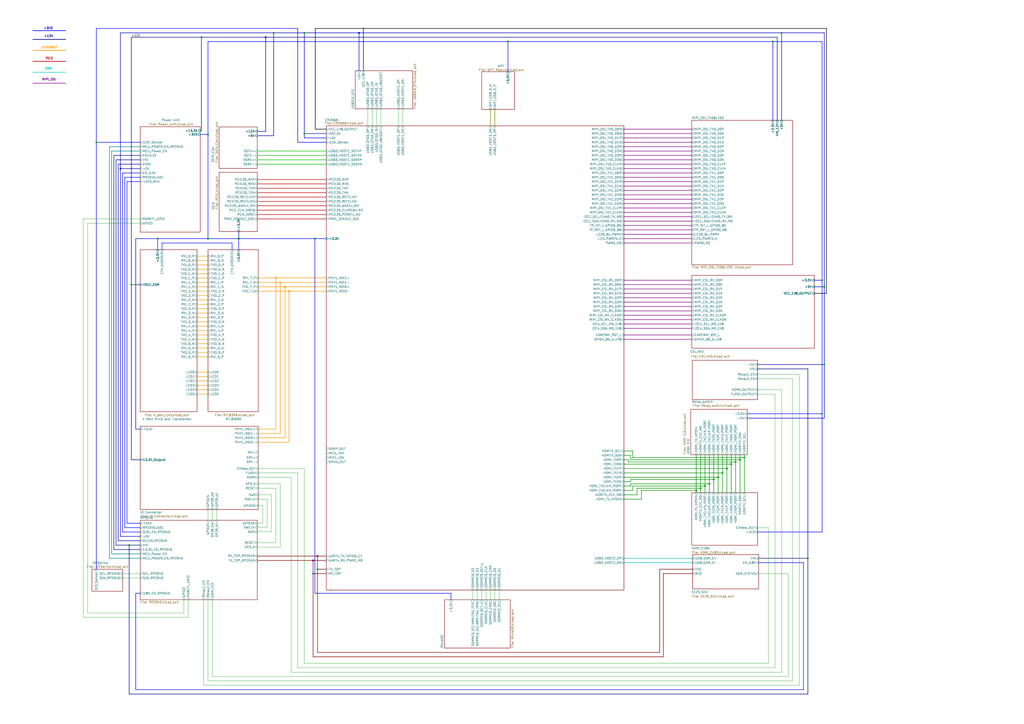
<source format=kicad_sch>
(kicad_sch
	(version 20231120)
	(generator "eeschema")
	(generator_version "8.0")
	(uuid "25e5aa8e-2696-44a3-8d3c-c2c53f2923cf")
	(paper "A2")
	(title_block
		(title "CamTracker")
		(date "2022-09-20")
		(rev "REV1")
		(company "SmartEQ Bilisim")
	)
	(lib_symbols)
	(junction
		(at 160.02 161.1804)
		(diameter 0)
		(color 255 153 0 1)
		(uuid "0043dc46-a547-4132-ac41-f9cc56c74b4e")
	)
	(junction
		(at 416.56 276.86)
		(diameter 0)
		(color 0 0 0 0)
		(uuid "026ab511-274a-4c2e-b2bf-61034781c819")
	)
	(junction
		(at 468.63 323.85)
		(diameter 0)
		(color 0 0 0 0)
		(uuid "03c0dcaa-9043-44a5-ba48-bf3f752d8fbc")
	)
	(junction
		(at 478.155 211.455)
		(diameter 0)
		(color 0 0 0 0)
		(uuid "23687fbe-4be0-451c-b54e-53a1897b520e")
	)
	(junction
		(at 55.88 82.55)
		(diameter 0)
		(color 0 0 0 0)
		(uuid "24f3b251-46ce-4332-ae1f-b0cdc488d1e0")
	)
	(junction
		(at 429.26 266.7)
		(diameter 0)
		(color 0 0 0 0)
		(uuid "297af092-64b1-4bfc-9605-d83ac8ed5b5f")
	)
	(junction
		(at 176.53 19.05)
		(diameter 0)
		(color 0 0 0 0)
		(uuid "2dd9c1a4-c1ec-4794-8f09-77ee93b21b44")
	)
	(junction
		(at 476.885 162.56)
		(diameter 0)
		(color 0 0 0 0)
		(uuid "35a1d3fb-47cf-460b-848a-b9e5c70fd518")
	)
	(junction
		(at 167.64 168.91)
		(diameter 0)
		(color 255 153 0 1)
		(uuid "35bd0a07-28e1-48ec-aece-0333fe042fc8")
	)
	(junction
		(at 184.1872 330.2)
		(diameter 0)
		(color 0 0 0 0)
		(uuid "366701a6-c3b3-4c65-8cd8-9b88e1b0ecb9")
	)
	(junction
		(at 421.64 271.78)
		(diameter 0)
		(color 0 0 0 0)
		(uuid "4123e341-bad4-41ce-a9ea-013df2506f28")
	)
	(junction
		(at 406.4 283.21)
		(diameter 0)
		(color 0 0 0 0)
		(uuid "4916d376-92e7-45a5-97c5-65256f6d10db")
	)
	(junction
		(at 476.885 240.03)
		(diameter 0)
		(color 0 0 0 0)
		(uuid "4bef4173-aa7a-4885-b7d5-3108a8816972")
	)
	(junction
		(at 154.1117 21.59)
		(diameter 0)
		(color 0 0 132 1)
		(uuid "4f58ee3e-d11e-4d3d-9e4a-18bb4f84dfcf")
	)
	(junction
		(at 453.39 19.05)
		(diameter 0)
		(color 0 0 0 0)
		(uuid "59c1fe8c-ba8c-481b-83bb-8d3e8dc6be72")
	)
	(junction
		(at 138.43 138.43)
		(diameter 0)
		(color 0 0 255 1)
		(uuid "5d207cdc-f4cc-41ce-b197-44c7bc7f3d05")
	)
	(junction
		(at 414.02 278.13)
		(diameter 0)
		(color 0 0 0 0)
		(uuid "7c79c341-2bfb-4984-aa84-f4baed2af9af")
	)
	(junction
		(at 120.65 77.9793)
		(diameter 0)
		(color 0 0 0 0)
		(uuid "7de044cb-6d65-4f23-95cd-1481fac3e916")
	)
	(junction
		(at 403.86 284.48)
		(diameter 0)
		(color 0 0 0 0)
		(uuid "7faa3e7f-4b52-41d2-9b76-0be59c09ea90")
	)
	(junction
		(at 138.5095 138.43)
		(diameter 0)
		(color 0 0 0 0)
		(uuid "82c38ca0-ece7-4c66-a902-fd5a7b2e5ee8")
	)
	(junction
		(at 408.94 281.94)
		(diameter 0)
		(color 0 0 0 0)
		(uuid "87bb45fc-08e5-44f4-acd2-c8c1c9d21686")
	)
	(junction
		(at 424.18 269.24)
		(diameter 0)
		(color 0 0 0 0)
		(uuid "882b6f0e-84ba-4b5e-b25a-5871a9c711a9")
	)
	(junction
		(at 158.75 19.05)
		(diameter 0)
		(color 0 0 0 0)
		(uuid "89f0e20d-7b3c-4271-a3cf-b1eee4134476")
	)
	(junction
		(at 162.56 163.83)
		(diameter 0)
		(color 255 153 0 1)
		(uuid "8c857f37-333b-450d-8a63-cf84111cac1b")
	)
	(junction
		(at 176.53 77.47)
		(diameter 0)
		(color 0 0 0 0)
		(uuid "93227ad1-b5f9-424e-be29-86a9db506232")
	)
	(junction
		(at 91.44 138.43)
		(diameter 0)
		(color 0 0 0 0)
		(uuid "984ae734-a3b3-4ac9-93ef-0f56c071a910")
	)
	(junction
		(at 181.61 325.12)
		(diameter 0)
		(color 132 0 0 1)
		(uuid "9da795e5-b32b-4757-84d3-b7e38b46c451")
	)
	(junction
		(at 182.654 138.43)
		(diameter 0)
		(color 0 0 0 0)
		(uuid "a7bcf305-8ffd-44ef-9e9e-ee7f55681a6b")
	)
	(junction
		(at 184.15 322.58)
		(diameter 0)
		(color 132 0 0 1)
		(uuid "ad9b150f-1792-4217-ba78-49d7cbb023db")
	)
	(junction
		(at 419.1 274.32)
		(diameter 0)
		(color 0 0 0 0)
		(uuid "aec055f5-c9a4-4f45-93f6-6566a5021643")
	)
	(junction
		(at 181.61 332.74)
		(diameter 0)
		(color 0 0 0 0)
		(uuid "b0267943-780e-4c21-a18c-d0b61b0b7aeb")
	)
	(junction
		(at 431.8 265.43)
		(diameter 0)
		(color 0 0 0 0)
		(uuid "b5d15181-42fe-4208-9edc-2b9488304604")
	)
	(junction
		(at 74.93 316.23)
		(diameter 0)
		(color 0 0 0 0)
		(uuid "b8a30507-afcc-43b4-8398-057b99e34831")
	)
	(junction
		(at 426.72 267.97)
		(diameter 0)
		(color 0 0 0 0)
		(uuid "bda6ec5a-a128-401f-889c-b9aebd51b9d5")
	)
	(junction
		(at 76.2 165.1)
		(diameter 0)
		(color 0 0 0 0)
		(uuid "c0362575-2230-46c3-8a8f-3f59615f2701")
	)
	(junction
		(at 120.65 138.43)
		(diameter 0)
		(color 0 0 0 0)
		(uuid "d7c78919-2f2f-496d-88cd-9ff87b0b1420")
	)
	(junction
		(at 165.3064 166.37)
		(diameter 0)
		(color 255 153 0 1)
		(uuid "e3935c5f-aa0a-4ff9-a203-cebce2f4f143")
	)
	(junction
		(at 69.85 97.79)
		(diameter 0)
		(color 0 0 194 1)
		(uuid "e7e2bc8e-47a2-479d-a389-818a5064f826")
	)
	(junction
		(at 411.48 280.67)
		(diameter 0)
		(color 0 0 0 0)
		(uuid "ed025da8-b79b-4f62-96e3-79fba03cee6f")
	)
	(junction
		(at 448.31 24.13)
		(diameter 0)
		(color 0 0 0 0)
		(uuid "ef0fbcd0-3e18-4f2f-8f09-73cd020fd84c")
	)
	(junction
		(at 208.28 19.05)
		(diameter 0)
		(color 0 0 194 1)
		(uuid "f1bf3946-5f18-4ed2-a490-1844e754d4f3")
	)
	(junction
		(at 294.64 24.13)
		(diameter 0)
		(color 0 0 0 0)
		(uuid "f43a730f-855f-493e-a9dd-74558f1f8f16")
	)
	(junction
		(at 210.82 16.51)
		(diameter 0)
		(color 0 0 0 0)
		(uuid "fa84e0f5-3f82-4c34-a84b-9f35bd57c0e6")
	)
	(junction
		(at 478.155 166.37)
		(diameter 0)
		(color 0 0 0 0)
		(uuid "fb87d608-fa9f-4065-942c-48457ddab91d")
	)
	(junction
		(at 116.84 21.59)
		(diameter 0)
		(color 0 0 0 0)
		(uuid "fd77bc87-858b-48bc-8f63-66951b9bf5fb")
	)
	(wire
		(pts
			(xy 19.05 41.91) (xy 38.1 41.91)
		)
		(stroke
			(width 0.3048)
			(type default)
			(color 0 194 194 1)
		)
		(uuid "0019f591-c5a0-43c0-b4d7-07f1f8ead615")
	)
	(wire
		(pts
			(xy 416.56 276.86) (xy 416.56 285.75)
		)
		(stroke
			(width 0.3048)
			(type default)
		)
		(uuid "002f8749-e52b-40c2-afd0-2767a8c610e2")
	)
	(wire
		(pts
			(xy 361.95 105.41) (xy 401.32 105.41)
		)
		(stroke
			(width 0.3048)
			(type default)
			(color 132 0 132 1)
		)
		(uuid "00423272-465a-49d7-81c6-a96be7214f55")
	)
	(wire
		(pts
			(xy 116.84 75.8629) (xy 116.1387 75.8629)
		)
		(stroke
			(width 0.3048)
			(type default)
			(color 0 0 132 1)
		)
		(uuid "00c80c0a-c7d4-459c-898f-8aa5692a3d6e")
	)
	(wire
		(pts
			(xy 78.74 248.92) (xy 81.28 248.92)
		)
		(stroke
			(width 0.3048)
			(type default)
			(color 0 0 255 1)
		)
		(uuid "0315ae45-d827-4f40-91e5-706badf402ab")
	)
	(wire
		(pts
			(xy 361.95 323.85) (xy 401.7137 323.85)
		)
		(stroke
			(width 0.3048)
			(type default)
			(color 0 194 194 1)
		)
		(uuid "037c25a5-f731-490b-8f59-f7c2edf55636")
	)
	(wire
		(pts
			(xy 149.2754 121.92) (xy 189.23 121.92)
		)
		(stroke
			(width 0.3048)
			(type default)
			(color 194 0 0 1)
		)
		(uuid "03cf9e75-309c-4299-8e4e-330a1a25e306")
	)
	(wire
		(pts
			(xy 426.72 267.97) (xy 364.49 267.97)
		)
		(stroke
			(width 0.3048)
			(type default)
		)
		(uuid "057f0a76-be40-4d05-90c1-108803ab6521")
	)
	(wire
		(pts
			(xy 463.55 217.17) (xy 439.42 217.17)
		)
		(stroke
			(width 0)
			(type default)
		)
		(uuid "065a8f67-035d-47ba-9237-fd5d21bbd036")
	)
	(wire
		(pts
			(xy 429.26 266.7) (xy 429.26 285.75)
		)
		(stroke
			(width 0.3048)
			(type default)
		)
		(uuid "0682efd7-05fb-4c9a-907b-a5a3d12ac842")
	)
	(wire
		(pts
			(xy 149.86 161.1804) (xy 160.02 161.1804)
		)
		(stroke
			(width 0.3048)
			(type default)
			(color 255 153 0 1)
		)
		(uuid "092bb440-763f-489c-a15e-ea0f5fc41679")
	)
	(wire
		(pts
			(xy 149.2754 111.76) (xy 189.23 111.76)
		)
		(stroke
			(width 0.3048)
			(type default)
			(color 194 0 0 1)
		)
		(uuid "0944cf57-b934-49e1-a5e6-00d7d11f541e")
	)
	(wire
		(pts
			(xy 369.57 287.02) (xy 361.95 287.02)
		)
		(stroke
			(width 0.3048)
			(type default)
		)
		(uuid "09521fd6-4ba3-4c35-9f08-7744ad2d54fe")
	)
	(wire
		(pts
			(xy 114.3 207.01) (xy 120.65 207.01)
		)
		(stroke
			(width 0.3048)
			(type default)
			(color 255 153 0 1)
		)
		(uuid "09aa5386-abc3-4697-9877-85c664826dff")
	)
	(wire
		(pts
			(xy 118.11 397.51) (xy 118.11 347.98)
		)
		(stroke
			(width 0)
			(type default)
		)
		(uuid "0a7f5565-9baf-49d4-8ca1-cfa7a7abecda")
	)
	(wire
		(pts
			(xy 445.77 384.81) (xy 445.77 306.07)
		)
		(stroke
			(width 0)
			(type default)
		)
		(uuid "0ac363b9-5c3c-466b-9869-01aa3596c8a7")
	)
	(wire
		(pts
			(xy 476.885 162.56) (xy 476.885 24.13)
		)
		(stroke
			(width 0.3048)
			(type default)
			(color 0 0 255 1)
		)
		(uuid "0ae1f167-6af1-4abd-944e-78636cea0ff2")
	)
	(wire
		(pts
			(xy 364.49 266.7) (xy 361.95 266.7)
		)
		(stroke
			(width 0.3048)
			(type default)
		)
		(uuid "0bcd6b0f-528d-45e8-adc2-c4434d0b75ef")
	)
	(wire
		(pts
			(xy 294.64 24.13) (xy 294.64 41.5542)
		)
		(stroke
			(width 0.3048)
			(type default)
			(color 0 0 255 1)
		)
		(uuid "0be90714-5f1e-4c96-a800-30a7a0750687")
	)
	(wire
		(pts
			(xy 429.26 266.7) (xy 365.76 266.7)
		)
		(stroke
			(width 0.3048)
			(type default)
		)
		(uuid "0bfcda1f-db71-4421-868b-c6b7cec42566")
	)
	(wire
		(pts
			(xy 149.225 95.25) (xy 189.23 95.25)
		)
		(stroke
			(width 0.3048)
			(type default)
			(color 0 194 0 1)
		)
		(uuid "0ccab8d8-1217-4a7f-a314-e25d98286e7a")
	)
	(wire
		(pts
			(xy 72.39 102.87) (xy 81.28 102.87)
		)
		(stroke
			(width 0.3048)
			(type default)
			(color 0 0 255 1)
		)
		(uuid "0ce83105-350b-458a-b4a3-3bd69087571c")
	)
	(wire
		(pts
			(xy 81.28 313.69) (xy 68.58 313.69)
		)
		(stroke
			(width 0.3048)
			(type default)
			(color 0 0 194 1)
		)
		(uuid "0d16a65f-8c1f-4a0e-8d0e-b1c68ad45d15")
	)
	(wire
		(pts
			(xy 160.02 161.1804) (xy 189.23 161.1804)
		)
		(stroke
			(width 0.3048)
			(type default)
			(color 255 153 0 1)
		)
		(uuid "0da21fd0-ec6b-411a-8daa-2e86b67c9c67")
	)
	(wire
		(pts
			(xy 160.02 161.1804) (xy 160.02 248.92)
		)
		(stroke
			(width 0.3048)
			(type default)
			(color 255 153 0 1)
		)
		(uuid "0db9079a-edf0-4e21-a1ce-d789d744451b")
	)
	(wire
		(pts
			(xy 361.95 196.85) (xy 401.32 196.85)
		)
		(stroke
			(width 0.3048)
			(type default)
			(color 132 0 132 1)
		)
		(uuid "0f9cd9b4-c7fd-4c28-99ae-3db9e33aa4b8")
	)
	(wire
		(pts
			(xy 361.95 85.09) (xy 401.32 85.09)
		)
		(stroke
			(width 0.3048)
			(type default)
			(color 132 0 132 1)
		)
		(uuid "10e1ea2c-7486-4813-a2d6-8c2553c30454")
	)
	(wire
		(pts
			(xy 453.39 226.06) (xy 453.39 389.89)
		)
		(stroke
			(width 0)
			(type default)
		)
		(uuid "10f97069-60a1-409a-a808-038ae98d7823")
	)
	(wire
		(pts
			(xy 189.23 161.1804) (xy 189.23 161.29)
		)
		(stroke
			(width 0)
			(type default)
		)
		(uuid "111a29ef-b4e0-452b-b8e6-41cba8696a7d")
	)
	(wire
		(pts
			(xy 414.02 278.13) (xy 365.76 278.13)
		)
		(stroke
			(width 0.3048)
			(type default)
		)
		(uuid "12e8cb56-884f-4c6d-b5a6-8d2680a6a423")
	)
	(wire
		(pts
			(xy 364.49 267.97) (xy 364.49 266.7)
		)
		(stroke
			(width 0.3048)
			(type default)
		)
		(uuid "13b8061b-469b-4741-b35a-edc177f81c78")
	)
	(wire
		(pts
			(xy 114.3 151.13) (xy 120.65 151.13)
		)
		(stroke
			(width 0.3048)
			(type default)
			(color 255 153 0 1)
		)
		(uuid "143d9e22-422d-440e-aad1-e9e77c69136d")
	)
	(wire
		(pts
			(xy 281.94 342.265) (xy 281.94 347.98)
		)
		(stroke
			(width 0)
			(type default)
		)
		(uuid "15fe3b87-bc90-496d-a990-601d33fea0cc")
	)
	(wire
		(pts
			(xy 365.76 281.94) (xy 361.95 281.94)
		)
		(stroke
			(width 0.3048)
			(type default)
		)
		(uuid "165c9c06-132a-428f-b737-e0260d2bde2f")
	)
	(wire
		(pts
			(xy 414.02 263.779) (xy 414.02 278.13)
		)
		(stroke
			(width 0.3048)
			(type default)
		)
		(uuid "16ed3966-2df9-43df-9aa0-efaa5be48af2")
	)
	(wire
		(pts
			(xy 472.44 166.37) (xy 478.155 166.37)
		)
		(stroke
			(width 0.3048)
			(type default)
			(color 0 0 194 1)
		)
		(uuid "17316bec-8544-4f26-a688-9228197022f4")
	)
	(wire
		(pts
			(xy 76.2 266.7) (xy 81.28 266.7)
		)
		(stroke
			(width 0.3048)
			(type default)
			(color 0 0 132 1)
		)
		(uuid "183bb170-b16b-4e6d-9025-bd3383ca2f2f")
	)
	(wire
		(pts
			(xy 68.58 95.25) (xy 81.28 95.25)
		)
		(stroke
			(width 0.3048)
			(type default)
			(color 0 0 194 1)
		)
		(uuid "18cd4866-fbf2-43ea-bef0-18b35028d3b3")
	)
	(wire
		(pts
			(xy 66.04 318.77) (xy 66.04 90.17)
		)
		(stroke
			(width 0.3048)
			(type default)
			(color 0 0 132 1)
		)
		(uuid "1982a252-dfcb-44e1-b0af-a27e49ccddfd")
	)
	(wire
		(pts
			(xy 478.155 166.37) (xy 478.155 19.05)
		)
		(stroke
			(width 0.3048)
			(type default)
			(color 0 0 194 1)
		)
		(uuid "1a566bfa-6eff-455a-a333-e8ca22b40e90")
	)
	(wire
		(pts
			(xy 138.5095 134.291) (xy 138.5095 138.43)
		)
		(stroke
			(width 0.3048)
			(type default)
			(color 0 0 255 1)
		)
		(uuid "1a58b5bd-6f55-485f-94a9-e26672af1bf6")
	)
	(wire
		(pts
			(xy 367.03 265.43) (xy 367.03 261.62)
		)
		(stroke
			(width 0.3048)
			(type default)
		)
		(uuid "1abd4c7e-b66d-48c2-adb3-ccac33ea76ff")
	)
	(wire
		(pts
			(xy 149.225 87.63) (xy 189.23 87.63)
		)
		(stroke
			(width 0.3048)
			(type default)
			(color 0 194 0 1)
		)
		(uuid "1abddcd3-7a69-457b-aadd-9550c5a8a0e7")
	)
	(wire
		(pts
			(xy 73.66 105.3558) (xy 73.66 303.53)
		)
		(stroke
			(width 0.3048)
			(type default)
			(color 0 0 255 1)
		)
		(uuid "1b0533ec-c59f-41d3-a372-002f0dbaa974")
	)
	(wire
		(pts
			(xy 149.225 325.12) (xy 181.61 325.12)
		)
		(stroke
			(width 0.3048)
			(type default)
			(color 132 0 0 1)
		)
		(uuid "1b962ecd-e7b9-49aa-894c-19342cd7c05f")
	)
	(wire
		(pts
			(xy 55.88 82.55) (xy 81.28 82.55)
		)
		(stroke
			(width 0.3048)
			(type default)
			(color 0 0 255 1)
		)
		(uuid "1bdf9411-5334-4d27-936d-7a0403c9ca0c")
	)
	(wire
		(pts
			(xy 19.05 48.26) (xy 38.1 48.26)
		)
		(stroke
			(width 0.3048)
			(type default)
			(color 132 0 132 1)
		)
		(uuid "1bed5693-1fc5-4078-abb2-93c056916fa0")
	)
	(wire
		(pts
			(xy 408.94 263.779) (xy 408.94 281.94)
		)
		(stroke
			(width 0.3048)
			(type default)
		)
		(uuid "1c67c275-8b2f-4f6a-9bd1-7757823885ff")
	)
	(wire
		(pts
			(xy 408.94 281.94) (xy 367.03 281.94)
		)
		(stroke
			(width 0.3048)
			(type default)
		)
		(uuid "1f0f5147-ed06-4c2c-bde8-4aa4ab1facd1")
	)
	(wire
		(pts
			(xy 81.28 303.53) (xy 73.66 303.53)
		)
		(stroke
			(width 0.3048)
			(type default)
			(color 0 0 255 1)
		)
		(uuid "1f40ebd5-73fc-46ca-ba68-f154d3b2b9ae")
	)
	(wire
		(pts
			(xy 361.95 175.26) (xy 401.32 175.26)
		)
		(stroke
			(width 0.3048)
			(type default)
			(color 132 0 132 1)
		)
		(uuid "201c7a0a-8f9b-4fd3-bfaa-9d7d6f9c531a")
	)
	(wire
		(pts
			(xy 114.3 189.23) (xy 120.65 189.23)
		)
		(stroke
			(width 0.3048)
			(type default)
			(color 255 153 0 1)
		)
		(uuid "20e2921e-3381-4857-a918-ce88680847df")
	)
	(wire
		(pts
			(xy 48.26 358.14) (xy 109.22 358.14)
		)
		(stroke
			(width 0)
			(type default)
		)
		(uuid "21de6090-16d7-4f21-bf3e-d11833fd115f")
	)
	(wire
		(pts
			(xy 411.48 280.67) (xy 365.76 280.67)
		)
		(stroke
			(width 0.3048)
			(type default)
		)
		(uuid "23998741-a11f-4e60-be65-08b8005e6df4")
	)
	(wire
		(pts
			(xy 120.65 24.13) (xy 294.64 24.13)
		)
		(stroke
			(width 0.3048)
			(type default)
			(color 0 0 255 1)
		)
		(uuid "245ce1db-7bd3-4c3c-90dc-cc59e034f16f")
	)
	(wire
		(pts
			(xy 50.8 355.6) (xy 50.8 129.54)
		)
		(stroke
			(width 0)
			(type default)
		)
		(uuid "24dd236b-87d1-4d44-b314-46d823b21387")
	)
	(wire
		(pts
			(xy 55.88 16.51) (xy 172.72 16.51)
		)
		(stroke
			(width 0.3048)
			(type default)
			(color 0 0 255 1)
		)
		(uuid "25297b47-d3c7-46c0-87ff-cab57df70daa")
	)
	(wire
		(pts
			(xy 55.88 330.2) (xy 55.88 82.55)
		)
		(stroke
			(width 0.3048)
			(type default)
			(color 0 0 255 1)
		)
		(uuid "25776150-dde4-48b9-a420-cf60b2dc5170")
	)
	(wire
		(pts
			(xy 361.95 170.18) (xy 401.32 170.18)
		)
		(stroke
			(width 0.3048)
			(type default)
			(color 132 0 132 1)
		)
		(uuid "270b7cd6-0a99-47de-8c36-5e66e7938f27")
	)
	(wire
		(pts
			(xy 476.885 308.61) (xy 439.42 308.61)
		)
		(stroke
			(width 0.3048)
			(type default)
			(color 0 0 255 1)
		)
		(uuid "2722adf2-10a3-4231-a999-8e648c2ffeb3")
	)
	(wire
		(pts
			(xy 120.65 295.5543) (xy 120.65 301.7806)
		)
		(stroke
			(width 0)
			(type default)
		)
		(uuid "27efba12-81b2-4754-a289-2a333f8d5796")
	)
	(wire
		(pts
			(xy 453.39 19.05) (xy 478.155 19.05)
		)
		(stroke
			(width 0.3048)
			(type default)
			(color 0 0 194 1)
		)
		(uuid "2866cd38-f21c-4ec9-9721-12fbdb8fdb11")
	)
	(wire
		(pts
			(xy 78.74 344.17) (xy 78.74 400.05)
		)
		(stroke
			(width 0.3048)
			(type default)
			(color 0 0 255 1)
		)
		(uuid "29964570-ce09-49ea-a08c-ede316899b1b")
	)
	(wire
		(pts
			(xy 64.77 321.31) (xy 64.77 87.63)
		)
		(stroke
			(width 0.3048)
			(type default)
			(color 0 132 132 1)
		)
		(uuid "2b34ea7a-faa2-419d-941b-8249abe40e02")
	)
	(wire
		(pts
			(xy 116.84 21.59) (xy 154.1117 21.59)
		)
		(stroke
			(width 0.3048)
			(type default)
			(color 0 0 132 1)
		)
		(uuid "2bfdb044-d998-4442-a68e-650c76f36c22")
	)
	(wire
		(pts
			(xy 72.39 306.07) (xy 72.39 102.87)
		)
		(stroke
			(width 0.3048)
			(type default)
			(color 0 0 255 1)
		)
		(uuid "2c38d549-3716-43bd-8067-2ae51f02cfbf")
	)
	(wire
		(pts
			(xy 478.155 211.455) (xy 439.42 211.455)
		)
		(stroke
			(width 0.3048)
			(type default)
			(color 0 0 194 1)
		)
		(uuid "2c3f3036-f869-4354-822b-30a79922fc5a")
	)
	(wire
		(pts
			(xy 476.885 240.03) (xy 433.451 240.03)
		)
		(stroke
			(width 0.3048)
			(type default)
			(color 0 0 255 1)
		)
		(uuid "2caa3f7e-5247-4ccc-a435-0c5efcc812d7")
	)
	(wire
		(pts
			(xy 74.93 316.23) (xy 74.93 402.59)
		)
		(stroke
			(width 0.3048)
			(type default)
			(color 0 0 132 1)
		)
		(uuid "2d4cb426-3518-467b-90e6-6baeb8737618")
	)
	(wire
		(pts
			(xy 361.95 271.78) (xy 421.64 271.78)
		)
		(stroke
			(width 0.3048)
			(type default)
		)
		(uuid "2e52c41c-80e3-4f6a-bf4e-40160f6c9d42")
	)
	(wire
		(pts
			(xy 440.055 332.74) (xy 457.2 332.74)
		)
		(stroke
			(width 0)
			(type default)
		)
		(uuid "2f41aed0-a159-477a-b8d4-bedec4724392")
	)
	(wire
		(pts
			(xy 138.43 138.43) (xy 138.43 144.78)
		)
		(stroke
			(width 0.3048)
			(type default)
			(color 0 0 255 1)
		)
		(uuid "2f91ea5c-8a09-4587-b839-bd5ea6f0368e")
	)
	(wire
		(pts
			(xy 172.72 16.51) (xy 172.72 82.55)
		)
		(stroke
			(width 0.3048)
			(type default)
			(color 0 0 255 1)
		)
		(uuid "304047c4-f7f7-4f4c-a305-e2a83e46ff21")
	)
	(wire
		(pts
			(xy 431.8 265.43) (xy 431.8 285.75)
		)
		(stroke
			(width 0.3048)
			(type default)
		)
		(uuid "306d4e4c-21ee-4c1e-a77b-aa09238fb62e")
	)
	(wire
		(pts
			(xy 463.55 397.51) (xy 118.11 397.51)
		)
		(stroke
			(width 0)
			(type default)
		)
		(uuid "310c14c1-0043-4bf5-8a4f-780187a9aea0")
	)
	(wire
		(pts
			(xy 158.75 19.05) (xy 158.75 78.74)
		)
		(stroke
			(width 0.3048)
			(type default)
			(color 0 0 194 1)
		)
		(uuid "3178b2c0-2229-488a-9c4b-7bdb410a043a")
	)
	(wire
		(pts
			(xy 361.95 100.33) (xy 401.32 100.33)
		)
		(stroke
			(width 0.3048)
			(type default)
			(color 132 0 132 1)
		)
		(uuid "3193bd9e-a9b4-4395-80cd-c52c6e577daf")
	)
	(wire
		(pts
			(xy 284.48 63.5) (xy 284.48 73.025)
		)
		(stroke
			(width 0.3048)
			(type default)
			(color 132 132 0 1)
		)
		(uuid "326302f3-2cc4-4068-8995-7bc41f0c6433")
	)
	(wire
		(pts
			(xy 181.61 332.74) (xy 181.61 381)
		)
		(stroke
			(width 0.3048)
			(type default)
			(color 132 0 0 1)
		)
		(uuid "32baacbc-eb8a-45dc-a987-18f5f657953c")
	)
	(wire
		(pts
			(xy 176.53 77.47) (xy 189.23 77.47)
		)
		(stroke
			(width 0.3048)
			(type default)
			(color 0 0 194 1)
		)
		(uuid "32e84e2a-7201-477e-8648-ed0d20470775")
	)
	(wire
		(pts
			(xy 439.42 226.06) (xy 453.39 226.06)
		)
		(stroke
			(width 0)
			(type default)
		)
		(uuid "3381e89c-4b5d-40f0-9b09-3818f3d63534")
	)
	(wire
		(pts
			(xy 369.57 283.21) (xy 369.57 287.02)
		)
		(stroke
			(width 0.3048)
			(type default)
		)
		(uuid "36865a17-1b46-4527-ba06-f55c2546c15c")
	)
	(wire
		(pts
			(xy 182.654 344.17) (xy 261.62 344.17)
		)
		(stroke
			(width 0.3048)
			(type default)
			(color 0 0 255 1)
		)
		(uuid "369ad202-9e33-46c4-bab8-9c029521f705")
	)
	(wire
		(pts
			(xy 81.28 318.77) (xy 66.04 318.77)
		)
		(stroke
			(width 0.3048)
			(type default)
			(color 0 0 132 1)
		)
		(uuid "37239a7b-cc3c-4c1d-a5ea-efe2dfe1cea4")
	)
	(wire
		(pts
			(xy 162.56 317.3452) (xy 149.225 317.3452)
		)
		(stroke
			(width 0)
			(type default)
		)
		(uuid "3736c670-cacd-4f01-b75c-c3f591d3fb5c")
	)
	(wire
		(pts
			(xy 449.58 387.35) (xy 449.58 228.6)
		)
		(stroke
			(width 0)
			(type default)
		)
		(uuid "37725191-dd78-40a1-b495-49cb6f555b81")
	)
	(wire
		(pts
			(xy 63.5 323.85) (xy 63.5 85.09)
		)
		(stroke
			(width 0.3048)
			(type default)
			(color 0 132 132 1)
		)
		(uuid "37fcc5f6-80d2-444e-997c-96d15d5d1d9f")
	)
	(wire
		(pts
			(xy 361.95 177.8) (xy 401.32 177.8)
		)
		(stroke
			(width 0.3048)
			(type default)
			(color 132 0 132 1)
		)
		(uuid "38b3db0d-637b-4039-a03d-581fe07a705a")
	)
	(wire
		(pts
			(xy 76.2 21.59) (xy 76.2 165.1)
		)
		(stroke
			(width 0.3048)
			(type default)
			(color 0 0 132 1)
		)
		(uuid "3910af0d-e245-4a6d-8799-003f15c92de9")
	)
	(wire
		(pts
			(xy 459.74 394.97) (xy 120.65 394.97)
		)
		(stroke
			(width 0)
			(type default)
		)
		(uuid "3933ebdd-2b0a-436a-bb94-6406e4925a54")
	)
	(wire
		(pts
			(xy 76.2 21.59) (xy 116.84 21.59)
		)
		(stroke
			(width 0.3048)
			(type default)
			(color 0 0 132 1)
		)
		(uuid "395e0087-cf97-4e0a-a8cf-7e00be5e8f42")
	)
	(wire
		(pts
			(xy 114.3 228.6) (xy 120.65 228.6)
		)
		(stroke
			(width 0.3048)
			(type default)
			(color 255 153 0 1)
		)
		(uuid "396c5b5b-b293-4835-b6ec-08ca5fd38848")
	)
	(wire
		(pts
			(xy 361.95 82.55) (xy 401.32 82.55)
		)
		(stroke
			(width 0.3048)
			(type default)
			(color 132 0 132 1)
		)
		(uuid "3aed99ec-4fb9-491a-940f-362130eb84bb")
	)
	(wire
		(pts
			(xy 114.3 218.44) (xy 120.65 218.44)
		)
		(stroke
			(width 0.3048)
			(type default)
			(color 255 153 0 1)
		)
		(uuid "3d069700-b651-47f8-bc84-3d82bee26341")
	)
	(wire
		(pts
			(xy 215.9 63.1638) (xy 215.9 73.025)
		)
		(stroke
			(width 0)
			(type default)
		)
		(uuid "3df09c75-43b0-446e-9b55-e003d8b30816")
	)
	(wire
		(pts
			(xy 361.95 276.86) (xy 416.56 276.86)
		)
		(stroke
			(width 0.3048)
			(type default)
		)
		(uuid "3e1fbeba-92ed-4504-8f6f-964aab8dd2dc")
	)
	(wire
		(pts
			(xy 176.53 19.05) (xy 208.28 19.05)
		)
		(stroke
			(width 0.3048)
			(type default)
			(color 0 0 194 1)
		)
		(uuid "3fb019f2-bffd-4870-b047-6c54c3f9d691")
	)
	(wire
		(pts
			(xy 138.43 138.43) (xy 138.5095 138.43)
		)
		(stroke
			(width 0.3048)
			(type default)
			(color 0 0 255 1)
		)
		(uuid "3ff00b11-384e-4bb8-8efe-f8f03151dac2")
	)
	(wire
		(pts
			(xy 149.2754 104.14) (xy 189.23 104.14)
		)
		(stroke
			(width 0.3048)
			(type default)
			(color 194 0 0 1)
		)
		(uuid "41cf3077-ecff-4391-b30d-678600362bdf")
	)
	(wire
		(pts
			(xy 149.86 163.83) (xy 162.56 163.83)
		)
		(stroke
			(width 0.3048)
			(type default)
			(color 255 153 0 1)
		)
		(uuid "422dcd8e-952d-485f-bbc7-bc56aedb9c7c")
	)
	(wire
		(pts
			(xy 71.12 100.33) (xy 81.28 100.33)
		)
		(stroke
			(width 0.3048)
			(type default)
			(color 0 0 255 1)
		)
		(uuid "43200927-77bd-4015-afa4-45e859c6cafc")
	)
	(wire
		(pts
			(xy 172.72 387.35) (xy 449.58 387.35)
		)
		(stroke
			(width 0)
			(type default)
		)
		(uuid "432287bf-21f7-4cc1-ac67-cb62b3af48df")
	)
	(wire
		(pts
			(xy 149.2754 124.46) (xy 189.23 124.46)
		)
		(stroke
			(width 0.3048)
			(type default)
			(color 194 0 0 1)
		)
		(uuid "444ee63f-19b9-4bc4-bd7a-62eadeebc263")
	)
	(wire
		(pts
			(xy 181.61 381) (xy 384.81 381)
		)
		(stroke
			(width 0.3048)
			(type default)
			(color 132 0 0 1)
		)
		(uuid "451418a7-622f-4ef9-b994-969df314f2f8")
	)
	(wire
		(pts
			(xy 361.95 77.47) (xy 401.32 77.47)
		)
		(stroke
			(width 0.3048)
			(type default)
			(color 132 0 132 1)
		)
		(uuid "4530a8b1-d4f5-4aa6-a124-f05ae327b40f")
	)
	(wire
		(pts
			(xy 176.53 19.05) (xy 176.53 77.47)
		)
		(stroke
			(width 0.3048)
			(type default)
			(color 0 0 194 1)
		)
		(uuid "4560c1e6-e38d-4d1f-805c-5e89111095af")
	)
	(wire
		(pts
			(xy 361.95 167.64) (xy 401.32 167.64)
		)
		(stroke
			(width 0.3048)
			(type default)
			(color 132 0 132 1)
		)
		(uuid "46b34040-cdf6-4c2d-ad03-16ac55d23450")
	)
	(wire
		(pts
			(xy 439.42 219.71) (xy 459.74 219.71)
		)
		(stroke
			(width 0)
			(type default)
		)
		(uuid "46df17fb-f664-4b5f-a29d-0845108244af")
	)
	(wire
		(pts
			(xy 114.3 191.77) (xy 120.65 191.77)
		)
		(stroke
			(width 0.3048)
			(type default)
			(color 255 153 0 1)
		)
		(uuid "46e5529d-2499-4650-a5cc-2533bc08370d")
	)
	(wire
		(pts
			(xy 289.56 342.265) (xy 289.56 347.98)
		)
		(stroke
			(width 0)
			(type default)
		)
		(uuid "471966c4-0c32-4458-b009-58118fb83a99")
	)
	(wire
		(pts
			(xy 68.58 313.69) (xy 68.58 95.25)
		)
		(stroke
			(width 0.3048)
			(type default)
			(color 0 0 194 1)
		)
		(uuid "480198a8-0949-4a5f-ab24-5c7a2e26819b")
	)
	(wire
		(pts
			(xy 154.1117 21.59) (xy 154.1117 76.2)
		)
		(stroke
			(width 0.3048)
			(type default)
			(color 0 0 132 1)
		)
		(uuid "4834dc3e-8bbd-4981-85e9-ef99d9976041")
	)
	(wire
		(pts
			(xy 361.95 162.56) (xy 401.32 162.56)
		)
		(stroke
			(width 0.3048)
			(type default)
			(color 132 0 132 1)
		)
		(uuid "48372933-4913-4b58-a623-8aec2309f6bc")
	)
	(wire
		(pts
			(xy 424.18 269.24) (xy 424.18 285.75)
		)
		(stroke
			(width 0.3048)
			(type default)
		)
		(uuid "490c2485-0ca8-4154-b65a-8d43a70dae70")
	)
	(wire
		(pts
			(xy 176.53 77.47) (xy 176.53 80.01)
		)
		(stroke
			(width 0.3048)
			(type default)
			(color 0 0 194 1)
		)
		(uuid "499ebf6e-d463-4824-bf53-d2c79e0d1cd9")
	)
	(wire
		(pts
			(xy 361.95 182.88) (xy 401.32 182.88)
		)
		(stroke
			(width 0.3048)
			(type default)
			(color 132 0 132 1)
		)
		(uuid "49ec8226-a320-4f3f-b66c-576761ff5569")
	)
	(wire
		(pts
			(xy 361.95 87.63) (xy 401.32 87.63)
		)
		(stroke
			(width 0.3048)
			(type default)
			(color 132 0 132 1)
		)
		(uuid "4a08b2dd-c1c2-4286-9781-b1c7978c7f26")
	)
	(wire
		(pts
			(xy 149.2754 116.84) (xy 189.23 116.84)
		)
		(stroke
			(width 0.3048)
			(type default)
			(color 194 0 0 1)
		)
		(uuid "4a4912db-8c82-4cff-b7f9-6f3e2ef82cce")
	)
	(wire
		(pts
			(xy 165.3064 166.37) (xy 165.3064 254)
		)
		(stroke
			(width 0.3048)
			(type default)
			(color 255 153 0 1)
		)
		(uuid "4a75ee6a-c411-492d-968a-e880412ff915")
	)
	(wire
		(pts
			(xy 448.31 24.13) (xy 448.31 69.85)
		)
		(stroke
			(width 0.3048)
			(type default)
			(color 0 0 255 1)
		)
		(uuid "4a79aa04-eb2e-4bbb-90bd-82481dc88987")
	)
	(wire
		(pts
			(xy 67.31 92.71) (xy 81.28 92.71)
		)
		(stroke
			(width 0.3048)
			(type default)
			(color 0 0 132 1)
		)
		(uuid "4b8490f9-d449-4ecd-a870-259a1aa53256")
	)
	(wire
		(pts
			(xy 406.4 283.21) (xy 369.57 283.21)
		)
		(stroke
			(width 0.3048)
			(type default)
		)
		(uuid "4c062211-bf2d-4c8f-996c-2a2f90633e6b")
	)
	(wire
		(pts
			(xy 149.225 322.58) (xy 149.225 322.4252)
		)
		(stroke
			(width 0)
			(type default)
		)
		(uuid "4c638e9a-245d-4640-9d08-fcc8cd62c0b6")
	)
	(wire
		(pts
			(xy 365.76 279.4) (xy 361.95 279.4)
		)
		(stroke
			(width 0.3048)
			(type default)
		)
		(uuid "4d1d5f1c-90b0-4fa1-b7dc-21e2a293ceb9")
	)
	(wire
		(pts
			(xy 406.4 263.779) (xy 406.4 283.21)
		)
		(stroke
			(width 0.3048)
			(type default)
		)
		(uuid "4decb5bf-de6d-4c8f-bdd0-dad4396861cb")
	)
	(wire
		(pts
			(xy 81.28 127) (xy 48.26 127)
		)
		(stroke
			(width 0)
			(type default)
		)
		(uuid "4e80fb99-01f2-4a36-834a-48cdf78c1d78")
	)
	(wire
		(pts
			(xy 450.85 21.59) (xy 450.85 69.85)
		)
		(stroke
			(width 0.3048)
			(type default)
			(color 0 0 132 1)
		)
		(uuid "4e82d462-3f2b-4c5b-ab3e-856cf4ef235a")
	)
	(wire
		(pts
			(xy 138.5095 138.43) (xy 182.654 138.43)
		)
		(stroke
			(width 0.3048)
			(type default)
			(color 0 0 255 1)
		)
		(uuid "4e88e3e3-f76b-4bbc-ba02-4fe2c1f15a7a")
	)
	(wire
		(pts
			(xy 184.15 322.58) (xy 189.23 322.58)
		)
		(stroke
			(width 0.3048)
			(type default)
			(color 132 0 0 1)
		)
		(uuid "4e9bdb4c-13c0-4562-a777-c6704fc45c0b")
	)
	(wire
		(pts
			(xy 114.3 186.69) (xy 120.65 186.69)
		)
		(stroke
			(width 0.3048)
			(type default)
			(color 255 153 0 1)
		)
		(uuid "4ec72820-c250-483a-818e-b8e0d8c80a84")
	)
	(wire
		(pts
			(xy 149.2754 106.68) (xy 189.23 106.68)
		)
		(stroke
			(width 0.3048)
			(type default)
			(color 194 0 0 1)
		)
		(uuid "4f11d024-9308-4311-bc43-b0ed0600114d")
	)
	(wire
		(pts
			(xy 361.95 95.25) (xy 401.32 95.25)
		)
		(stroke
			(width 0.3048)
			(type default)
			(color 132 0 132 1)
		)
		(uuid "50c933d6-3f44-43f1-bc94-9ad7c7c4581f")
	)
	(wire
		(pts
			(xy 93.98 144.78) (xy 93.98 140.97)
		)
		(stroke
			(width 0.3048)
			(type default)
			(color 0 0 255 1)
		)
		(uuid "515d0ae8-ca74-4842-9527-8dacced0fef3")
	)
	(wire
		(pts
			(xy 120.65 347.98) (xy 120.65 394.97)
		)
		(stroke
			(width 0)
			(type default)
		)
		(uuid "51f24a8f-5eb3-4aa2-ab5f-c21132772021")
	)
	(wire
		(pts
			(xy 114.3 201.93) (xy 120.65 201.93)
		)
		(stroke
			(width 0.3048)
			(type default)
			(color 255 153 0 1)
		)
		(uuid "521bfa9d-99b6-4903-94c3-b3a13df7c52e")
	)
	(wire
		(pts
			(xy 457.2 332.74) (xy 457.2 392.43)
		)
		(stroke
			(width 0)
			(type default)
		)
		(uuid "5485bdee-279e-4212-acf7-af7876cd43d8")
	)
	(wire
		(pts
			(xy 361.95 92.71) (xy 401.32 92.71)
		)
		(stroke
			(width 0.3048)
			(type default)
			(color 132 0 132 1)
		)
		(uuid "549018bf-117b-49d4-afec-e730d1785652")
	)
	(wire
		(pts
			(xy 160.02 248.92) (xy 149.86 248.92)
		)
		(stroke
			(width 0.3048)
			(type default)
			(color 255 153 0 1)
		)
		(uuid "54fb9d24-4c3b-4463-a9d2-3a6640b65636")
	)
	(wire
		(pts
			(xy 384.81 332.74) (xy 401.7137 332.74)
		)
		(stroke
			(width 0.3048)
			(type default)
			(color 132 0 0 1)
		)
		(uuid "5559f4b1-b871-4682-b937-0000265e7639")
	)
	(wire
		(pts
			(xy 81.28 323.85) (xy 63.5 323.85)
		)
		(stroke
			(width 0.3048)
			(type default)
			(color 0 132 132 1)
		)
		(uuid "55a79d67-5518-4acd-85c7-afb79de739f4")
	)
	(wire
		(pts
			(xy 162.56 280.67) (xy 162.56 317.3452)
		)
		(stroke
			(width 0)
			(type default)
		)
		(uuid "56175ec8-8880-4af1-a1ef-cf2a9918f070")
	)
	(wire
		(pts
			(xy 55.88 82.55) (xy 55.88 16.51)
		)
		(stroke
			(width 0.3048)
			(type default)
			(color 0 0 255 1)
		)
		(uuid "58f97153-524c-47f2-b646-b58585ebc015")
	)
	(wire
		(pts
			(xy 403.86 284.48) (xy 403.86 285.75)
		)
		(stroke
			(width 0.3048)
			(type default)
		)
		(uuid "595538ee-caff-49f7-a3cd-c5813145a2d4")
	)
	(wire
		(pts
			(xy 149.225 303.53) (xy 152.4 303.53)
		)
		(stroke
			(width 0)
			(type default)
		)
		(uuid "598d2e9d-e177-4979-b0ef-2d3b9bce85a6")
	)
	(wire
		(pts
			(xy 114.3 171.45) (xy 120.65 171.45)
		)
		(stroke
			(width 0.3048)
			(type default)
			(color 255 153 0 1)
		)
		(uuid "59bae338-7369-41f9-8215-f37aa0bbc2b3")
	)
	(wire
		(pts
			(xy 429.26 263.779) (xy 429.26 266.7)
		)
		(stroke
			(width 0.3048)
			(type default)
		)
		(uuid "59f436e5-d482-45c2-b599-87e9eab553bb")
	)
	(wire
		(pts
			(xy 106.68 347.98) (xy 106.68 355.6)
		)
		(stroke
			(width 0)
			(type default)
		)
		(uuid "5a2b9518-689d-4881-a991-48613fd70524")
	)
	(wire
		(pts
			(xy 167.64 256.54) (xy 149.86 256.54)
		)
		(stroke
			(width 0.3048)
			(type default)
			(color 255 153 0 1)
		)
		(uuid "5a35d1b7-b74d-43a5-89db-c20d82366577")
	)
	(wire
		(pts
			(xy 149.225 308.4552) (xy 157.48 308.4552)
		)
		(stroke
			(width 0)
			(type default)
		)
		(uuid "5aeeb9b1-22e8-4ec1-a9e5-bcccfa079ce4")
	)
	(wire
		(pts
			(xy 361.95 74.93) (xy 401.32 74.93)
		)
		(stroke
			(width 0.3048)
			(type default)
			(color 132 0 132 1)
		)
		(uuid "5b13c83d-6478-44cf-b67d-c5896a1dc091")
	)
	(wire
		(pts
			(xy 19.05 17.78) (xy 38.1 17.78)
		)
		(stroke
			(width 0.381)
			(type default)
			(color 0 0 255 1)
		)
		(uuid "5b1f3dae-daef-4b1c-9a33-b2a93992e560")
	)
	(wire
		(pts
			(xy 149.2754 109.22) (xy 189.23 109.22)
		)
		(stroke
			(width 0.3048)
			(type default)
			(color 194 0 0 1)
		)
		(uuid "5c27bebf-9762-4aba-abd1-16c7927939c0")
	)
	(wire
		(pts
			(xy 208.28 19.05) (xy 453.39 19.05)
		)
		(stroke
			(width 0.3048)
			(type default)
			(color 0 0 194 1)
		)
		(uuid "5e1f4a59-1a0d-4cb4-9758-c270291dcb9f")
	)
	(wire
		(pts
			(xy 276.86 342.265) (xy 276.86 347.98)
		)
		(stroke
			(width 0)
			(type default)
		)
		(uuid "5e2e5038-a601-43c8-813e-8975509405c0")
	)
	(wire
		(pts
			(xy 114.3 181.61) (xy 120.65 181.61)
		)
		(stroke
			(width 0.3048)
			(type default)
			(color 255 153 0 1)
		)
		(uuid "5e32532e-42b3-4652-8727-d30a8374f200")
	)
	(wire
		(pts
			(xy 361.95 118.11) (xy 401.32 118.11)
		)
		(stroke
			(width 0.3048)
			(type default)
			(color 132 0 132 1)
		)
		(uuid "5e42668e-7f87-4fa7-a7b7-f8b6e944165b")
	)
	(wire
		(pts
			(xy 403.86 263.779) (xy 403.86 284.48)
		)
		(stroke
			(width 0.3048)
			(type default)
		)
		(uuid "60c74d80-d173-41d5-8101-d0f67650f8e6")
	)
	(wire
		(pts
			(xy 478.155 166.37) (xy 478.155 211.455)
		)
		(stroke
			(width 0.3048)
			(type default)
			(color 0 0 194 1)
		)
		(uuid "61406bcf-b088-4be2-a6bf-eb6596cb8ac3")
	)
	(wire
		(pts
			(xy 74.93 316.23) (xy 67.31 316.23)
		)
		(stroke
			(width 0.3048)
			(type default)
			(color 0 0 132 1)
		)
		(uuid "61637abd-1c4b-46d4-bf77-833539699ee1")
	)
	(wire
		(pts
			(xy 416.56 263.779) (xy 416.56 276.86)
		)
		(stroke
			(width 0.3048)
			(type default)
		)
		(uuid "61752f8d-f2da-453d-b124-b1dceebac0c1")
	)
	(wire
		(pts
			(xy 114.3 223.52) (xy 120.65 223.52)
		)
		(stroke
			(width 0.3048)
			(type default)
			(color 255 153 0 1)
		)
		(uuid "618947e7-c4d2-48cf-a3d1-7d699f3cd388")
	)
	(wire
		(pts
			(xy 78.74 400.05) (xy 466.09 400.05)
		)
		(stroke
			(width 0.3048)
			(type default)
			(color 0 0 255 1)
		)
		(uuid "61e15258-cdae-4700-9a9f-7a8da54a2905")
	)
	(wire
		(pts
			(xy 287.02 342.265) (xy 287.02 347.98)
		)
		(stroke
			(width 0)
			(type default)
		)
		(uuid "62bbb041-1b97-4af2-acce-80c4d66b73f2")
	)
	(wire
		(pts
			(xy 476.885 162.56) (xy 476.885 240.03)
		)
		(stroke
			(width 0.3048)
			(type default)
			(color 0 0 255 1)
		)
		(uuid "62ffb04c-05a1-4bb4-813f-af13db0cfca6")
	)
	(wire
		(pts
			(xy 120.65 138.43) (xy 91.44 138.43)
		)
		(stroke
			(width 0.3048)
			(type default)
			(color 0 0 255 1)
		)
		(uuid "63362319-e5f9-4927-814f-c9496504e554")
	)
	(wire
		(pts
			(xy 233.68 63.1638) (xy 233.68 73.025)
		)
		(stroke
			(width 0)
			(type default)
		)
		(uuid "642be3d8-695b-4db5-8ff0-749989a9d9e5")
	)
	(wire
		(pts
			(xy 411.48 280.67) (xy 411.48 285.75)
		)
		(stroke
			(width 0.3048)
			(type default)
		)
		(uuid "64798d43-02ba-438c-b2f7-bc1bd2b357cb")
	)
	(wire
		(pts
			(xy 149.2754 119.38) (xy 189.23 119.38)
		)
		(stroke
			(width 0.3048)
			(type default)
			(color 194 0 0 1)
		)
		(uuid "64d35dda-4259-475f-a71b-d0a4b1b2f7b6")
	)
	(wire
		(pts
			(xy 424.18 263.779) (xy 424.18 269.24)
		)
		(stroke
			(width 0.3048)
			(type default)
		)
		(uuid "653794df-c446-4c7c-8772-04b3390fbe07")
	)
	(wire
		(pts
			(xy 367.03 284.48) (xy 361.95 284.48)
		)
		(stroke
			(width 0.3048)
			(type default)
		)
		(uuid "66210c38-cb85-41de-ab8b-fe8e8b182d82")
	)
	(wire
		(pts
			(xy 431.8 265.43) (xy 367.03 265.43)
		)
		(stroke
			(width 0.3048)
			(type default)
		)
		(uuid "68c80652-187c-406a-aa56-b6375264443e")
	)
	(wire
		(pts
			(xy 182.88 16.51) (xy 182.88 74.93)
		)
		(stroke
			(width 0.3048)
			(type default)
			(color 0 0 0 1)
		)
		(uuid "690dd6aa-0165-4eaa-89d9-b944399f6437")
	)
	(wire
		(pts
			(xy 134.62 140.97) (xy 134.62 144.78)
		)
		(stroke
			(width 0.3048)
			(type default)
			(color 0 0 255 1)
		)
		(uuid "69394446-c757-4d11-8a7d-602e6edaf038")
	)
	(wire
		(pts
			(xy 361.95 172.72) (xy 401.32 172.72)
		)
		(stroke
			(width 0.3048)
			(type default)
			(color 132 0 132 1)
		)
		(uuid "6b9bab25-139c-4f86-a01a-4be3ce6e340b")
	)
	(wire
		(pts
			(xy 149.225 322.58) (xy 184.15 322.58)
		)
		(stroke
			(width 0.3048)
			(type default)
			(color 132 0 0 1)
		)
		(uuid "6d7c479c-d9c7-4474-ac9e-2ac59d82cb1b")
	)
	(wire
		(pts
			(xy 74.93 402.59) (xy 468.63 402.59)
		)
		(stroke
			(width 0.3048)
			(type default)
			(color 0 0 132 1)
		)
		(uuid "6dec793a-fad5-401f-b39c-8622b0a0006c")
	)
	(wire
		(pts
			(xy 365.76 280.67) (xy 365.76 281.94)
		)
		(stroke
			(width 0.3048)
			(type default)
		)
		(uuid "6e8ba6ef-b22a-4850-a20e-e841b00290dd")
	)
	(wire
		(pts
			(xy 114.3 204.47) (xy 120.65 204.47)
		)
		(stroke
			(width 0.3048)
			(type default)
			(color 255 153 0 1)
		)
		(uuid "6f052b6e-2092-4ad9-a150-476700c59297")
	)
	(wire
		(pts
			(xy 440.055 323.85) (xy 468.63 323.85)
		)
		(stroke
			(width 0.3048)
			(type default)
			(color 0 0 132 1)
		)
		(uuid "6f570d1a-9634-4d90-ba7f-412a7da0a77f")
	)
	(wire
		(pts
			(xy 109.22 358.14) (xy 109.22 347.98)
		)
		(stroke
			(width 0)
			(type default)
		)
		(uuid "6fd9482d-ecae-4b92-a321-b1e3f4301550")
	)
	(wire
		(pts
			(xy 157.48 308.4552) (xy 157.48 287.02)
		)
		(stroke
			(width 0)
			(type default)
		)
		(uuid "6fdea7ce-54d5-4783-a8c8-23c181823004")
	)
	(wire
		(pts
			(xy 463.55 217.17) (xy 463.55 397.51)
		)
		(stroke
			(width 0)
			(type default)
		)
		(uuid "71977168-e528-4dcc-b3ef-91e8269292d8")
	)
	(wire
		(pts
			(xy 472.44 170.18) (xy 479.425 170.18)
		)
		(stroke
			(width 0.3048)
			(type default)
			(color 0 0 0 1)
		)
		(uuid "72b9ea4e-bd20-4834-ba8e-35684a23652a")
	)
	(wire
		(pts
			(xy 168.91 276.86) (xy 168.91 389.89)
		)
		(stroke
			(width 0)
			(type default)
		)
		(uuid "7326b0a3-d9f1-4c31-8506-4159649ed9ea")
	)
	(wire
		(pts
			(xy 261.62 344.17) (xy 261.62 347.98)
		)
		(stroke
			(width 0.3048)
			(type default)
			(color 0 0 255 1)
		)
		(uuid "74806f34-2f84-4119-bf1c-f678e4edf9ec")
	)
	(wire
		(pts
			(xy 421.64 263.779) (xy 421.64 271.78)
		)
		(stroke
			(width 0.3048)
			(type default)
		)
		(uuid "755b5c30-034f-4ddd-beff-e84c236089d4")
	)
	(wire
		(pts
			(xy 220.98 63.1638) (xy 220.98 73.025)
		)
		(stroke
			(width 0)
			(type default)
		)
		(uuid "7571d0c2-3efb-4735-adc9-379fd0aac4fa")
	)
	(wire
		(pts
			(xy 158.75 78.74) (xy 149.225 78.74)
		)
		(stroke
			(width 0.3048)
			(type default)
			(color 0 0 194 1)
		)
		(uuid "758bbd21-bdef-418d-95f4-834d95770886")
	)
	(wire
		(pts
			(xy 19.05 35.56) (xy 38.1 35.56)
		)
		(stroke
			(width 0.381)
			(type default)
			(color 194 0 0 1)
		)
		(uuid "76b282ce-0f26-416c-8751-54bdbd79ff6d")
	)
	(wire
		(pts
			(xy 372.11 289.56) (xy 361.95 289.56)
		)
		(stroke
			(width 0.3048)
			(type default)
		)
		(uuid "7707f71c-3a0e-4b94-a0c6-785050d35f2b")
	)
	(wire
		(pts
			(xy 426.72 267.97) (xy 426.72 285.75)
		)
		(stroke
			(width 0.3048)
			(type default)
		)
		(uuid "77880d7a-e10b-4ae3-b5cd-ea2c752bbad9")
	)
	(wire
		(pts
			(xy 184.1872 330.2) (xy 189.23 330.2)
		)
		(stroke
			(width 0.3048)
			(type default)
			(color 132 0 0 1)
		)
		(uuid "78ff2155-7758-46d7-af71-89b5d12b713f")
	)
	(wire
		(pts
			(xy 406.4 283.21) (xy 406.4 285.75)
		)
		(stroke
			(width 0.3048)
			(type default)
		)
		(uuid "79fad01f-0f8b-405e-856b-1ba1c00e8466")
	)
	(wire
		(pts
			(xy 76.2 165.1) (xy 76.2 266.7)
		)
		(stroke
			(width 0.3048)
			(type default)
			(color 0 0 132 1)
		)
		(uuid "7a614419-537a-4ad9-a13e-bcd1615d5175")
	)
	(wire
		(pts
			(xy 64.77 321.31) (xy 81.28 321.31)
		)
		(stroke
			(width 0.3048)
			(type default)
			(color 0 132 132 1)
		)
		(uuid "7c4fa0a3-4fc6-4120-9cbd-72601dbc689f")
	)
	(wire
		(pts
			(xy 114.3 196.85) (xy 120.65 196.85)
		)
		(stroke
			(width 0.3048)
			(type default)
			(color 255 153 0 1)
		)
		(uuid "7cf19e35-e2fd-4e6c-a12b-c5e062fa604f")
	)
	(wire
		(pts
			(xy 361.95 130.81) (xy 401.32 130.81)
		)
		(stroke
			(width 0.3048)
			(type default)
			(color 132 0 132 1)
		)
		(uuid "7d25e4e9-a73f-4b48-a6ef-51b962a76c8a")
	)
	(wire
		(pts
			(xy 231.14 63.1638) (xy 231.14 73.025)
		)
		(stroke
			(width 0)
			(type default)
		)
		(uuid "7d6b65d0-c25f-43b7-8147-f39805b92d91")
	)
	(wire
		(pts
			(xy 172.72 274.32) (xy 172.72 387.35)
		)
		(stroke
			(width 0)
			(type default)
		)
		(uuid "7e4e3486-025b-4c40-a087-07271d0730af")
	)
	(wire
		(pts
			(xy 67.31 316.23) (xy 67.31 92.71)
		)
		(stroke
			(width 0.3048)
			(type default)
			(color 0 0 132 1)
		)
		(uuid "7eca514b-e8fe-4fa2-8562-40ceae00afe5")
	)
	(wire
		(pts
			(xy 106.68 355.6) (xy 50.8 355.6)
		)
		(stroke
			(width 0)
			(type default)
		)
		(uuid "8309d362-fbeb-4794-803a-72b903601c46")
	)
	(wire
		(pts
			(xy 181.61 325.12) (xy 189.23 325.12)
		)
		(stroke
			(width 0.3048)
			(type default)
			(color 132 0 0 1)
		)
		(uuid "835f30eb-576d-4363-83a7-d29f34165fc2")
	)
	(wire
		(pts
			(xy 114.3 215.9) (xy 120.65 215.9)
		)
		(stroke
			(width 0.3048)
			(type default)
			(color 255 153 0 1)
		)
		(uuid "836d6dbd-5075-4468-9778-cea95b119b7f")
	)
	(wire
		(pts
			(xy 114.3 173.99) (xy 120.65 173.99)
		)
		(stroke
			(width 0.3048)
			(type default)
			(color 255 153 0 1)
		)
		(uuid "843b6e38-528f-4a03-89b8-25b9ec6bea5d")
	)
	(wire
		(pts
			(xy 123.19 392.43) (xy 457.2 392.43)
		)
		(stroke
			(width 0)
			(type default)
		)
		(uuid "8497a278-5595-4dca-b9ec-2ea35e43e047")
	)
	(wire
		(pts
			(xy 123.19 347.98) (xy 123.19 392.43)
		)
		(stroke
			(width 0)
			(type default)
		)
		(uuid "8521e541-95c1-4dd8-83f8-6b6bde664fd4")
	)
	(wire
		(pts
			(xy 176.53 271.78) (xy 176.53 384.81)
		)
		(stroke
			(width 0)
			(type default)
		)
		(uuid "864ad085-2060-4542-845c-332883af7bd1")
	)
	(wire
		(pts
			(xy 149.86 280.67) (xy 162.56 280.67)
		)
		(stroke
			(width 0)
			(type default)
		)
		(uuid "865d6b2a-75d7-415c-b0f8-8b08543f6fab")
	)
	(wire
		(pts
			(xy 165.3064 254) (xy 149.86 254)
		)
		(stroke
			(width 0.3048)
			(type default)
			(color 255 153 0 1)
		)
		(uuid "87b3b250-5375-476b-aade-e1c6cf901cfb")
	)
	(wire
		(pts
			(xy 382.6637 330.2) (xy 401.7137 330.2)
		)
		(stroke
			(width 0.3048)
			(type default)
			(color 132 0 0 1)
		)
		(uuid "892fcf29-4a6f-4a1d-8a3e-c78fb0f47683")
	)
	(wire
		(pts
			(xy 361.95 190.5) (xy 401.32 190.5)
		)
		(stroke
			(width 0.3048)
			(type default)
			(color 132 0 132 1)
		)
		(uuid "89d6ba4f-8bfc-4fc8-bb44-169b5745260e")
	)
	(wire
		(pts
			(xy 71.12 308.61) (xy 71.12 100.33)
		)
		(stroke
			(width 0.3048)
			(type default)
			(color 0 0 255 1)
		)
		(uuid "8a515461-77a0-44ea-aa12-57599c66f21f")
	)
	(wire
		(pts
			(xy 19.05 22.86) (xy 38.1 22.86)
		)
		(stroke
			(width 0.381)
			(type default)
			(color 0 0 132 1)
		)
		(uuid "8a82a01e-6d46-4fd3-b740-f361a5a1c738")
	)
	(wire
		(pts
			(xy 478.155 211.455) (xy 478.155 242.57)
		)
		(stroke
			(width 0.3048)
			(type default)
			(color 0 0 194 1)
		)
		(uuid "8bcfa415-326d-4cdf-a947-8587fda37e4a")
	)
	(wire
		(pts
			(xy 66.04 90.17) (xy 81.28 90.17)
		)
		(stroke
			(width 0.3048)
			(type default)
			(color 0 0 132 1)
		)
		(uuid "8c002b88-b3d4-480b-a872-e25c82923784")
	)
	(wire
		(pts
			(xy 468.63 323.85) (xy 468.63 402.59)
		)
		(stroke
			(width 0.3048)
			(type default)
			(color 0 0 132 1)
		)
		(uuid "8e3e3c5a-2b44-4d8d-8ab2-527f7d108dd6")
	)
	(wire
		(pts
			(xy 69.85 19.05) (xy 158.75 19.05)
		)
		(stroke
			(width 0.3048)
			(type default)
			(color 0 0 194 1)
		)
		(uuid "8e9f4dfd-efa5-43f0-8923-563616fcdde1")
	)
	(wire
		(pts
			(xy 367.03 281.94) (xy 367.03 284.48)
		)
		(stroke
			(width 0.3048)
			(type default)
		)
		(uuid "8f23962a-f2a8-4c92-82e5-866894d051a8")
	)
	(wire
		(pts
			(xy 361.95 115.57) (xy 401.32 115.57)
		)
		(stroke
			(width 0.3048)
			(type default)
			(color 132 0 132 1)
		)
		(uuid "8f65aec2-05d8-4892-b208-4d66b277eb10")
	)
	(wire
		(pts
			(xy 73.66 105.3558) (xy 81.28 105.3558)
		)
		(stroke
			(width 0.3048)
			(type default)
			(color 0 0 255 1)
		)
		(uuid "8f82db96-396b-4349-ab03-f0d3cb305a1c")
	)
	(wire
		(pts
			(xy 361.95 90.17) (xy 401.32 90.17)
		)
		(stroke
			(width 0.3048)
			(type default)
			(color 132 0 132 1)
		)
		(uuid "91328848-9a6c-4ff5-b69e-9adcaa370b0a")
	)
	(wire
		(pts
			(xy 114.3 158.75) (xy 120.65 158.75)
		)
		(stroke
			(width 0.3048)
			(type default)
			(color 255 153 0 1)
		)
		(uuid "913dcc6c-a0b3-44f4-b02d-35267e54ac86")
	)
	(wire
		(pts
			(xy 361.95 107.95) (xy 401.32 107.95)
		)
		(stroke
			(width 0.3048)
			(type default)
			(color 132 0 132 1)
		)
		(uuid "913f92c5-dc56-4db1-bbb2-bdf5e3d24f6a")
	)
	(wire
		(pts
			(xy 361.95 185.42) (xy 401.32 185.42)
		)
		(stroke
			(width 0.3048)
			(type default)
			(color 132 0 132 1)
		)
		(uuid "92f94382-2120-4783-9f4e-3012053c9fa7")
	)
	(wire
		(pts
			(xy 64.77 87.63) (xy 81.28 87.63)
		)
		(stroke
			(width 0.3048)
			(type default)
			(color 0 132 132 1)
		)
		(uuid "93e1d905-8380-4fe5-825a-c11e76f445db")
	)
	(wire
		(pts
			(xy 284.48 342.265) (xy 284.48 347.98)
		)
		(stroke
			(width 0)
			(type default)
		)
		(uuid "941c7996-02f8-4914-8f07-99a584ab54a8")
	)
	(wire
		(pts
			(xy 361.95 187.96) (xy 401.32 187.96)
		)
		(stroke
			(width 0.3048)
			(type default)
			(color 132 0 132 1)
		)
		(uuid "950841e2-778f-45dc-adfd-80edf4cce2f9")
	)
	(wire
		(pts
			(xy 184.1872 378.46) (xy 382.6637 378.46)
		)
		(stroke
			(width 0.3048)
			(type default)
			(color 132 0 0 1)
		)
		(uuid "952048fd-2d05-4cb5-bfef-65268bbc4da9")
	)
	(wire
		(pts
			(xy 168.91 389.89) (xy 453.39 389.89)
		)
		(stroke
			(width 0)
			(type default)
		)
		(uuid "9527c871-f52b-4ad8-8b72-475a0935ec39")
	)
	(wire
		(pts
			(xy 114.3 166.37) (xy 120.65 166.37)
		)
		(stroke
			(width 0.3048)
			(type default)
			(color 255 153 0 1)
		)
		(uuid "957c8d5b-b3cf-4131-8ae1-56d579f96e68")
	)
	(wire
		(pts
			(xy 361.95 110.49) (xy 401.32 110.49)
		)
		(stroke
			(width 0.3048)
			(type default)
			(color 132 0 132 1)
		)
		(uuid "96c7165a-5227-4b7f-9a8d-991c87b30018")
	)
	(wire
		(pts
			(xy 361.95 140.97) (xy 401.32 140.97)
		)
		(stroke
			(width 0.3048)
			(type default)
			(color 132 0 132 1)
		)
		(uuid "99aad0e3-9385-4191-a3e8-1ef83cbcfae5")
	)
	(wire
		(pts
			(xy 472.44 162.56) (xy 476.885 162.56)
		)
		(stroke
			(width 0.3048)
			(type default)
			(color 0 0 255 1)
		)
		(uuid "99c2a29e-21f3-4034-970f-456c8e5a86dd")
	)
	(wire
		(pts
			(xy 114.3 184.15) (xy 120.65 184.15)
		)
		(stroke
			(width 0.3048)
			(type default)
			(color 255 153 0 1)
		)
		(uuid "9a11e31a-a895-4b8f-a65b-c752d51b730c")
	)
	(wire
		(pts
			(xy 162.56 251.46) (xy 149.86 251.46)
		)
		(stroke
			(width 0.3048)
			(type default)
			(color 255 153 0 1)
		)
		(uuid "9b55df3d-bea7-46fd-869d-0068edd9a1ae")
	)
	(wire
		(pts
			(xy 210.82 16.51) (xy 182.88 16.51)
		)
		(stroke
			(width 0.3048)
			(type default)
			(color 0 0 0 1)
		)
		(uuid "9bf925f1-cce7-4e29-90eb-e642b7964e7e")
	)
	(wire
		(pts
			(xy 421.64 271.78) (xy 421.64 285.75)
		)
		(stroke
			(width 0.3048)
			(type default)
		)
		(uuid "9debf051-0a33-471d-af2d-b897c57c35e8")
	)
	(wire
		(pts
			(xy 71.12 332.74) (xy 81.28 332.74)
		)
		(stroke
			(width 0)
			(type default)
		)
		(uuid "9f7d6379-b019-41d0-b26f-8607a83d0746")
	)
	(wire
		(pts
			(xy 149.86 274.32) (xy 172.72 274.32)
		)
		(stroke
			(width 0)
			(type default)
		)
		(uuid "a1244435-1990-4980-8e62-b8d2e3005f3e")
	)
	(wire
		(pts
			(xy 176.53 80.01) (xy 189.23 80.01)
		)
		(stroke
			(width 0.3048)
			(type default)
			(color 0 0 194 1)
		)
		(uuid "a18bc51a-3038-436b-9d16-5fb53f69019b")
	)
	(wire
		(pts
			(xy 184.1872 330.2) (xy 184.1872 378.46)
		)
		(stroke
			(width 0.3048)
			(type default)
			(color 132 0 0 1)
		)
		(uuid "a2141ce8-d054-49d0-a552-cecfcab3af62")
	)
	(wire
		(pts
			(xy 81.28 306.07) (xy 72.39 306.07)
		)
		(stroke
			(width 0.3048)
			(type default)
			(color 0 0 255 1)
		)
		(uuid "a3662121-3116-42b2-bbb3-7c10cf93f49c")
	)
	(wire
		(pts
			(xy 213.36 63.1638) (xy 213.36 73.025)
		)
		(stroke
			(width 0)
			(type default)
		)
		(uuid "a5ac6c46-552b-4f2f-a552-c1293857b266")
	)
	(wire
		(pts
			(xy 448.31 24.13) (xy 476.885 24.13)
		)
		(stroke
			(width 0.3048)
			(type default)
			(color 0 0 255 1)
		)
		(uuid "a6008cc9-3e6a-4b7b-bebe-50fcabe8eff6")
	)
	(wire
		(pts
			(xy 157.48 287.02) (xy 149.86 287.02)
		)
		(stroke
			(width 0)
			(type default)
		)
		(uuid "a73d9481-317c-4cd1-aebb-f732e3519065")
	)
	(wire
		(pts
			(xy 210.82 16.51) (xy 210.82 41)
		)
		(stroke
			(width 0.3048)
			(type default)
			(color 0 0 0 1)
		)
		(uuid "a793435c-32f8-490a-bdc2-ece006a5182e")
	)
	(wire
		(pts
			(xy 476.885 240.03) (xy 476.885 308.61)
		)
		(stroke
			(width 0.3048)
			(type default)
			(color 0 0 255 1)
		)
		(uuid "a7f5cf25-4f31-4a3a-8da3-120a913eb7c9")
	)
	(wire
		(pts
			(xy 120.65 138.43) (xy 138.43 138.43)
		)
		(stroke
			(width 0.3048)
			(type default)
			(color 0 0 255 1)
		)
		(uuid "a8687976-8601-4a19-82c0-e95f59b1479f")
	)
	(wire
		(pts
			(xy 365.76 264.16) (xy 361.95 264.16)
		)
		(stroke
			(width 0.3048)
			(type default)
		)
		(uuid "a8ff8887-b61b-42dc-a596-7c58238439c6")
	)
	(wire
		(pts
			(xy 361.95 180.34) (xy 401.32 180.34)
		)
		(stroke
			(width 0.3048)
			(type default)
			(color 132 0 132 1)
		)
		(uuid "a928f7db-8103-4339-8bd2-4242a2bc5bd0")
	)
	(wire
		(pts
			(xy 81.28 316.23) (xy 74.93 316.23)
		)
		(stroke
			(width 0.3048)
			(type default)
			(color 0 0 132 1)
		)
		(uuid "a98f729c-6a3d-49d4-86db-f0fae81feb67")
	)
	(wire
		(pts
			(xy 154.94 289.56) (xy 154.94 305.9152)
		)
		(stroke
			(width 0)
			(type default)
		)
		(uuid "aa1d57e8-874f-495d-a24e-d26086ec9742")
	)
	(wire
		(pts
			(xy 114.3 194.31) (xy 120.65 194.31)
		)
		(stroke
			(width 0.3048)
			(type default)
			(color 255 153 0 1)
		)
		(uuid "aace8171-466f-4eb7-96c5-3a475f635f34")
	)
	(wire
		(pts
			(xy 149.86 168.91) (xy 167.64 168.91)
		)
		(stroke
			(width 0.3048)
			(type default)
			(color 255 153 0 1)
		)
		(uuid "adda1a7b-c154-4c06-9d0b-7f6cd537f531")
	)
	(wire
		(pts
			(xy 81.28 308.61) (xy 71.12 308.61)
		)
		(stroke
			(width 0.3048)
			(type default)
			(color 0 0 255 1)
		)
		(uuid "aeec3b2a-538e-4627-ad71-88f04f41b040")
	)
	(wire
		(pts
			(xy 361.95 123.19) (xy 401.32 123.19)
		)
		(stroke
			(width 0.3048)
			(type default)
			(color 132 0 132 1)
		)
		(uuid "b0145731-c0fe-40b3-9b19-7d3c7580f81d")
	)
	(wire
		(pts
			(xy 365.76 278.13) (xy 365.76 279.4)
		)
		(stroke
			(width 0.3048)
			(type default)
		)
		(uuid "b0949f98-00b5-4f76-a16d-aab0b7bd2f5d")
	)
	(wire
		(pts
			(xy 149.2754 127) (xy 189.23 127)
		)
		(stroke
			(width 0.3048)
			(type default)
			(color 194 0 0 1)
		)
		(uuid "b0c7222f-f152-40bc-a33d-9b511086ba80")
	)
	(wire
		(pts
			(xy 468.63 323.85) (xy 468.63 213.995)
		)
		(stroke
			(width 0.3048)
			(type default)
			(color 0 0 132 1)
		)
		(uuid "b25f2dfa-2b9e-484f-a14c-9d3f486c6ee7")
	)
	(wire
		(pts
			(xy 176.53 384.81) (xy 445.77 384.81)
		)
		(stroke
			(width 0)
			(type default)
		)
		(uuid "b3278c11-4bd9-4a8a-bae6-7fbdc8975dfa")
	)
	(wire
		(pts
			(xy 114.3 220.98) (xy 120.65 220.98)
		)
		(stroke
			(width 0.3048)
			(type default)
			(color 255 153 0 1)
		)
		(uuid "b41a239f-12ac-4d96-a33f-3b54d764a971")
	)
	(wire
		(pts
			(xy 403.86 284.48) (xy 372.11 284.48)
		)
		(stroke
			(width 0.3048)
			(type default)
		)
		(uuid "b6fd6d21-fd5a-4180-a1d6-db271952527c")
	)
	(wire
		(pts
			(xy 81.28 311.15) (xy 69.85 311.15)
		)
		(stroke
			(width 0.3048)
			(type default)
			(color 0 0 194 1)
		)
		(uuid "b85ebdf4-b169-459a-9143-4e1dad69a2fc")
	)
	(wire
		(pts
			(xy 149.86 289.56) (xy 154.94 289.56)
		)
		(stroke
			(width 0)
			(type default)
		)
		(uuid "b86ccf3a-85ff-431f-aa84-816f3d215388")
	)
	(wire
		(pts
			(xy 19.05 29.21) (xy 38.1 29.21)
		)
		(stroke
			(width 0.381)
			(type default)
			(color 255 153 0 1)
		)
		(uuid "b8bc0f57-1d3f-4a84-994e-389ca1956807")
	)
	(wire
		(pts
			(xy 459.74 219.71) (xy 459.74 394.97)
		)
		(stroke
			(width 0)
			(type default)
		)
		(uuid "bb640d36-1b0f-4b73-b0b5-221062d94079")
	)
	(wire
		(pts
			(xy 78.74 138.43) (xy 78.74 248.92)
		)
		(stroke
			(width 0.3048)
			(type default)
			(color 0 0 255 1)
		)
		(uuid "bb8d7fdb-d1ff-4b91-a47c-ea9a21f4d9bb")
	)
	(wire
		(pts
			(xy 479.425 16.51) (xy 479.425 170.18)
		)
		(stroke
			(width 0.3048)
			(type default)
			(color 0 0 0 1)
		)
		(uuid "bc0dd424-9ac2-4920-9263-7d83f62727a4")
	)
	(wire
		(pts
			(xy 114.3 163.83) (xy 120.65 163.83)
		)
		(stroke
			(width 0.3048)
			(type default)
			(color 255 153 0 1)
		)
		(uuid "bd057500-a71e-40f4-b288-32e95fc6ec84")
	)
	(wire
		(pts
			(xy 63.5 85.09) (xy 81.28 85.09)
		)
		(stroke
			(width 0.3048)
			(type default)
			(color 0 132 132 1)
		)
		(uuid "bdf0ef2a-23a4-4b05-bf32-59a8b7539978")
	)
	(wire
		(pts
			(xy 468.63 213.995) (xy 439.42 213.995)
		)
		(stroke
			(width 0.3048)
			(type default)
			(color 0 0 132 1)
		)
		(uuid "bee71152-1b36-46c0-ae98-a29db27353e0")
	)
	(wire
		(pts
			(xy 361.95 194.31) (xy 401.32 194.31)
		)
		(stroke
			(width 0.3048)
			(type default)
			(color 132 0 132 1)
		)
		(uuid "bf46632b-2a20-4b97-b9fe-b21c69ab0aa3")
	)
	(wire
		(pts
			(xy 162.56 163.83) (xy 162.56 251.46)
		)
		(stroke
			(width 0.3048)
			(type default)
			(color 255 153 0 1)
		)
		(uuid "bfaf2999-02b0-4dcb-a7af-b1e97e444303")
	)
	(wire
		(pts
			(xy 114.3 148.59) (xy 120.65 148.59)
		)
		(stroke
			(width 0.3048)
			(type default)
			(color 255 153 0 1)
		)
		(uuid "bff60f5f-6bdb-4571-9b48-a38ea23e4fcd")
	)
	(wire
		(pts
			(xy 114.3 168.91) (xy 120.65 168.91)
		)
		(stroke
			(width 0.3048)
			(type default)
			(color 255 153 0 1)
		)
		(uuid "c0215b58-9aae-4b4e-ba34-fbeef1a568be")
	)
	(wire
		(pts
			(xy 114.3 179.07) (xy 120.65 179.07)
		)
		(stroke
			(width 0.3048)
			(type default)
			(color 255 153 0 1)
		)
		(uuid "c04b04c3-76d0-4eda-9ea0-3c6da557ea5f")
	)
	(wire
		(pts
			(xy 361.95 97.79) (xy 401.32 97.79)
		)
		(stroke
			(width 0.3048)
			(type default)
			(color 132 0 132 1)
		)
		(uuid "c15c03d2-28d0-4af7-8c44-be6536199c4f")
	)
	(wire
		(pts
			(xy 182.654 138.43) (xy 182.654 344.17)
		)
		(stroke
			(width 0.3048)
			(type default)
			(color 0 0 255 1)
		)
		(uuid "c3113645-7b26-4a22-bc0c-eba006cf8e5b")
	)
	(wire
		(pts
			(xy 419.1 263.779) (xy 419.1 274.32)
		)
		(stroke
			(width 0.3048)
			(type default)
		)
		(uuid "c3d9ffc9-e2ad-4881-95a8-a1afe126e39e")
	)
	(wire
		(pts
			(xy 154.1117 76.2) (xy 149.225 76.2)
		)
		(stroke
			(width 0.3048)
			(type default)
			(color 0 0 132 1)
		)
		(uuid "c4c348af-02d1-45a9-95e2-338571edf835")
	)
	(wire
		(pts
			(xy 160.02 283.21) (xy 149.86 283.21)
		)
		(stroke
			(width 0)
			(type default)
		)
		(uuid "c56602e0-cf8b-41b4-a344-d5f0ea13bb90")
	)
	(wire
		(pts
			(xy 218.44 63.1638) (xy 218.44 73.025)
		)
		(stroke
			(width 0)
			(type default)
		)
		(uuid "c64d7599-6af9-41b7-82c4-b9fbb6fcf0b3")
	)
	(wire
		(pts
			(xy 120.65 77.9793) (xy 116.1387 77.9793)
		)
		(stroke
			(width 0.3048)
			(type default)
			(color 0 0 255 1)
		)
		(uuid "c65c0430-0836-43cf-8c11-498cf4750a91")
	)
	(wire
		(pts
			(xy 93.98 140.97) (xy 134.62 140.97)
		)
		(stroke
			(width 0.3048)
			(type default)
			(color 0 0 255 1)
		)
		(uuid "c69214ad-f8bd-4f07-80b3-ebedaac3b5e5")
	)
	(wire
		(pts
			(xy 154.94 305.9152) (xy 149.225 305.9152)
		)
		(stroke
			(width 0)
			(type default)
		)
		(uuid "c7570f19-591f-44f1-ba28-95d206f1d8dd")
	)
	(wire
		(pts
			(xy 69.85 97.79) (xy 81.28 97.79)
		)
		(stroke
			(width 0.3048)
			(type default)
			(color 0 0 194 1)
		)
		(uuid "c7582b3d-ef38-41ea-9b65-351fce88640b")
	)
	(wire
		(pts
			(xy 149.86 276.86) (xy 168.91 276.86)
		)
		(stroke
			(width 0)
			(type default)
		)
		(uuid "ca8e3297-5ac7-4aa5-9c62-bf68074c1746")
	)
	(wire
		(pts
			(xy 120.65 77.9793) (xy 120.65 138.43)
		)
		(stroke
			(width 0.3048)
			(type default)
			(color 0 0 255 1)
		)
		(uuid "cba52332-ab25-455f-9f84-2a2522f2228d")
	)
	(wire
		(pts
			(xy 172.72 82.55) (xy 189.23 82.55)
		)
		(stroke
			(width 0.3048)
			(type default)
			(color 0 0 255 1)
		)
		(uuid "cbc50d2c-07d2-4bf9-b6d1-239353571396")
	)
	(wire
		(pts
			(xy 287.02 63.5) (xy 287.02 73.025)
		)
		(stroke
			(width 0.3048)
			(type default)
			(color 132 132 0 1)
		)
		(uuid "cd7246ab-96a0-4ddf-8d9a-e8ef7848fd50")
	)
	(wire
		(pts
			(xy 382.6637 378.46) (xy 382.6637 330.2)
		)
		(stroke
			(width 0.3048)
			(type default)
			(color 132 0 0 1)
		)
		(uuid "cdc88c8b-c751-492f-aa19-09984622dabc")
	)
	(wire
		(pts
			(xy 361.95 80.01) (xy 401.32 80.01)
		)
		(stroke
			(width 0.3048)
			(type default)
			(color 132 0 132 1)
		)
		(uuid "cf1d221c-af88-4a40-9e93-01f735210fa8")
	)
	(wire
		(pts
			(xy 466.09 400.05) (xy 466.09 326.39)
		)
		(stroke
			(width 0.3048)
			(type default)
			(color 0 0 255 1)
		)
		(uuid "cf88355d-09d1-47fb-926b-8da1c46b4392")
	)
	(wire
		(pts
			(xy 361.95 120.65) (xy 401.32 120.65)
		)
		(stroke
			(width 0.3048)
			(type default)
			(color 132 0 132 1)
		)
		(uuid "cfbb913d-6a50-4cec-8ffd-ecc5a2f4da66")
	)
	(wire
		(pts
			(xy 114.3 199.39) (xy 120.65 199.39)
		)
		(stroke
			(width 0.3048)
			(type default)
			(color 255 153 0 1)
		)
		(uuid "d04fb2c8-6924-4d45-9bd6-8c64e7217df7")
	)
	(wire
		(pts
			(xy 149.86 271.78) (xy 176.53 271.78)
		)
		(stroke
			(width 0)
			(type default)
		)
		(uuid "d1849c07-efff-4446-95c5-218a62bc1242")
	)
	(wire
		(pts
			(xy 181.61 332.74) (xy 189.23 332.74)
		)
		(stroke
			(width 0.3048)
			(type default)
			(color 132 0 0 1)
		)
		(uuid "d251edf7-49a7-4275-84b5-818ef37a2788")
	)
	(wire
		(pts
			(xy 160.02 314.8052) (xy 160.02 283.21)
		)
		(stroke
			(width 0)
			(type default)
		)
		(uuid "d357ca72-0034-4275-8c06-4a89277dffe3")
	)
	(wire
		(pts
			(xy 419.1 274.32) (xy 419.1 285.75)
		)
		(stroke
			(width 0.3048)
			(type default)
		)
		(uuid "d449e11d-07d3-4706-a8a4-fc726d99a9d5")
	)
	(wire
		(pts
			(xy 279.4 342.265) (xy 279.4 347.98)
		)
		(stroke
			(width 0)
			(type default)
		)
		(uuid "d64e652d-72ba-45b3-85e0-be6ef3dbca49")
	)
	(wire
		(pts
			(xy 274.32 342.265) (xy 274.32 347.98)
		)
		(stroke
			(width 0)
			(type default)
		)
		(uuid "d686ec51-149d-4d47-a129-0ba80378d4f1")
	)
	(wire
		(pts
			(xy 114.3 156.21) (xy 120.65 156.21)
		)
		(stroke
			(width 0.3048)
			(type default)
			(color 255 153 0 1)
		)
		(uuid "d7183f2b-7c34-4536-972e-05b84abaec91")
	)
	(wire
		(pts
			(xy 162.56 163.83) (xy 189.23 163.83)
		)
		(stroke
			(width 0.3048)
			(type default)
			(color 255 153 0 1)
		)
		(uuid "d7258e23-9af9-436c-a705-91a667c88910")
	)
	(wire
		(pts
			(xy 453.39 19.05) (xy 453.39 69.85)
		)
		(stroke
			(width 0.3048)
			(type default)
			(color 0 0 194 1)
		)
		(uuid "d7af34bf-d043-4f9e-b823-d0eba95461b2")
	)
	(wire
		(pts
			(xy 184.15 330.2) (xy 184.1872 330.2)
		)
		(stroke
			(width 0.3048)
			(type default)
			(color 132 0 0 1)
		)
		(uuid "d7f07c13-305c-4a04-b668-8d9b909f7a7f")
	)
	(wire
		(pts
			(xy 384.81 381) (xy 384.81 332.74)
		)
		(stroke
			(width 0.3048)
			(type default)
			(color 132 0 0 1)
		)
		(uuid "d7f7943c-074a-4453-94b6-157117684a28")
	)
	(wire
		(pts
			(xy 71.12 335.28) (xy 81.28 335.28)
		)
		(stroke
			(width 0)
			(type default)
		)
		(uuid "d840b24a-96f3-41fd-a6a3-b05955a2303f")
	)
	(wire
		(pts
			(xy 114.3 161.29) (xy 120.65 161.29)
		)
		(stroke
			(width 0.3048)
			(type default)
			(color 255 153 0 1)
		)
		(uuid "da7fc38c-d3eb-4c57-b4d4-1ea517e4918d")
	)
	(wire
		(pts
			(xy 408.94 281.94) (xy 408.94 285.75)
		)
		(stroke
			(width 0.3048)
			(type default)
		)
		(uuid "dae38c37-9656-4ea5-a12d-19dbad203564")
	)
	(wire
		(pts
			(xy 361.95 113.03) (xy 401.32 113.03)
		)
		(stroke
			(width 0.3048)
			(type default)
			(color 132 0 132 1)
		)
		(uuid "ddc6928d-c851-4556-904b-804f819aa495")
	)
	(wire
		(pts
			(xy 411.48 263.779) (xy 411.48 280.67)
		)
		(stroke
			(width 0.3048)
			(type default)
		)
		(uuid "e0928493-7b26-49d7-bf8d-0b945617a064")
	)
	(wire
		(pts
			(xy 69.85 19.05) (xy 69.85 97.79)
		)
		(stroke
			(width 0.3048)
			(type default)
			(color 0 0 194 1)
		)
		(uuid "e0c1201f-2d89-4cf1-b01f-a00c300b0749")
	)
	(wire
		(pts
			(xy 361.95 135.89) (xy 401.32 135.89)
		)
		(stroke
			(width 0.3048)
			(type default)
			(color 132 0 132 1)
		)
		(uuid "e19694dd-8427-4733-b9bf-893109fea7b7")
	)
	(wire
		(pts
			(xy 361.95 269.24) (xy 424.18 269.24)
		)
		(stroke
			(width 0.3048)
			(type default)
		)
		(uuid "e25558e9-1bc5-4bb6-8fca-150dc422913a")
	)
	(wire
		(pts
			(xy 154.1117 21.59) (xy 450.85 21.59)
		)
		(stroke
			(width 0.3048)
			(type default)
			(color 0 0 132 1)
		)
		(uuid "e3e0e498-7ab6-454e-a56e-53344712b289")
	)
	(wire
		(pts
			(xy 149.2754 114.3) (xy 189.23 114.3)
		)
		(stroke
			(width 0.3048)
			(type default)
			(color 194 0 0 1)
		)
		(uuid "e43b9971-7ce8-4aae-ae3e-ea8c76cc7fad")
	)
	(wire
		(pts
			(xy 210.82 16.51) (xy 479.425 16.51)
		)
		(stroke
			(width 0.3048)
			(type default)
			(color 0 0 0 1)
		)
		(uuid "e51ba049-094d-4a00-a58a-b29a6d0510d4")
	)
	(wire
		(pts
			(xy 361.95 133.35) (xy 401.32 133.35)
		)
		(stroke
			(width 0.3048)
			(type default)
			(color 132 0 132 1)
		)
		(uuid "e61f521a-8b5a-484e-859a-1811256b39d7")
	)
	(wire
		(pts
			(xy 165.3064 166.37) (xy 189.23 166.37)
		)
		(stroke
			(width 0.3048)
			(type default)
			(color 255 153 0 1)
		)
		(uuid "e6259b28-8bc0-4aa0-abd8-9fba0aaefd49")
	)
	(wire
		(pts
			(xy 182.654 138.43) (xy 189.23 138.43)
		)
		(stroke
			(width 0.3048)
			(type default)
			(color 0 0 255 1)
		)
		(uuid "e68c2ab3-2156-4bd1-8198-ed880a39d3d7")
	)
	(wire
		(pts
			(xy 91.44 138.43) (xy 91.44 144.78)
		)
		(stroke
			(width 0.3048)
			(type default)
			(color 0 0 255 1)
		)
		(uuid "e73fe076-ee69-46b4-bb48-0f754e434d78")
	)
	(wire
		(pts
			(xy 149.86 166.37) (xy 165.3064 166.37)
		)
		(stroke
			(width 0.3048)
			(type default)
			(color 255 153 0 1)
		)
		(uuid "e7f24d13-2637-424c-8900-115e6cc8f39f")
	)
	(wire
		(pts
			(xy 149.225 90.17) (xy 189.23 90.17)
		)
		(stroke
			(width 0.3048)
			(type default)
			(color 0 194 0 1)
		)
		(uuid "e8844f3b-55de-4369-b401-2a5e9dffea4c")
	)
	(wire
		(pts
			(xy 182.88 74.93) (xy 189.23 74.93)
		)
		(stroke
			(width 0.3048)
			(type default)
			(color 0 0 0 1)
		)
		(uuid "e9313041-27e7-4d73-869b-caaf22300c70")
	)
	(wire
		(pts
			(xy 114.3 153.67) (xy 120.65 153.67)
		)
		(stroke
			(width 0.3048)
			(type default)
			(color 255 153 0 1)
		)
		(uuid "e939932a-6fa0-4706-be1e-81d354ec65aa")
	)
	(wire
		(pts
			(xy 361.95 326.39) (xy 401.7137 326.39)
		)
		(stroke
			(width 0.3048)
			(type default)
			(color 0 194 194 1)
		)
		(uuid "e9fef7f1-56b4-4255-a19d-9b34f112d122")
	)
	(wire
		(pts
			(xy 167.64 168.91) (xy 189.23 168.91)
		)
		(stroke
			(width 0.3048)
			(type default)
			(color 255 153 0 1)
		)
		(uuid "ea1e2757-a541-42cb-9f3c-3c090875166f")
	)
	(wire
		(pts
			(xy 123.19 295.5543) (xy 123.19 301.7806)
		)
		(stroke
			(width 0)
			(type default)
		)
		(uuid "ea1f5526-a58f-48bd-85c7-ee7b01d280bc")
	)
	(wire
		(pts
			(xy 294.64 24.13) (xy 448.31 24.13)
		)
		(stroke
			(width 0.3048)
			(type default)
			(color 0 0 255 1)
		)
		(uuid "ebd94f29-eca8-4598-ace9-a69eb25a48f9")
	)
	(wire
		(pts
			(xy 120.65 24.13) (xy 120.65 77.9793)
		)
		(stroke
			(width 0.3048)
			(type default)
			(color 0 0 255 1)
		)
		(uuid "ec015ba6-352f-4d6d-bd3f-ece6e0a5e407")
	)
	(wire
		(pts
			(xy 149.86 293.37) (xy 152.4 293.37)
		)
		(stroke
			(width 0)
			(type default)
		)
		(uuid "ec62848a-085d-4e8a-906d-017bc757a2e3")
	)
	(wire
		(pts
			(xy 361.95 125.73) (xy 401.32 125.73)
		)
		(stroke
			(width 0.3048)
			(type default)
			(color 132 0 132 1)
		)
		(uuid "eca61db5-1a86-405d-8527-3509a5051032")
	)
	(wire
		(pts
			(xy 372.11 284.48) (xy 372.11 289.56)
		)
		(stroke
			(width 0.3048)
			(type default)
		)
		(uuid "ecaa7039-1861-4875-add2-32155f3047d2")
	)
	(wire
		(pts
			(xy 69.85 311.15) (xy 69.85 97.79)
		)
		(stroke
			(width 0.3048)
			(type default)
			(color 0 0 194 1)
		)
		(uuid "ecfaf048-6d92-4926-ba46-e7566d7bc1d3")
	)
	(wire
		(pts
			(xy 445.77 306.07) (xy 439.42 306.07)
		)
		(stroke
			(width 0)
			(type default)
		)
		(uuid "ed3921fb-7e88-4455-a991-f76e5a0db33e")
	)
	(wire
		(pts
			(xy 208.28 19.05) (xy 208.28 41)
		)
		(stroke
			(width 0.3048)
			(type default)
			(color 0 0 194 1)
		)
		(uuid "ed5a9984-1650-4a2e-961e-cbb686c42573")
	)
	(wire
		(pts
			(xy 91.44 138.43) (xy 78.74 138.43)
		)
		(stroke
			(width 0.3048)
			(type default)
			(color 0 0 255 1)
		)
		(uuid "edf77e0f-5d7e-4ef7-845a-93c4c87c86a3")
	)
	(wire
		(pts
			(xy 125.73 295.5543) (xy 125.73 301.7806)
		)
		(stroke
			(width 0)
			(type default)
		)
		(uuid "ef4ad7d5-5e5b-44d6-9e2f-dc76e533cbfc")
	)
	(wire
		(pts
			(xy 81.28 344.17) (xy 78.74 344.17)
		)
		(stroke
			(width 0.3048)
			(type default)
			(color 0 0 255 1)
		)
		(uuid "ef4f3d2e-8606-4c35-a605-6ae25ffcbf0a")
	)
	(wire
		(pts
			(xy 365.76 266.7) (xy 365.76 264.16)
		)
		(stroke
			(width 0.3048)
			(type default)
		)
		(uuid "ef9319cf-ba77-4463-9681-7f88722d85bc")
	)
	(wire
		(pts
			(xy 478.155 242.57) (xy 433.451 242.57)
		)
		(stroke
			(width 0.3048)
			(type default)
			(color 0 0 194 1)
		)
		(uuid "efe8a94e-207a-4d98-a4e9-cbf7383844ab")
	)
	(wire
		(pts
			(xy 149.225 314.8052) (xy 160.02 314.8052)
		)
		(stroke
			(width 0)
			(type default)
		)
		(uuid "f0240ed2-1b16-40f5-9207-64c16b877711")
	)
	(wire
		(pts
			(xy 439.42 228.6) (xy 449.58 228.6)
		)
		(stroke
			(width 0)
			(type default)
		)
		(uuid "f05f1a28-be5e-4377-a241-06875c10947d")
	)
	(wire
		(pts
			(xy 426.72 263.779) (xy 426.72 267.97)
		)
		(stroke
			(width 0.3048)
			(type default)
		)
		(uuid "f0779842-79e0-4629-ac92-20e0e2d708c4")
	)
	(wire
		(pts
			(xy 361.95 138.43) (xy 401.32 138.43)
		)
		(stroke
			(width 0.3048)
			(type default)
			(color 132 0 132 1)
		)
		(uuid "f0a173f8-2a65-4957-9159-ee3ecb4cd7cb")
	)
	(wire
		(pts
			(xy 48.26 127) (xy 48.26 358.14)
		)
		(stroke
			(width 0)
			(type default)
		)
		(uuid "f165837f-94d3-483d-9038-ad481b0cde89")
	)
	(wire
		(pts
			(xy 414.02 278.13) (xy 414.02 285.75)
		)
		(stroke
			(width 0.3048)
			(type default)
		)
		(uuid "f187eda4-ec3f-4a42-8520-76a09ccfd2df")
	)
	(wire
		(pts
			(xy 149.225 92.71) (xy 189.23 92.71)
		)
		(stroke
			(width 0.3048)
			(type default)
			(color 0 194 0 1)
		)
		(uuid "f1c95cc7-5cb7-47ff-8e5e-ab5d59c9ddd3")
	)
	(wire
		(pts
			(xy 116.84 21.59) (xy 116.84 75.8629)
		)
		(stroke
			(width 0.3048)
			(type default)
			(color 0 0 132 1)
		)
		(uuid "f3660400-49ce-4858-b144-6e4c4955194f")
	)
	(wire
		(pts
			(xy 76.2 165.1) (xy 81.28 165.1)
		)
		(stroke
			(width 0.3048)
			(type default)
			(color 0 0 132 1)
		)
		(uuid "f3aa913a-e0d9-4b80-9188-150c313d0b13")
	)
	(wire
		(pts
			(xy 361.95 274.32) (xy 419.1 274.32)
		)
		(stroke
			(width 0.3048)
			(type default)
		)
		(uuid "f3b98072-cb60-42d1-9a9b-eef99dc73484")
	)
	(wire
		(pts
			(xy 184.15 322.58) (xy 184.15 330.2)
		)
		(stroke
			(width 0.3048)
			(type default)
			(color 132 0 0 1)
		)
		(uuid "f46e739a-d110-41a3-90fc-93783ec9b075")
	)
	(wire
		(pts
			(xy 361.95 128.27) (xy 401.32 128.27)
		)
		(stroke
			(width 0.3048)
			(type default)
			(color 132 0 132 1)
		)
		(uuid "f51eb915-9d55-44e6-a5a0-503c097f3624")
	)
	(wire
		(pts
			(xy 361.95 165.1) (xy 401.32 165.1)
		)
		(stroke
			(width 0.3048)
			(type default)
			(color 132 0 132 1)
		)
		(uuid "f6302354-c609-455f-a416-9601a407ec25")
	)
	(wire
		(pts
			(xy 152.4 293.37) (xy 152.4 303.53)
		)
		(stroke
			(width 0)
			(type default)
		)
		(uuid "f758deec-b596-413c-afa5-c46c731e963d")
	)
	(wire
		(pts
			(xy 431.8 263.779) (xy 431.8 265.43)
		)
		(stroke
			(width 0.3048)
			(type default)
		)
		(uuid "f77ca4d4-390d-44ec-acb5-4c43500eb3b0")
	)
	(wire
		(pts
			(xy 114.3 176.53) (xy 120.65 176.53)
		)
		(stroke
			(width 0.3048)
			(type default)
			(color 255 153 0 1)
		)
		(uuid "f78c80b0-3f2f-451c-8281-375a26ede696")
	)
	(wire
		(pts
			(xy 367.03 261.62) (xy 361.95 261.62)
		)
		(stroke
			(width 0.3048)
			(type default)
		)
		(uuid "fbc0b325-d524-4ab4-bfa8-e4be5b0908e6")
	)
	(wire
		(pts
			(xy 361.95 102.87) (xy 401.32 102.87)
		)
		(stroke
			(width 0.3048)
			(type default)
			(color 132 0 132 1)
		)
		(uuid "fbc2bf7a-3b73-483a-80a9-8925e700f153")
	)
	(wire
		(pts
			(xy 50.8 129.54) (xy 81.28 129.54)
		)
		(stroke
			(width 0)
			(type default)
		)
		(uuid "fbda051a-5772-47ee-98a1-44f22df73694")
	)
	(wire
		(pts
			(xy 181.61 325.12) (xy 181.61 332.74)
		)
		(stroke
			(width 0.3048)
			(type default)
			(color 132 0 0 1)
		)
		(uuid "fbee0c76-0553-4ef4-809f-a253c2cdf9de")
	)
	(wire
		(pts
			(xy 466.09 326.39) (xy 440.055 326.39)
		)
		(stroke
			(width 0.3048)
			(type default)
			(color 0 0 255 1)
		)
		(uuid "fbfa31f3-dbef-492b-a239-7b834ab29a02")
	)
	(wire
		(pts
			(xy 158.75 19.05) (xy 176.53 19.05)
		)
		(stroke
			(width 0.3048)
			(type default)
			(color 0 0 194 1)
		)
		(uuid "fd3cc04f-2be8-4157-8733-ed691512bc99")
	)
	(wire
		(pts
			(xy 114.3 226.06) (xy 120.65 226.06)
		)
		(stroke
			(width 0.3048)
			(type default)
			(color 255 153 0 1)
		)
		(uuid "fd9f91e1-4eea-448e-af9d-c411a93999e7")
	)
	(wire
		(pts
			(xy 167.64 168.91) (xy 167.64 256.54)
		)
		(stroke
			(width 0.3048)
			(type default)
			(color 255 153 0 1)
		)
		(uuid "ff2e36ad-8525-45e9-a751-d4382675eb87")
	)
	(text "MIPI_DSI"
		(exclude_from_sim no)
		(at 28.448 46.228 0)
		(effects
			(font
				(size 1.27 1.27)
				(thickness 0.254)
				(bold yes)
				(color 132 0 132 1)
			)
		)
		(uuid "07c0b0ab-73ad-4632-ab0b-af7ddbcd2b79")
	)
	(text "PCIE\n"
		(exclude_from_sim no)
		(at 28.702 34.036 0)
		(effects
			(font
				(size 1.27 1.27)
				(thickness 0.254)
				(bold yes)
				(color 194 0 0 1)
			)
		)
		(uuid "1eaa5c87-621e-4549-87b5-9f192aa70ff8")
	)
	(text "+12V"
		(exclude_from_sim no)
		(at 28.194 21.082 0)
		(effects
			(font
				(size 1.27 1.27)
				(thickness 0.254)
				(bold yes)
				(color 0 0 132 1)
			)
		)
		(uuid "5e42b40d-a0e0-4516-a366-f06fc326f6ff")
	)
	(text "ETHERNET"
		(exclude_from_sim no)
		(at 28.702 27.686 0)
		(effects
			(font
				(size 1.27 1.27)
				(bold yes)
				(color 255 153 0 1)
			)
		)
		(uuid "75e61606-fb6e-4641-a2ce-ef569597f0bc")
	)
	(text "GSM"
		(exclude_from_sim no)
		(at 28.194 39.878 0)
		(effects
			(font
				(size 1.27 1.27)
				(thickness 0.254)
				(bold yes)
				(color 0 194 194 1)
			)
		)
		(uuid "b6ed3e94-f82a-44e5-90ae-32fe917aba0c")
	)
	(text "+3V3"
		(exclude_from_sim no)
		(at 27.94 16.51 0)
		(effects
			(font
				(size 1.27 1.27)
				(bold yes)
				(color 0 0 255 1)
			)
		)
		(uuid "f75ab241-3617-4e60-ba06-e6fb781421f5")
	)
	(label "+12V"
		(at 76.2 21.59 0)
		(fields_autoplaced yes)
		(effects
			(font
				(size 1.27 1.27)
			)
			(justify left bottom)
		)
		(uuid "d13d524f-cdd8-480d-acdd-3ee07364a4c1")
	)
	(sheet
		(at 81.28 301.7806)
		(size 67.945 46.1994)
		(fields_autoplaced yes)
		(stroke
			(width 0.1524)
			(type solid)
		)
		(fill
			(color 0 0 0 0.0000)
		)
		(uuid "1147878d-87e6-4054-a960-524e5dd813b0")
		(property "Sheetname" "RP2040"
			(at 81.28 301.069 0)
			(effects
				(font
					(size 1.27 1.27)
				)
				(justify left bottom)
			)
		)
		(property "Sheetfile" "RP2040.kicad_sch"
			(at 81.28 348.5646 0)
			(effects
				(font
					(size 1.27 1.27)
				)
				(justify left top)
			)
		)
		(pin "5V_EN_RP2040" input
			(at 81.28 313.69 180)
			(effects
				(font
					(size 1.27 1.27)
				)
				(justify left)
			)
			(uuid "18aa51b6-6450-4690-a3ee-ef722877f349")
		)
		(pin "3.3V_EN_RP2040" input
			(at 81.28 308.61 180)
			(effects
				(font
					(size 1.27 1.27)
				)
				(justify left)
			)
			(uuid "e7b0bb95-7660-4b0e-9423-43e2c79e8989")
		)
		(pin "+3V3" input
			(at 81.28 303.53 180)
			(effects
				(font
					(size 1.27 1.27)
				)
				(justify left)
			)
			(uuid "8f18b489-648d-45ea-8cee-02e77d2d7d63")
		)
		(pin "SDA_RP2040" input
			(at 81.28 335.28 180)
			(effects
				(font
					(size 1.27 1.27)
				)
				(justify left)
			)
			(uuid "4be6db95-e146-420b-aca1-cf754c128a3b")
		)
		(pin "SCL_RP2040" input
			(at 81.28 332.74 180)
			(effects
				(font
					(size 1.27 1.27)
				)
				(justify left)
			)
			(uuid "ac565da2-efea-4690-87fb-9a8ec7bfeeb0")
		)
		(pin "SWD" input
			(at 149.225 308.4552 0)
			(effects
				(font
					(size 1.27 1.27)
				)
				(justify right)
			)
			(uuid "2355998a-3266-40d2-bab8-53569c5596bc")
		)
		(pin "SWCLK" input
			(at 149.225 305.9152 0)
			(effects
				(font
					(size 1.27 1.27)
				)
				(justify right)
			)
			(uuid "d974afe9-cf34-4728-9406-fa2c3073360d")
		)
		(pin "VIN" input
			(at 81.28 316.23 180)
			(effects
				(font
					(size 1.27 1.27)
				)
				(justify left)
			)
			(uuid "cc716bd0-4abf-43b4-b162-4586fc1a08aa")
		)
		(pin "TX_TOP_RP2040" input
			(at 149.225 325.12 0)
			(effects
				(font
					(size 1.27 1.27)
				)
				(justify right)
			)
			(uuid "abeea0ae-86a7-4f8b-a645-6bf752aa4f48")
		)
		(pin "RX_TOP_RP2040" input
			(at 149.225 322.4252 0)
			(effects
				(font
					(size 1.27 1.27)
				)
				(justify right)
			)
			(uuid "841e7abc-5593-4cb2-95d2-e2922c9ac72a")
		)
		(pin "3.8V_EN_RP2040" input
			(at 81.28 344.17 180)
			(effects
				(font
					(size 1.27 1.27)
				)
				(justify left)
			)
			(uuid "3db254ee-8bbf-4d87-9210-0f5fdbac8042")
		)
		(pin "Relay1_EN" input
			(at 118.11 347.98 270)
			(effects
				(font
					(size 1.27 1.27)
				)
				(justify left)
			)
			(uuid "cd6ac87d-c64e-4cac-ab35-3cd5def0ce47")
		)
		(pin "Relay2_EN" input
			(at 120.65 347.98 270)
			(effects
				(font
					(size 1.27 1.27)
				)
				(justify left)
			)
			(uuid "edd68eb9-7726-4aa4-9d48-8a9869548d50")
		)
		(pin "13.3V_EN_RP2040" input
			(at 81.28 318.77 180)
			(effects
				(font
					(size 1.27 1.27)
				)
				(justify left)
			)
			(uuid "b5c8d7a6-7c68-44c2-8ee0-07e0d2767b63")
		)
		(pin "GSM_LED" input
			(at 123.19 347.98 270)
			(effects
				(font
					(size 1.27 1.27)
				)
				(justify left)
			)
			(uuid "bb8ca44f-9e52-411f-a02e-51f89a264f2c")
		)
		(pin "+5V" input
			(at 81.28 311.15 180)
			(effects
				(font
					(size 1.27 1.27)
				)
				(justify left)
			)
			(uuid "21d06aa5-3d9c-4aee-97d9-ab05055b3d7e")
		)
		(pin "MCU_Power_EN" input
			(at 81.28 321.31 180)
			(effects
				(font
					(size 1.27 1.27)
				)
				(justify left)
			)
			(uuid "43065dc5-6842-471f-8be2-228d9e467e24")
		)
		(pin "GP3_A" input
			(at 149.225 317.3452 0)
			(effects
				(font
					(size 1.27 1.27)
				)
				(justify right)
			)
			(uuid "6bdb2260-8032-44e9-ae87-ec5e357934e1")
		)
		(pin "RESET" input
			(at 149.225 314.8052 0)
			(effects
				(font
					(size 1.27 1.27)
				)
				(justify right)
			)
			(uuid "eda25029-838a-402f-b390-2983802a6df3")
		)
		(pin "MCU_POWER_EN_RP2040" input
			(at 81.28 323.85 180)
			(effects
				(font
					(size 1.27 1.27)
				)
				(justify left)
			)
			(uuid "7c948c9f-d324-4fc7-88a1-87ce82a5f49b")
		)
		(pin "RP2040_ADC" input
			(at 81.28 306.07 180)
			(effects
				(font
					(size 1.27 1.27)
				)
				(justify left)
			)
			(uuid "cce4b49f-c697-415a-b39b-5d90fff69552")
		)
		(pin "GP28_AO" input
			(at 123.19 301.7806 90)
			(effects
				(font
					(size 1.27 1.27)
				)
				(justify right)
			)
			(uuid "8eb30851-3923-4269-8e9b-a01e66fe7f10")
		)
		(pin "GP29_A1" input
			(at 125.73 301.7806 90)
			(effects
				(font
					(size 1.27 1.27)
				)
				(justify right)
			)
			(uuid "927603fd-cf3b-41b7-9c07-c47ed8f70114")
		)
		(pin "PWRCTL_GPIO" input
			(at 109.22 347.98 270)
			(effects
				(font
					(size 1.27 1.27)
				)
				(justify left)
			)
			(uuid "ec165368-b73e-4743-9397-23141c069a40")
		)
		(pin "GPIO3" input
			(at 106.68 347.98 270)
			(effects
				(font
					(size 1.27 1.27)
				)
				(justify left)
			)
			(uuid "20c4b638-9a84-48bb-a94d-442d0082d2de")
		)
		(pin "GPIO25" input
			(at 149.225 303.53 0)
			(effects
				(font
					(size 1.27 1.27)
				)
				(justify right)
			)
			(uuid "7fd7b588-857a-4798-bc47-7bda11a3c896")
		)
		(pin "GPIO24" input
			(at 120.65 301.7806 90)
			(effects
				(font
					(size 1.27 1.27)
				)
				(justify right)
			)
			(uuid "37755cdf-f4a0-4c8a-990a-c2421ab82c11")
		)
		(instances
			(project "MXVR_3566"
				(path "/25e5aa8e-2696-44a3-8d3c-c2c53f2923cf"
					(page "5")
				)
			)
		)
	)
	(sheet
		(at 401.32 285.75)
		(size 38.1 30.48)
		(stroke
			(width 0.1524)
			(type solid)
		)
		(fill
			(color 0 0 0 0.0000)
		)
		(uuid "1dfece52-05af-4529-aa56-e09c8323bcc3")
		(property "Sheetname" "HDMI_CVBS"
			(at 401.066 318.77 0)
			(effects
				(font
					(size 1.27 1.27)
				)
				(justify left bottom)
			)
		)
		(property "Sheetfile" "HDMI_CVBS.kicad_sch"
			(at 401.066 319.786 0)
			(effects
				(font
					(size 1.27 1.27)
				)
				(justify left top)
			)
		)
		(pin "HDMI_TX1N_PORT" input
			(at 419.1 285.75 90)
			(effects
				(font
					(size 1.27 1.27)
				)
				(justify right)
			)
			(uuid "78d622f5-2253-43f0-bc6b-ff5d9b520fb2")
		)
		(pin "HDMI_TX1P_PORT" input
			(at 421.64 285.75 90)
			(effects
				(font
					(size 1.27 1.27)
				)
				(justify right)
			)
			(uuid "878db7a1-8c3d-4485-a553-cf6bb41c1c9f")
		)
		(pin "HDMI_TX2P_PORT" input
			(at 416.56 285.75 90)
			(effects
				(font
					(size 1.27 1.27)
				)
				(justify right)
			)
			(uuid "1228f211-976d-4b62-97ff-ac7dd0df8f3c")
		)
		(pin "HDMI_TX2N_PORT" input
			(at 414.02 285.75 90)
			(effects
				(font
					(size 1.27 1.27)
				)
				(justify right)
			)
			(uuid "ae8026e4-e0c2-4e47-899c-c76592f063f7")
		)
		(pin "HDMI_TX0P_PORT" input
			(at 426.72 285.75 90)
			(effects
				(font
					(size 1.27 1.27)
				)
				(justify right)
			)
			(uuid "e0253fc0-ac42-460d-add0-d070decd0500")
		)
		(pin "HDMI_TX0N_PORT" input
			(at 424.18 285.75 90)
			(effects
				(font
					(size 1.27 1.27)
				)
				(justify right)
			)
			(uuid "d0366268-d0ab-4a84-90b4-bd8d08f812e3")
		)
		(pin "HDMI_TXCLKP_PORT" input
			(at 411.48 285.75 90)
			(effects
				(font
					(size 1.27 1.27)
				)
				(justify right)
			)
			(uuid "8e66528d-07f9-4d85-854f-a8ab5cea4a56")
		)
		(pin "HDMI_TXCLKN_PORT" input
			(at 408.94 285.75 90)
			(effects
				(font
					(size 1.27 1.27)
				)
				(justify right)
			)
			(uuid "4de4f406-f113-4058-9afa-56559f98ab7d")
		)
		(pin "+3V3" input
			(at 439.42 308.61 0)
			(effects
				(font
					(size 1.27 1.27)
				)
				(justify right)
			)
			(uuid "951ba28c-edcd-4a41-977a-66d29557ec5c")
		)
		(pin "HDMI_TX_HPDIN" input
			(at 403.86 285.75 90)
			(effects
				(font
					(size 1.27 1.27)
				)
				(justify right)
			)
			(uuid "735aeaeb-5646-4fd2-862a-98203f073fd9")
		)
		(pin "HDMITX_CEC_M0" input
			(at 406.4 285.75 90)
			(effects
				(font
					(size 1.27 1.27)
				)
				(justify right)
			)
			(uuid "dcffc9be-5a52-4fe3-9c7a-aa44b39e4111")
		)
		(pin "HDMITX_SDA" input
			(at 429.26 285.75 90)
			(effects
				(font
					(size 1.27 1.27)
				)
				(justify right)
			)
			(uuid "785fb7cd-51d2-4978-9ce6-ed6159f84d55")
		)
		(pin "HDMITX_SCL" input
			(at 431.8 285.75 90)
			(effects
				(font
					(size 1.27 1.27)
				)
				(justify right)
			)
			(uuid "f3e7e1ba-0009-4640-b040-30ac19ad8016")
		)
		(pin "CVideo_OUT" input
			(at 439.42 306.07 0)
			(effects
				(font
					(size 1.27 1.27)
				)
				(justify right)
			)
			(uuid "d1c8e584-8b2c-4562-8b8f-83073eb35d2f")
		)
		(instances
			(project "MXVR_3566"
				(path "/25e5aa8e-2696-44a3-8d3c-c2c53f2923cf"
					(page "3")
				)
			)
		)
	)
	(sheet
		(at 127.0795 99.8673)
		(size 22.1959 34.4237)
		(stroke
			(width 0.1524)
			(type solid)
		)
		(fill
			(color 0 0 0 0.0000)
		)
		(uuid "2a74edf7-7aa3-4746-b45b-7d0642faf549")
		(property "Sheetname" "PCIE"
			(at 124.5395 121.4573 90)
			(effects
				(font
					(size 1.27 1.27)
				)
				(justify left bottom)
			)
		)
		(property "Sheetfile" "PCIE.kicad_sch"
			(at 125.0475 121.4573 90)
			(effects
				(font
					(size 1.27 1.27)
				)
				(justify left top)
			)
		)
		(pin "PCIE20_RXP" input
			(at 149.2754 104.14 0)
			(effects
				(font
					(size 1.27 1.27)
				)
				(justify right)
			)
			(uuid "b994583d-9cfc-4f3c-870d-aab1ed99fb30")
		)
		(pin "PCIE20_REFCLKN" input
			(at 149.2754 116.84 0)
			(effects
				(font
					(size 1.27 1.27)
				)
				(justify right)
			)
			(uuid "5944f73e-145d-47a4-9201-19b19205b21c")
		)
		(pin "PCIE20_REFCLKP" input
			(at 149.2754 114.3 0)
			(effects
				(font
					(size 1.27 1.27)
				)
				(justify right)
			)
			(uuid "63faba7e-be25-4244-bf1a-d4f637c63c1f")
		)
		(pin "PCIE20_TXP" input
			(at 149.2754 109.22 0)
			(effects
				(font
					(size 1.27 1.27)
				)
				(justify right)
			)
			(uuid "7f53a984-2e77-4657-97cc-96ab85c9eea4")
		)
		(pin "PCIE20_RXN" input
			(at 149.2754 106.68 0)
			(effects
				(font
					(size 1.27 1.27)
				)
				(justify right)
			)
			(uuid "39626bc2-848a-4aaa-9e70-82fa91df61b3")
		)
		(pin "PCIE20_TXN" input
			(at 149.2754 111.76 0)
			(effects
				(font
					(size 1.27 1.27)
				)
				(justify right)
			)
			(uuid "756c3d78-2056-41a4-8f4f-00b84351d8e2")
		)
		(pin "+3.3V" input
			(at 138.5095 134.291 270)
			(effects
				(font
					(size 1.27 1.27)
					(thickness 0.254)
					(bold yes)
				)
				(justify left)
			)
			(uuid "a3db5024-72bd-4669-b2a4-40641dc74aaa")
		)
		(pin "PCIE20_WAKEn_M2" input
			(at 149.2754 119.38 0)
			(effects
				(font
					(size 1.27 1.27)
				)
				(justify right)
			)
			(uuid "3d1c2f7d-61b2-4ce2-9f5b-65d462c13ad1")
		)
		(pin "PCIE_NRST" input
			(at 149.2754 124.46 0)
			(effects
				(font
					(size 1.27 1.27)
				)
				(justify right)
			)
			(uuid "4c640389-8195-4d45-9e94-313eebdb168f")
		)
		(pin "PCIE_CLK_NREQ" input
			(at 149.2754 121.92 0)
			(effects
				(font
					(size 1.27 1.27)
				)
				(justify right)
			)
			(uuid "148b5ae1-e43b-4db4-a8b1-59ca4f1f91ac")
		)
		(pin "PMIC_32KOUT_SOC" input
			(at 149.2754 127 0)
			(effects
				(font
					(size 1.27 1.27)
				)
				(justify right)
			)
			(uuid "631310e1-e54b-4223-8266-a743ab9c10d6")
		)
		(instances
			(project "MXVR_3566"
				(path "/25e5aa8e-2696-44a3-8d3c-c2c53f2923cf"
					(page "8")
				)
			)
		)
	)
	(sheet
		(at 81.28 144.78)
		(size 33.02 93.98)
		(stroke
			(width 0.1524)
			(type solid)
		)
		(fill
			(color 0 0 0 0.0000)
		)
		(uuid "60c25989-9d30-4c77-a9c4-e9744ace03a5")
		(property "Sheetname" "4 Port RJ45 and Transformer"
			(at 82.55 243.84 0)
			(effects
				(font
					(size 1.27 1.27)
				)
				(justify left bottom)
			)
		)
		(property "Sheetfile" "4_port_rj45.kicad_sch"
			(at 83.82 240.03 0)
			(effects
				(font
					(size 1.27 1.27)
				)
				(justify left top)
			)
		)
		(pin "TXO_2_P" input
			(at 114.3 171.45 0)
			(effects
				(font
					(size 1.27 1.27)
				)
				(justify right)
			)
			(uuid "b2079c01-dcfc-4c22-a8ce-197920081e2c")
		)
		(pin "TXO_3_P" input
			(at 114.3 179.07 0)
			(effects
				(font
					(size 1.27 1.27)
				)
				(justify right)
			)
			(uuid "98d67d85-1b9c-4b0b-ba70-a3fc264993c0")
		)
		(pin "TXO_3_N" input
			(at 114.3 186.69 0)
			(effects
				(font
					(size 1.27 1.27)
				)
				(justify right)
			)
			(uuid "1f87bd78-2ce6-4082-8473-1906f63e2642")
		)
		(pin "RXI_3_P" input
			(at 114.3 184.15 0)
			(effects
				(font
					(size 1.27 1.27)
				)
				(justify right)
			)
			(uuid "f5f5fe1c-8605-4526-aaf8-ef69ba97947c")
		)
		(pin "TXO_2_N" input
			(at 114.3 168.91 0)
			(effects
				(font
					(size 1.27 1.27)
				)
				(justify right)
			)
			(uuid "d5a8e4b0-a141-4221-a67d-8a8ea5d8a717")
		)
		(pin "ETH_AVDD3V3" input
			(at 93.98 144.78 90)
			(effects
				(font
					(size 1.27 1.27)
				)
				(justify right)
			)
			(uuid "96bf0bcd-9ca4-4fd7-8fea-b6ed709edc34")
		)
		(pin "VOUT_CAM" input
			(at 81.28 165.1 180)
			(effects
				(font
					(size 1.27 1.27)
					(thickness 0.254)
					(bold yes)
				)
				(justify left)
			)
			(uuid "2f827074-2257-425a-a5c9-7d9cf0c6b808")
		)
		(pin "+3.3V" input
			(at 91.44 144.78 90)
			(effects
				(font
					(size 1.27 1.27)
					(thickness 0.254)
					(bold yes)
				)
				(justify right)
			)
			(uuid "3424cd2b-2e61-49fd-a37a-d905576b6dce")
		)
		(pin "LED2" input
			(at 114.3 220.98 0)
			(effects
				(font
					(size 1.27 1.27)
				)
				(justify right)
			)
			(uuid "420fac27-c75a-4443-af49-9ea8d4e67fc4")
		)
		(pin "LED3" input
			(at 114.3 223.52 0)
			(effects
				(font
					(size 1.27 1.27)
				)
				(justify right)
			)
			(uuid "e02969aa-e702-49c6-855f-b66ba12e3422")
		)
		(pin "LED1" input
			(at 114.3 218.44 0)
			(effects
				(font
					(size 1.27 1.27)
				)
				(justify right)
			)
			(uuid "0ab830cb-6602-4fa8-a5bc-22b0dd9331e9")
		)
		(pin "LED4" input
			(at 114.3 226.06 0)
			(effects
				(font
					(size 1.27 1.27)
				)
				(justify right)
			)
			(uuid "24be1cd0-4968-4bf9-9a2b-9768c41d8b41")
		)
		(pin "TXO_0_N" input
			(at 114.3 156.21 0)
			(effects
				(font
					(size 1.27 1.27)
				)
				(justify right)
			)
			(uuid "28cb9869-853a-4b7e-9caf-4288caa11d7e")
		)
		(pin "TXO_1_N" input
			(at 114.3 158.75 0)
			(effects
				(font
					(size 1.27 1.27)
				)
				(justify right)
			)
			(uuid "c89d2cb1-923c-45fe-ade6-ee659db3e934")
		)
		(pin "RXI_1_N" input
			(at 114.3 166.37 0)
			(effects
				(font
					(size 1.27 1.27)
				)
				(justify right)
			)
			(uuid "79fff64b-233a-4683-b139-3e3267115772")
		)
		(pin "TXO_1_P" input
			(at 114.3 161.29 0)
			(effects
				(font
					(size 1.27 1.27)
				)
				(justify right)
			)
			(uuid "34e9361f-e86b-444f-8ec8-511c53b27c48")
		)
		(pin "RXI_1_P" input
			(at 114.3 163.83 0)
			(effects
				(font
					(size 1.27 1.27)
				)
				(justify right)
			)
			(uuid "bc966b54-2dd4-421a-8d8c-ca79e6b3ef7d")
		)
		(pin "TXO_0_P" input
			(at 114.3 153.67 0)
			(effects
				(font
					(size 1.27 1.27)
				)
				(justify right)
			)
			(uuid "2c2ab751-2809-41f4-b13d-563203982921")
		)
		(pin "RXI_0_P" input
			(at 114.3 148.59 0)
			(effects
				(font
					(size 1.27 1.27)
				)
				(justify right)
			)
			(uuid "24515f8e-7feb-4669-9104-e1b8e90e54c9")
		)
		(pin "RXI_0_N" input
			(at 114.3 151.13 0)
			(effects
				(font
					(size 1.27 1.27)
				)
				(justify right)
			)
			(uuid "f1bdd008-51db-459f-990a-da9993572b28")
		)
		(pin "RXI_2_N" input
			(at 114.3 173.99 0)
			(effects
				(font
					(size 1.27 1.27)
				)
				(justify right)
			)
			(uuid "917f775a-9be5-4830-8471-7285515049ea")
		)
		(pin "RXI_2_P" input
			(at 114.3 176.53 0)
			(effects
				(font
					(size 1.27 1.27)
				)
				(justify right)
			)
			(uuid "3be852ad-983d-40fb-9967-30c50fcabc52")
		)
		(pin "RXI_3_N" input
			(at 114.3 181.61 0)
			(effects
				(font
					(size 1.27 1.27)
				)
				(justify right)
			)
			(uuid "6d679dc0-7834-4803-b127-4d99b764b2e7")
		)
		(pin "TXO_4_P" input
			(at 114.3 194.31 0)
			(effects
				(font
					(size 1.27 1.27)
				)
				(justify right)
			)
			(uuid "d8dfc1a1-df4e-47f8-a3e7-dcb36e09ed6d")
		)
		(pin "RXI_4_N" input
			(at 114.3 189.23 0)
			(effects
				(font
					(size 1.27 1.27)
				)
				(justify right)
			)
			(uuid "ceaec8bd-e025-4ea8-9d89-8bd563302f9e")
		)
		(pin "TXO_4_N" input
			(at 114.3 196.85 0)
			(effects
				(font
					(size 1.27 1.27)
				)
				(justify right)
			)
			(uuid "0cd5649a-1aef-41d4-a43f-4bcf51eb4757")
		)
		(pin "RXI_4_P" input
			(at 114.3 191.77 0)
			(effects
				(font
					(size 1.27 1.27)
				)
				(justify right)
			)
			(uuid "fc2a813d-6385-464b-8222-79d46c6a16d2")
		)
		(pin "TXO_5_P" input
			(at 114.3 204.47 0)
			(effects
				(font
					(size 1.27 1.27)
				)
				(justify right)
			)
			(uuid "ab9563f1-fb98-49d3-9bdf-47a8240a64b7")
		)
		(pin "RXI_5_N" input
			(at 114.3 201.93 0)
			(effects
				(font
					(size 1.27 1.27)
				)
				(justify right)
			)
			(uuid "6db15fe5-2e89-49b1-8b03-7e56b38ba9f6")
		)
		(pin "TXO_5_N" input
			(at 114.3 199.39 0)
			(effects
				(font
					(size 1.27 1.27)
				)
				(justify right)
			)
			(uuid "8c0493a5-62cd-4214-8ec1-76692ea62d89")
		)
		(pin "RXI_5_P" input
			(at 114.3 207.01 0)
			(effects
				(font
					(size 1.27 1.27)
				)
				(justify right)
			)
			(uuid "919268bb-79f5-460e-a916-d9e87362fa63")
		)
		(pin "LED0" input
			(at 114.3 215.9 0)
			(effects
				(font
					(size 1.27 1.27)
				)
				(justify right)
			)
			(uuid "689d4176-f56d-448b-87c4-40db7c303184")
		)
		(pin "LED5" input
			(at 114.3 228.6 0)
			(effects
				(font
					(size 1.27 1.27)
				)
				(justify right)
			)
			(uuid "31387d41-630b-485c-ace3-5072d16c3ce1")
		)
		(instances
			(project "MXVR_3566"
				(path "/25e5aa8e-2696-44a3-8d3c-c2c53f2923cf"
					(page "10")
				)
			)
		)
	)
	(sheet
		(at 401.32 69.85)
		(size 58.42 83.82)
		(fields_autoplaced yes)
		(stroke
			(width 0.1524)
			(type solid)
		)
		(fill
			(color 0 0 0 0.0000)
		)
		(uuid "72276613-7a16-457e-82ac-12b5d8714ad6")
		(property "Sheetname" "MIPI_DSI_TX0&LVDS "
			(at 401.32 69.1384 0)
			(effects
				(font
					(size 1.27 1.27)
				)
				(justify left bottom)
			)
		)
		(property "Sheetfile" "MIPI_DSI_TX0&LVDS .kicad_sch"
			(at 401.32 154.2546 0)
			(effects
				(font
					(size 1.27 1.27)
				)
				(justify left top)
			)
		)
		(property "Field2" ""
			(at 401.32 69.85 0)
			(effects
				(font
					(size 1.27 1.27)
				)
				(hide yes)
			)
		)
		(pin "MIPI_DSI_TX1_D0N" output
			(at 401.32 102.87 180)
			(effects
				(font
					(size 1.27 1.27)
				)
				(justify left)
			)
			(uuid "55f73075-5c1a-4993-8775-29bef56c7b4d")
		)
		(pin "LCD0_BL_PWM4" output
			(at 401.32 135.89 180)
			(effects
				(font
					(size 1.27 1.27)
				)
				(justify left)
			)
			(uuid "a5fd1148-d0bf-4709-91f2-ea2bcb5b0de2")
		)
		(pin "MIPI_DSI_TX1_D3N" output
			(at 401.32 118.11 180)
			(effects
				(font
					(size 1.27 1.27)
				)
				(justify left)
			)
			(uuid "4d6a0894-401b-447f-b5f0-2a41a503c056")
		)
		(pin "MIPI_DSI_TX1_D2N" output
			(at 401.32 113.03 180)
			(effects
				(font
					(size 1.27 1.27)
				)
				(justify left)
			)
			(uuid "77c96d9c-cde5-4f7e-b289-d95223a3fd83")
		)
		(pin "MIPI_DSI_TX1_CLKN" output
			(at 401.32 123.19 180)
			(effects
				(font
					(size 1.27 1.27)
				)
				(justify left)
			)
			(uuid "856873d1-9324-49b4-988b-b8185da7fd39")
		)
		(pin "MIPI_DSI_TX1_D1N" output
			(at 401.32 107.95 180)
			(effects
				(font
					(size 1.27 1.27)
				)
				(justify left)
			)
			(uuid "8d65525d-fa9d-4caa-96c7-be10ff3faad5")
		)
		(pin "I2C1_SDA{slash}CAN0_RX_M0" bidirectional
			(at 401.32 128.27 180)
			(effects
				(font
					(size 1.27 1.27)
				)
				(justify left)
			)
			(uuid "6009f093-301d-409c-9d91-fc56e2e98867")
		)
		(pin "TP_INT_L_GPIO0_B5" input
			(at 401.32 130.81 180)
			(effects
				(font
					(size 1.27 1.27)
				)
				(justify left)
			)
			(uuid "58a3a02c-809a-4272-8fb9-03cd614c6c0e")
		)
		(pin "VIN_12V" input
			(at 450.85 69.85 90)
			(effects
				(font
					(size 1.27 1.27)
					(thickness 0.254)
					(bold yes)
				)
				(justify right)
			)
			(uuid "27ba8e5c-97f4-4037-9e62-ad3f9630c68a")
		)
		(pin "+5V" input
			(at 453.39 69.85 90)
			(effects
				(font
					(size 1.27 1.27)
					(thickness 0.254)
					(bold yes)
				)
				(justify right)
			)
			(uuid "e64fe9d2-c52b-4a48-b3d8-ce98c7490472")
		)
		(pin "MIPI_DSI_TX1_D0P" output
			(at 401.32 100.33 180)
			(effects
				(font
					(size 1.27 1.27)
				)
				(justify left)
			)
			(uuid "a7191a32-66b9-40e2-8a23-fb1b7a908980")
		)
		(pin "MIPI_DSI_TX1_CLKP" output
			(at 401.32 120.65 180)
			(effects
				(font
					(size 1.27 1.27)
				)
				(justify left)
			)
			(uuid "e98e8af9-611f-46b6-b5fc-9769dce1aa2b")
		)
		(pin "MIPI_DSI_TX1_D1P" output
			(at 401.32 105.41 180)
			(effects
				(font
					(size 1.27 1.27)
				)
				(justify left)
			)
			(uuid "9f49fb18-2a0e-4451-8ede-b4164caaa172")
		)
		(pin "MIPI_DSI_TX1_D3P" output
			(at 401.32 115.57 180)
			(effects
				(font
					(size 1.27 1.27)
				)
				(justify left)
			)
			(uuid "04d4e434-07a6-4ddd-b24f-35ea3d8900b3")
		)
		(pin "MIPI_DSI_TX1_D2P" output
			(at 401.32 110.49 180)
			(effects
				(font
					(size 1.27 1.27)
				)
				(justify left)
			)
			(uuid "a6eb3f79-9e48-4c55-b73b-6d2ae5338abb")
		)
		(pin "I2C1_SCL{slash}CAN0_TX_M0" output
			(at 401.32 125.73 180)
			(effects
				(font
					(size 1.27 1.27)
				)
				(justify left)
			)
			(uuid "464d7f2e-137d-430f-a80e-54099965372c")
		)
		(pin "TP_RST_L_GPIO0_B6" output
			(at 401.32 133.35 180)
			(effects
				(font
					(size 1.27 1.27)
				)
				(justify left)
			)
			(uuid "6cd74cef-ce18-419c-b0db-f89b37f1a02a")
		)
		(pin "+3.3V" input
			(at 448.31 69.85 90)
			(effects
				(font
					(size 1.27 1.27)
					(thickness 0.254)
					(bold yes)
				)
				(justify right)
			)
			(uuid "3ce92ffe-bdd4-4c69-8747-e6c914419928")
		)
		(pin "LCD_PWREN_H" input
			(at 401.32 138.43 180)
			(effects
				(font
					(size 1.27 1.27)
				)
				(justify left)
			)
			(uuid "bb87060c-717f-4bb7-8081-add549ec089c")
		)
		(pin "PWM0_M0" input
			(at 401.32 140.97 180)
			(effects
				(font
					(size 1.27 1.27)
				)
				(justify left)
			)
			(uuid "f26af1f0-b32b-4770-b6a7-fb32661d41af")
		)
		(pin "MIPI_DSI_TX0_CLKP" output
			(at 401.32 95.25 180)
			(effects
				(font
					(size 1.27 1.27)
				)
				(justify left)
			)
			(uuid "7dc4a231-6751-42fa-b789-9d5b153f1428")
		)
		(pin "MIPI_DSI_TX0_D3P" output
			(at 401.32 90.17 180)
			(effects
				(font
					(size 1.27 1.27)
				)
				(justify left)
			)
			(uuid "cb128e7f-7b35-47fa-aab4-7fa34c22a20b")
		)
		(pin "MIPI_DSI_TX0_D0P" output
			(at 401.32 74.93 180)
			(effects
				(font
					(size 1.27 1.27)
				)
				(justify left)
			)
			(uuid "4afb55c7-12e6-405a-985f-24c4859801d8")
		)
		(pin "MIPI_DSI_TX0_D2P" output
			(at 401.32 85.09 180)
			(effects
				(font
					(size 1.27 1.27)
				)
				(justify left)
			)
			(uuid "d2d81b4f-e0c2-44bb-b9ef-7091d097d771")
		)
		(pin "MIPI_DSI_TX0_D1P" output
			(at 401.32 80.01 180)
			(effects
				(font
					(size 1.27 1.27)
				)
				(justify left)
			)
			(uuid "5d839a48-da21-476e-839b-32dd25544fa2")
		)
		(pin "MIPI_DSI_TX0_CLKN" output
			(at 401.32 97.79 180)
			(effects
				(font
					(size 1.27 1.27)
				)
				(justify left)
			)
			(uuid "9ef0f152-0e6e-4710-bae8-a9985197cc91")
		)
		(pin "MIPI_DSI_TX0_D2N" output
			(at 401.32 87.63 180)
			(effects
				(font
					(size 1.27 1.27)
				)
				(justify left)
			)
			(uuid "eb82fd4d-f2f4-4bb4-b69c-fbca7e0b0544")
		)
		(pin "MIPI_DSI_TX0_D3N" output
			(at 401.32 92.71 180)
			(effects
				(font
					(size 1.27 1.27)
				)
				(justify left)
			)
			(uuid "22fb9d58-171c-4302-964f-3d7f0ebfd15e")
		)
		(pin "MIPI_DSI_TX0_D1N" output
			(at 401.32 82.55 180)
			(effects
				(font
					(size 1.27 1.27)
				)
				(justify left)
			)
			(uuid "161ae0cf-d147-4bfc-82d8-e15d3d4081ed")
		)
		(pin "MIPI_DSI_TX0_D0N" output
			(at 401.32 77.47 180)
			(effects
				(font
					(size 1.27 1.27)
				)
				(justify left)
			)
			(uuid "0af38322-7747-4324-8012-305d0c322abc")
		)
		(instances
			(project "MXVR_3566"
				(path "/25e5aa8e-2696-44a3-8d3c-c2c53f2923cf"
					(page "16")
				)
			)
		)
	)
	(sheet
		(at 53.34 330.2)
		(size 17.78 12.7)
		(stroke
			(width 0.1524)
			(type solid)
		)
		(fill
			(color 0 0 0 0.0000)
		)
		(uuid "74b16ee2-b15c-4ba1-97df-b9378135a69d")
		(property "Sheetname" "I2CDevice"
			(at 53.3236 327.2595 0)
			(effects
				(font
					(size 1.27 1.27)
				)
				(justify left bottom)
			)
		)
		(property "Sheetfile" "I2CDevice.kicad_sch"
			(at 50.2756 328.0215 0)
			(effects
				(font
					(size 1.27 1.27)
				)
				(justify left top)
			)
		)
		(pin "SCL_RP2040" input
			(at 71.12 332.74 0)
			(effects
				(font
					(size 1.27 1.27)
				)
				(justify right)
			)
			(uuid "e0dad19b-3272-40bb-be61-c1797070f80c")
		)
		(pin "SDA_RP2040" input
			(at 71.12 335.28 0)
			(effects
				(font
					(size 1.27 1.27)
				)
				(justify right)
			)
			(uuid "626d9d1f-710a-45fa-b25e-13137abcc751")
		)
		(pin "3V3_Sensor" input
			(at 55.88 330.2 90)
			(effects
				(font
					(size 1.27 1.27)
				)
				(justify right)
			)
			(uuid "0862d480-f9b1-4f84-9760-d17060c44955")
		)
		(instances
			(project "MXVR_3566"
				(path "/25e5aa8e-2696-44a3-8d3c-c2c53f2923cf"
					(page "8")
				)
			)
		)
	)
	(sheet
		(at 400.685 237.49)
		(size 32.766 26.289)
		(stroke
			(width 0.1524)
			(type solid)
		)
		(fill
			(color 0 0 0 0.0000)
		)
		(uuid "80ea03f5-a12e-490c-9e63-74635d49eb85")
		(property "Sheetname" "HDMI 2.0 "
			(at 400.05 263.398 90)
			(effects
				(font
					(size 1.27 1.27)
				)
				(justify left bottom)
			)
		)
		(property "Sheetfile" "HDMI 2.0.kicad_sch"
			(at 396.4436 263.525 90)
			(effects
				(font
					(size 1.27 1.27)
				)
				(justify left top)
			)
		)
		(pin "HDMI_TX1P_PORT" input
			(at 421.64 263.779 270)
			(effects
				(font
					(size 1.27 1.27)
				)
				(justify left)
			)
			(uuid "b25444a7-48d6-4756-96c2-2ed78969db22")
		)
		(pin "HDMI_TX1N_PORT" input
			(at 419.1 263.779 270)
			(effects
				(font
					(size 1.27 1.27)
				)
				(justify left)
			)
			(uuid "b94360e2-646c-4cb6-98d8-2af7423c3876")
		)
		(pin "HDMI_TX0P_PORT" input
			(at 426.72 263.779 270)
			(effects
				(font
					(size 1.27 1.27)
				)
				(justify left)
			)
			(uuid "13b5cf57-f5be-40cf-b84a-cb19379dd402")
		)
		(pin "HDMI_TX0N_PORT" input
			(at 424.18 263.779 270)
			(effects
				(font
					(size 1.27 1.27)
				)
				(justify left)
			)
			(uuid "ebf23348-eb0f-4d8a-bb1b-0aed816bd65a")
		)
		(pin "HDMI_TXCLKP_PORT" input
			(at 411.48 263.779 270)
			(effects
				(font
					(size 1.27 1.27)
				)
				(justify left)
			)
			(uuid "c141af9f-7223-4984-9fec-696cd7c01953")
		)
		(pin "HDMI_TX2P_PORT" input
			(at 416.56 263.779 270)
			(effects
				(font
					(size 1.27 1.27)
				)
				(justify left)
			)
			(uuid "dfde26c0-8735-43a3-8246-7db90afae605")
		)
		(pin "HDMI_TX2N_PORT" input
			(at 414.02 263.779 270)
			(effects
				(font
					(size 1.27 1.27)
				)
				(justify left)
			)
			(uuid "9c2ec996-d45e-4c17-8c70-0a593c97e1b3")
		)
		(pin "HDMI_TXCLKN_PORT" input
			(at 408.94 263.779 270)
			(effects
				(font
					(size 1.27 1.27)
				)
				(justify left)
			)
			(uuid "8439e50f-2a6a-4951-bcd8-3c3400ccae18")
		)
		(pin "HDMI_TX_HPDIN" input
			(at 403.86 263.779 270)
			(effects
				(font
					(size 1.27 1.27)
				)
				(justify left)
			)
			(uuid "7277d9ad-94db-4001-8405-0be9ab24ac10")
		)
		(pin "HDMITX_CEC_M0" input
			(at 406.4 263.779 270)
			(effects
				(font
					(size 1.27 1.27)
				)
				(justify left)
			)
			(uuid "f3deb4f7-1aaf-4559-9262-c7e67cbf1974")
		)
		(pin "HDMITX_SDA" input
			(at 429.26 263.779 270)
			(effects
				(font
					(size 1.27 1.27)
				)
				(justify left)
			)
			(uuid "8644c5ec-6eb9-4353-8519-ee33f8a1d687")
		)
		(pin "HDMITX_SCL" input
			(at 431.8 263.779 270)
			(effects
				(font
					(size 1.27 1.27)
				)
				(justify left)
			)
			(uuid "f4122edf-1dd9-4fc5-b395-a492d8533e58")
		)
		(pin "+5V" input
			(at 433.451 242.57 0)
			(effects
				(font
					(size 1.27 1.27)
				)
				(justify right)
			)
			(uuid "3f463b13-7993-4eb2-91b2-939a42217eec")
		)
		(pin "+3.3V" input
			(at 433.451 240.03 0)
			(effects
				(font
					(size 1.27 1.27)
				)
				(justify right)
			)
			(uuid "66b555a4-b2c3-4433-a150-88b07c7ac3d7")
		)
		(instances
			(project "MXVR_3566"
				(path "/25e5aa8e-2696-44a3-8d3c-c2c53f2923cf"
					(page "18")
				)
			)
		)
	)
	(sheet
		(at 81.28 247.244)
		(size 68.58 48.3103)
		(stroke
			(width 0.1524)
			(type solid)
		)
		(fill
			(color 0 0 0 0.0000)
		)
		(uuid "8bb32e6f-c4cb-457d-b705-6e5d786bb6e5")
		(property "Sheetname" "IO Connector"
			(at 81.28 297.942 0)
			(effects
				(font
					(size 1.27 1.27)
				)
				(justify left bottom)
			)
		)
		(property "Sheetfile" "IO Connector.kicad_sch"
			(at 81.534 298.704 0)
			(effects
				(font
					(size 1.27 1.27)
				)
				(justify left top)
			)
		)
		(pin "HORN" input
			(at 149.86 276.86 0)
			(effects
				(font
					(size 1.27 1.27)
				)
				(justify right)
			)
			(uuid "484b4bfa-7777-47d0-a6d2-f65c6aaa61fc")
		)
		(pin "FLASH" input
			(at 149.86 274.32 0)
			(effects
				(font
					(size 1.27 1.27)
				)
				(justify right)
			)
			(uuid "2b6ad670-7f31-4849-a769-184d858f8781")
		)
		(pin "13.3V_Outpıut" input
			(at 81.28 266.7 180)
			(effects
				(font
					(size 1.27 1.27)
					(thickness 0.254)
					(bold yes)
				)
				(justify left)
			)
			(uuid "820d39e2-ef78-4d00-8ebb-f7bd4a4ad8b2")
		)
		(pin "Mic+" input
			(at 149.86 262.4251 0)
			(effects
				(font
					(size 1.27 1.27)
				)
				(justify right)
			)
			(uuid "3dcb26c9-bd47-4f77-9940-6704c80615f6")
		)
		(pin "SPK-" input
			(at 149.86 267.97 0)
			(effects
				(font
					(size 1.27 1.27)
				)
				(justify right)
			)
			(uuid "fd45ab13-cef7-42e9-848c-5a27e60b6d0b")
		)
		(pin "SPK+" input
			(at 149.86 265.43 0)
			(effects
				(font
					(size 1.27 1.27)
				)
				(justify right)
			)
			(uuid "583ff21e-7fd3-4964-b6fc-a1c614ab5d34")
		)
		(pin "GP3_A" input
			(at 149.86 280.67 0)
			(effects
				(font
					(size 1.27 1.27)
				)
				(justify right)
			)
			(uuid "0f8b08df-42da-4c69-aeca-c63898193721")
		)
		(pin "RESET" input
			(at 149.86 283.21 0)
			(effects
				(font
					(size 1.27 1.27)
				)
				(justify right)
			)
			(uuid "5161b89a-a6c9-42d9-9c8c-88684712f3d6")
		)
		(pin "PHY1_MDI1+" input
			(at 149.86 248.92 0)
			(effects
				(font
					(size 1.27 1.27)
				)
				(justify right)
			)
			(uuid "ea6e51c5-76de-419f-8efe-a03c36d8bce8")
		)
		(pin "PHY1_MDI1-" input
			(at 149.86 251.46 0)
			(effects
				(font
					(size 1.27 1.27)
				)
				(justify right)
			)
			(uuid "01af857c-d40f-48ae-8ed6-d55e8e5840de")
		)
		(pin "PHY1_MDI0-" input
			(at 149.86 256.54 0)
			(effects
				(font
					(size 1.27 1.27)
				)
				(justify right)
			)
			(uuid "50a27468-8db7-4651-bc26-2f131f59bc2c")
		)
		(pin "PHY1_MDI0+" input
			(at 149.86 254 0)
			(effects
				(font
					(size 1.27 1.27)
				)
				(justify right)
			)
			(uuid "6a453414-9628-4dfc-af47-21c2a39bf704")
		)
		(pin "CVideo_OUT" input
			(at 149.86 271.78 0)
			(effects
				(font
					(size 1.27 1.27)
				)
				(justify right)
			)
			(uuid "7683214a-3923-42d8-b6ab-00fe0d0f6f00")
		)
		(pin "SWD" input
			(at 149.86 287.02 0)
			(effects
				(font
					(size 1.27 1.27)
				)
				(justify right)
			)
			(uuid "c85faee5-4bfc-4da7-aa5f-e47af29c9c51")
		)
		(pin "SWCLK" input
			(at 149.86 289.56 0)
			(effects
				(font
					(size 1.27 1.27)
				)
				(justify right)
			)
			(uuid "c7404f69-7add-43f6-8f52-9c8627c76c36")
		)
		(pin "GP28_AO" input
			(at 123.19 295.5543 270)
			(effects
				(font
					(size 1.27 1.27)
				)
				(justify left)
			)
			(uuid "5ffdb4b3-985d-469b-b243-39f54649ac43")
		)
		(pin "+3.3V" input
			(at 81.28 248.92 180)
			(effects
				(font
					(size 1.27 1.27)
				)
				(justify left)
			)
			(uuid "d71e703f-4733-4d26-98cd-31717e2c0787")
		)
		(pin "GP29_A1" input
			(at 125.73 295.5543 270)
			(effects
				(font
					(size 1.27 1.27)
				)
				(justify left)
			)
			(uuid "7c8421b8-7f58-4fed-b630-8bbc681f8bea")
		)
		(pin "GPIO25" input
			(at 149.86 293.37 0)
			(effects
				(font
					(size 1.27 1.27)
				)
				(justify right)
			)
			(uuid "54f8abeb-2b32-401f-8819-1bedcee577e5")
		)
		(pin "GPIO24" input
			(at 120.65 295.5543 270)
			(effects
				(font
					(size 1.27 1.27)
				)
				(justify left)
			)
			(uuid "85983e77-89d5-42d3-badf-efe5b42821eb")
		)
		(instances
			(project "MXVR_3566"
				(path "/25e5aa8e-2696-44a3-8d3c-c2c53f2923cf"
					(page "18")
				)
			)
		)
	)
	(sheet
		(at 120.65 144.78)
		(size 29.21 93.98)
		(stroke
			(width 0.1524)
			(type solid)
		)
		(fill
			(color 0 0 0 0.0000)
		)
		(uuid "9c550eba-723d-41c4-8cf0-945a53d2fe1d")
		(property "Sheetname" "RTL8309E"
			(at 130.81 243.84 0)
			(effects
				(font
					(size 1.27 1.27)
				)
				(justify left bottom)
			)
		)
		(property "Sheetfile" "RTL8309.kicad_sch"
			(at 124.46 240.03 0)
			(effects
				(font
					(size 1.27 1.27)
				)
				(justify left top)
			)
		)
		(pin "RXI_0_P" input
			(at 120.65 148.59 180)
			(effects
				(font
					(size 1.27 1.27)
				)
				(justify left)
			)
			(uuid "86ab5552-f1c2-4739-9c92-d187f4cb14ef")
		)
		(pin "RXI_0_N" input
			(at 120.65 151.13 180)
			(effects
				(font
					(size 1.27 1.27)
				)
				(justify left)
			)
			(uuid "8015eb5e-1e85-4dd3-81e2-074e67c4bbef")
		)
		(pin "TXO_0_P" input
			(at 120.65 153.67 180)
			(effects
				(font
					(size 1.27 1.27)
				)
				(justify left)
			)
			(uuid "926c9da0-796c-4e57-aa47-17766bf313d2")
		)
		(pin "TXO_0_N" input
			(at 120.65 156.21 180)
			(effects
				(font
					(size 1.27 1.27)
				)
				(justify left)
			)
			(uuid "b0e634ea-4465-4bf9-a8f2-7b5e263f5b7d")
		)
		(pin "TXO_1_N" input
			(at 120.65 158.75 180)
			(effects
				(font
					(size 1.27 1.27)
				)
				(justify left)
			)
			(uuid "4d90fb34-710c-4232-ba6e-01d4832acc3e")
		)
		(pin "TXO_1_P" input
			(at 120.65 161.29 180)
			(effects
				(font
					(size 1.27 1.27)
				)
				(justify left)
			)
			(uuid "76b80b0c-975f-4690-82a2-b55dcb6cd692")
		)
		(pin "RXI_1_P" input
			(at 120.65 163.83 180)
			(effects
				(font
					(size 1.27 1.27)
				)
				(justify left)
			)
			(uuid "44cb6036-5c6e-4802-b348-bcbbcaef3595")
		)
		(pin "RXI_1_N" input
			(at 120.65 166.37 180)
			(effects
				(font
					(size 1.27 1.27)
				)
				(justify left)
			)
			(uuid "d7bc09d3-a62e-43fe-b763-12b4ffbc3f09")
		)
		(pin "RXI_2_N" input
			(at 120.65 173.99 180)
			(effects
				(font
					(size 1.27 1.27)
				)
				(justify left)
			)
			(uuid "ead85d9c-3405-417c-938b-d7c117967d40")
		)
		(pin "TXO_2_N" input
			(at 120.65 168.91 180)
			(effects
				(font
					(size 1.27 1.27)
				)
				(justify left)
			)
			(uuid "3d751b84-49ac-4b0c-9499-f1cbc6aad4f1")
		)
		(pin "TXO_2_P" input
			(at 120.65 171.45 180)
			(effects
				(font
					(size 1.27 1.27)
				)
				(justify left)
			)
			(uuid "fa805b4b-ac0c-425d-bf2d-11846d8397cf")
		)
		(pin "RXI_2_P" input
			(at 120.65 176.53 180)
			(effects
				(font
					(size 1.27 1.27)
				)
				(justify left)
			)
			(uuid "0d712b5b-5c0a-4af3-aa41-3c394da13ccb")
		)
		(pin "TXO_4_P" input
			(at 120.65 194.31 180)
			(effects
				(font
					(size 1.27 1.27)
				)
				(justify left)
			)
			(uuid "e34c7717-233a-4bb4-aba0-0a4b4b2694b5")
		)
		(pin "TXO_4_N" input
			(at 120.65 196.85 180)
			(effects
				(font
					(size 1.27 1.27)
				)
				(justify left)
			)
			(uuid "aace6dee-0abb-4cfa-a928-17425f275237")
		)
		(pin "TXO_3_P" input
			(at 120.65 179.07 180)
			(effects
				(font
					(size 1.27 1.27)
				)
				(justify left)
			)
			(uuid "252bc949-05ee-48ca-9d86-417cfe5a9e56")
		)
		(pin "RXI_3_N" input
			(at 120.65 181.61 180)
			(effects
				(font
					(size 1.27 1.27)
				)
				(justify left)
			)
			(uuid "14f34d98-6a96-442c-bc27-ad18921bf4a9")
		)
		(pin "RXI_4_N" input
			(at 120.65 189.23 180)
			(effects
				(font
					(size 1.27 1.27)
				)
				(justify left)
			)
			(uuid "d4056921-d04f-45ec-841e-4125ec0334b9")
		)
		(pin "RXI_4_P" input
			(at 120.65 191.77 180)
			(effects
				(font
					(size 1.27 1.27)
				)
				(justify left)
			)
			(uuid "1cf8f773-9cad-49cf-a70a-531f5f19a339")
		)
		(pin "RXI_3_P" input
			(at 120.65 184.15 180)
			(effects
				(font
					(size 1.27 1.27)
				)
				(justify left)
			)
			(uuid "95ab117b-50eb-4db7-8c24-d806cce1da51")
		)
		(pin "TXO_3_N" input
			(at 120.65 186.69 180)
			(effects
				(font
					(size 1.27 1.27)
				)
				(justify left)
			)
			(uuid "d265921f-7216-4f43-8f07-77f963a76b8e")
		)
		(pin "LED4" input
			(at 120.65 226.06 180)
			(effects
				(font
					(size 1.27 1.27)
				)
				(justify left)
			)
			(uuid "c4263f2e-4dd9-40df-bc3c-4b1df2b8fe1f")
		)
		(pin "LED3" input
			(at 120.65 223.52 180)
			(effects
				(font
					(size 1.27 1.27)
				)
				(justify left)
			)
			(uuid "fdfc04fc-8568-4821-b24e-4ad1fe90adaf")
		)
		(pin "LED2" input
			(at 120.65 220.98 180)
			(effects
				(font
					(size 1.27 1.27)
				)
				(justify left)
			)
			(uuid "64e20e9e-15f1-4f2d-832f-e45ae6f0fd9a")
		)
		(pin "LED1" input
			(at 120.65 218.44 180)
			(effects
				(font
					(size 1.27 1.27)
				)
				(justify left)
			)
			(uuid "9d800e44-3aca-4bb1-96a9-6cca06cac60f")
		)
		(pin "LED5" input
			(at 120.65 228.6 180)
			(effects
				(font
					(size 1.27 1.27)
				)
				(justify left)
			)
			(uuid "5caae8b6-c760-4fa8-b455-81ade3bf2bf2")
		)
		(pin "ETH_AVDD3V3" input
			(at 134.62 144.78 90)
			(effects
				(font
					(size 1.27 1.27)
				)
				(justify right)
			)
			(uuid "171ae7ed-15a8-429f-8721-6c301eb190c8")
		)
		(pin "LED0" input
			(at 120.65 215.9 180)
			(effects
				(font
					(size 1.27 1.27)
				)
				(justify left)
			)
			(uuid "fa59135a-7902-4ac6-8cf8-550c9ca787c7")
		)
		(pin "RXI_5_P" input
			(at 120.65 207.01 180)
			(effects
				(font
					(size 1.27 1.27)
				)
				(justify left)
			)
			(uuid "4d0c20d9-2a86-4028-af16-56ac7689e806")
		)
		(pin "RXI_7_P" input
			(at 149.86 161.1804 0)
			(effects
				(font
					(size 1.27 1.27)
				)
				(justify right)
			)
			(uuid "a3076f17-22ed-42ba-be65-9b6b9a486688")
		)
		(pin "TXO_7_N" input
			(at 149.86 168.91 0)
			(effects
				(font
					(size 1.27 1.27)
				)
				(justify right)
			)
			(uuid "d0ddd545-fc36-4082-beda-016baf10409c")
		)
		(pin "TXO_5_P" input
			(at 120.65 204.47 180)
			(effects
				(font
					(size 1.27 1.27)
				)
				(justify left)
			)
			(uuid "08120129-55bb-4faa-9630-e3dcac941e8f")
		)
		(pin "RXI_5_N" input
			(at 120.65 201.93 180)
			(effects
				(font
					(size 1.27 1.27)
				)
				(justify left)
			)
			(uuid "95283ce1-0ad0-4faa-944f-cc89e8dcadfe")
		)
		(pin "TXO_5_N" input
			(at 120.65 199.39 180)
			(effects
				(font
					(size 1.27 1.27)
				)
				(justify left)
			)
			(uuid "e8da3ab5-b672-4e41-a5bd-1facd1e7dbdd")
		)
		(pin "TXO_7_P" input
			(at 149.86 166.37 0)
			(effects
				(font
					(size 1.27 1.27)
				)
				(justify right)
			)
			(uuid "e7d8dbad-28bc-49d6-8e16-3e685e4d140c")
		)
		(pin "RXI_7_N" input
			(at 149.86 163.83 0)
			(effects
				(font
					(size 1.27 1.27)
				)
				(justify right)
			)
			(uuid "02413af2-ab38-4e28-8e1e-78ba6cdc6aa3")
		)
		(pin "+3.3V" input
			(at 138.43 144.78 90)
			(effects
				(font
					(size 1.27 1.27)
					(thickness 0.254)
					(bold yes)
				)
				(justify right)
			)
			(uuid "990282c5-8643-452e-a9d4-732b6214ec06")
		)
		(instances
			(project "MXVR_3566"
				(path "/25e5aa8e-2696-44a3-8d3c-c2c53f2923cf"
					(page "9")
				)
			)
		)
	)
	(sheet
		(at 189.23 73.025)
		(size 172.72 269.24)
		(stroke
			(width 0.1524)
			(type solid)
		)
		(fill
			(color 0 0 0 0.0000)
		)
		(uuid "9f047d59-df75-415c-a168-094ea400bd0e")
		(property "Sheetname" "CM3566"
			(at 188.468 70.358 0)
			(effects
				(font
					(size 1.27 1.27)
				)
				(justify left bottom)
			)
		)
		(property "Sheetfile" "CM3566.kicad_sch"
			(at 188.214 70.739 0)
			(effects
				(font
					(size 1.27 1.27)
				)
				(justify left top)
			)
		)
		(pin "CAMERAF_RST_L" input
			(at 361.95 194.31 0)
			(effects
				(font
					(size 1.27 1.27)
				)
				(justify right)
			)
			(uuid "1537393d-acb6-45ee-a3f7-10cf2ab1c932")
		)
		(pin "USB2_HOST2_DN" input
			(at 361.95 326.39 0)
			(effects
				(font
					(size 1.27 1.27)
				)
				(justify right)
			)
			(uuid "25ec7f07-5a56-4940-8cb1-ae046657f6b9")
		)
		(pin "USB3_HOST1_DN" input
			(at 233.68 73.025 90)
			(effects
				(font
					(size 1.27 1.27)
				)
				(justify right)
			)
			(uuid "25dd15d5-3df1-4124-904e-7bd9a5a7ce79")
		)
		(pin "USB2_HOST3_DN" input
			(at 284.48 73.025 90)
			(effects
				(font
					(size 1.27 1.27)
				)
				(justify right)
			)
			(uuid "02f89008-5630-4684-a508-98cc7ada0864")
		)
		(pin "USB2_HOST2_DP" input
			(at 361.95 323.85 0)
			(effects
				(font
					(size 1.27 1.27)
				)
				(justify right)
			)
			(uuid "991f71ec-aa99-4d3f-b190-31f13448fe7b")
		)
		(pin "USB3_HOST1_DP" input
			(at 231.14 73.025 90)
			(effects
				(font
					(size 1.27 1.27)
				)
				(justify right)
			)
			(uuid "4dcaab2b-8132-49d4-a710-5213e124fa4c")
		)
		(pin "USB2_HOST3_DP" input
			(at 287.02 73.025 90)
			(effects
				(font
					(size 1.27 1.27)
				)
				(justify right)
			)
			(uuid "44fab6ff-5964-4950-ad1e-6a8647789283")
		)
		(pin "+5V" input
			(at 189.23 80.01 180)
			(effects
				(font
					(size 1.27 1.27)
				)
				(justify left)
			)
			(uuid "b48f9bb7-be17-4bb7-90ec-f2481c34531f")
		)
		(pin "RX_TOP" input
			(at 189.23 332.74 180)
			(effects
				(font
					(size 1.27 1.27)
				)
				(justify left)
			)
			(uuid "e1711c8a-d1bb-42c1-93fc-ed4385380d59")
		)
		(pin "+3.3V" input
			(at 189.23 138.43 180)
			(effects
				(font
					(size 1.27 1.27)
					(thickness 0.254)
					(bold yes)
				)
				(justify left)
			)
			(uuid "47aadc76-5aa9-4b3b-9ee0-4d54ff9c2639")
		)
		(pin "TX_TOP" input
			(at 189.23 330.2 180)
			(effects
				(font
					(size 1.27 1.27)
				)
				(justify left)
			)
			(uuid "79ff09e8-4205-4299-8127-f2a1292b72e3")
		)
		(pin "VDD_5V" input
			(at 189.23 77.47 180)
			(effects
				(font
					(size 1.27 1.27)
				)
				(justify left)
			)
			(uuid "39b84c2f-911b-41b0-83c3-e975f5a961c7")
		)
		(pin "VCC_1V8_OUTPUT" input
			(at 189.23 74.93 180)
			(effects
				(font
					(size 1.27 1.27)
				)
				(justify left)
			)
			(uuid "b13f6059-2afd-44c5-bb60-9be4920f9d48")
		)
		(pin "I2C4_SDA_M0_1V8" input
			(at 361.95 190.5 0)
			(effects
				(font
					(size 1.27 1.27)
				)
				(justify right)
			)
			(uuid "8e38c9c9-78fe-465e-b4f3-c7060ea42f8c")
		)
		(pin "I2C4_SCL_M0_1V8" input
			(at 361.95 187.96 0)
			(effects
				(font
					(size 1.27 1.27)
				)
				(justify right)
			)
			(uuid "16b2e113-9b31-464d-b546-9be4f256da33")
		)
		(pin "GPIO4_B5_d_1V8" input
			(at 361.95 196.85 0)
			(effects
				(font
					(size 1.27 1.27)
				)
				(justify right)
			)
			(uuid "f39daaec-18fe-456e-8fb1-bab8ffa7e380")
		)
		(pin "PCIE20_WAKEn_M2" input
			(at 189.23 119.38 180)
			(effects
				(font
					(size 1.27 1.27)
				)
				(justify left)
			)
			(uuid "2630165f-1c1b-41b9-a54a-71c4c0b754ea")
		)
		(pin "PCIE20_PERSTn_M2" input
			(at 189.23 124.46 180)
			(effects
				(font
					(size 1.27 1.27)
				)
				(justify left)
			)
			(uuid "4807b5bb-0f27-4707-92a4-16b5f299575e")
		)
		(pin "I2C1_SCL{slash}CAN0_TX_M0" output
			(at 361.95 125.73 0)
			(effects
				(font
					(size 1.27 1.27)
				)
				(justify right)
			)
			(uuid "08919b2d-246e-4b53-a182-d294fcdfb0e5")
		)
		(pin "TP_INT_L_GPIO0_B5" input
			(at 361.95 130.81 0)
			(effects
				(font
					(size 1.27 1.27)
				)
				(justify right)
			)
			(uuid "ffc3e734-a8db-4e31-a3c5-7b587d4cd927")
		)
		(pin "I2C1_SDA{slash}CAN0_RX_M0" passive
			(at 361.95 128.27 0)
			(effects
				(font
					(size 1.27 1.27)
				)
				(justify right)
			)
			(uuid "6774a826-9d06-40ed-9038-7f57a48145f3")
		)
		(pin "TP_RST_L_GPIO0_B6" output
			(at 361.95 133.35 0)
			(effects
				(font
					(size 1.27 1.27)
				)
				(justify right)
			)
			(uuid "02e1cd11-b6ab-4a02-9d44-cd0071008193")
		)
		(pin "HDMITX_CEC_M0" input
			(at 361.95 287.02 0)
			(effects
				(font
					(size 1.27 1.27)
				)
				(justify right)
			)
			(uuid "10fdaac8-8662-4a15-a018-2f0116dedd74")
		)
		(pin "HDMITX_SCL" input
			(at 361.95 261.62 0)
			(effects
				(font
					(size 1.27 1.27)
				)
				(justify right)
			)
			(uuid "b060af5a-0376-479b-9e5a-8013098e5852")
		)
		(pin "HDMITX_SDA" input
			(at 361.95 264.16 0)
			(effects
				(font
					(size 1.27 1.27)
				)
				(justify right)
			)
			(uuid "8383b539-02a9-425f-b6a6-a61702c398e0")
		)
		(pin "3.3V_Sensor" input
			(at 189.23 82.55 180)
			(effects
				(font
					(size 1.27 1.27)
				)
				(justify left)
			)
			(uuid "3fcf72d6-5a33-4760-bb8b-7627463c680f")
		)
		(pin "HDMI_TXCLKP_PORT" input
			(at 361.95 281.94 0)
			(effects
				(font
					(size 1.27 1.27)
				)
				(justify right)
			)
			(uuid "60cf7470-86ed-4896-a1f5-245916c33a74")
		)
		(pin "HDMI_TX0N" input
			(at 361.95 269.24 0)
			(effects
				(font
					(size 1.27 1.27)
				)
				(justify right)
			)
			(uuid "c1466e51-bb23-49cb-af14-0933ce8e49b8")
		)
		(pin "HDMI_TXCLKN_PORT" input
			(at 361.95 284.48 0)
			(effects
				(font
					(size 1.27 1.27)
				)
				(justify right)
			)
			(uuid "09121dda-6309-4858-b564-2b450702fd67")
		)
		(pin "HDMI_TX_HPDIN" input
			(at 361.95 289.56 0)
			(effects
				(font
					(size 1.27 1.27)
				)
				(justify right)
			)
			(uuid "b8ed79b6-7310-4c79-bd01-e949cf29a8a4")
		)
		(pin "HDMI_TX2P" input
			(at 361.95 276.86 0)
			(effects
				(font
					(size 1.27 1.27)
				)
				(justify right)
			)
			(uuid "5224b482-5ec7-474e-bc92-15478b92d957")
		)
		(pin "MIPI_CSI_RX_D3N" input
			(at 361.95 180.34 0)
			(effects
				(font
					(size 1.27 1.27)
				)
				(justify right)
			)
			(uuid "1063b96a-d7ae-4c59-a7e1-5df841f9efda")
		)
		(pin "HDMI_TX0P" input
			(at 361.95 266.7 0)
			(effects
				(font
					(size 1.27 1.27)
				)
				(justify right)
			)
			(uuid "73e25865-e683-49f7-8d0c-bb51ec815537")
		)
		(pin "HDMI_TX1N" input
			(at 361.95 274.32 0)
			(effects
				(font
					(size 1.27 1.27)
				)
				(justify right)
			)
			(uuid "a23a6ec3-9905-4c5b-b5d6-0158993ce9b4")
		)
		(pin "HDMI_TX2N" input
			(at 361.95 279.4 0)
			(effects
				(font
					(size 1.27 1.27)
				)
				(justify right)
			)
			(uuid "18c5bfe4-02f1-4de2-9c6b-52486775b91d")
		)
		(pin "HDMI_TX1P" input
			(at 361.95 271.78 0)
			(effects
				(font
					(size 1.27 1.27)
				)
				(justify right)
			)
			(uuid "fc052008-5a78-49ed-9426-2c2316173db0")
		)
		(pin "MIPI_CSI_RX_D1N" input
			(at 361.95 170.18 0)
			(effects
				(font
					(size 1.27 1.27)
				)
				(justify right)
			)
			(uuid "3ee69068-15e5-41e0-96a1-19c005d7a496")
		)
		(pin "MIPI_CSI_RX_D2N" input
			(at 361.95 175.26 0)
			(effects
				(font
					(size 1.27 1.27)
				)
				(justify right)
			)
			(uuid "dfb1dbd7-81b2-4676-96ef-8ae4bbd8b266")
		)
		(pin "MIPI_CSI_RX_D3P" input
			(at 361.95 177.8 0)
			(effects
				(font
					(size 1.27 1.27)
				)
				(justify right)
			)
			(uuid "6758de3d-eb54-4d20-8082-c7dc25291a78")
		)
		(pin "MIPI_CSI_RX_D2P" input
			(at 361.95 172.72 0)
			(effects
				(font
					(size 1.27 1.27)
				)
				(justify right)
			)
			(uuid "60398e88-b662-4b4e-a4e6-099b19b6eaac")
		)
		(pin "MIPI_CSI_RX_D1P" input
			(at 361.95 167.64 0)
			(effects
				(font
					(size 1.27 1.27)
				)
				(justify right)
			)
			(uuid "d8c8afab-77c6-4e5a-ab8e-1150b23ecd7b")
		)
		(pin "USB3_OTG0_VBUSDET" input
			(at 220.98 73.025 90)
			(effects
				(font
					(size 1.27 1.27)
				)
				(justify right)
			)
			(uuid "d1d74254-7462-4618-b4e2-d36af4a6f13a")
		)
		(pin "USB3_OTG0_ID" input
			(at 218.44 73.025 90)
			(effects
				(font
					(size 1.27 1.27)
				)
				(justify right)
			)
			(uuid "effbea30-fbd7-45af-b591-5ae17794b13d")
		)
		(pin "LCD_PWREN_H" input
			(at 361.95 138.43 0)
			(effects
				(font
					(size 1.27 1.27)
				)
				(justify right)
			)
			(uuid "2163539b-e24a-4a01-bbef-1a09605842f6")
		)
		(pin "PCIE20_CLKREQn_M2" input
			(at 189.23 121.92 180)
			(effects
				(font
					(size 1.27 1.27)
				)
				(justify left)
			)
			(uuid "a590d3c5-0041-46c8-bb70-b0f4d15dccf9")
		)
		(pin "PWM0_M0" input
			(at 361.95 140.97 0)
			(effects
				(font
					(size 1.27 1.27)
				)
				(justify right)
			)
			(uuid "055b45ae-1e81-43d8-a450-da3191901a6e")
		)
		(pin "USB3_HOST1_SSTXN" input
			(at 189.23 90.17 180)
			(effects
				(font
					(size 1.27 1.27)
				)
				(justify left)
			)
			(uuid "13125b2f-20f7-4f55-8cc2-2a91d00bd21f")
		)
		(pin "USB3_HOST1_SSTXP" input
			(at 189.23 87.63 180)
			(effects
				(font
					(size 1.27 1.27)
				)
				(justify left)
			)
			(uuid "cbba0362-6861-4e99-a29a-96d87b41e688")
		)
		(pin "USB3_HOST1_SSRXN" input
			(at 189.23 95.25 180)
			(effects
				(font
					(size 1.27 1.27)
				)
				(justify left)
			)
			(uuid "9b9908f8-7622-4f66-818e-c50e00981178")
		)
		(pin "USB3_OTG0_DN" input
			(at 215.9 73.025 90)
			(effects
				(font
					(size 1.27 1.27)
				)
				(justify right)
			)
			(uuid "a3883940-a6a6-4a9b-bfee-5e4f7447d28f")
		)
		(pin "USB3_HOST1_SSRXP" input
			(at 189.23 92.71 180)
			(effects
				(font
					(size 1.27 1.27)
				)
				(justify left)
			)
			(uuid "16011eab-6c8c-40fa-b815-132166659e3c")
		)
		(pin "USB3_OTG0_DP" input
			(at 213.36 73.025 90)
			(effects
				(font
					(size 1.27 1.27)
				)
				(justify right)
			)
			(uuid "899222e5-5996-4a58-bd7b-e26c837a9794")
		)
		(pin "MIPI_DSI_TX1_D3N" output
			(at 361.95 118.11 0)
			(effects
				(font
					(size 1.27 1.27)
				)
				(justify right)
			)
			(uuid "f00821b8-61f2-4196-a379-7add1d994910")
		)
		(pin "MIPI_DSI_TX1_D3P" output
			(at 361.95 115.57 0)
			(effects
				(font
					(size 1.27 1.27)
				)
				(justify right)
			)
			(uuid "e7f5754b-4c03-458a-a1f2-7699730ec0f5")
		)
		(pin "MIPI_DSI_TX1_CLKP" output
			(at 361.95 120.65 0)
			(effects
				(font
					(size 1.27 1.27)
				)
				(justify right)
			)
			(uuid "eb674759-d5b8-497a-bb4d-ba8fcf21e788")
		)
		(pin "MIPI_DSI_TX1_CLKN" output
			(at 361.95 123.19 0)
			(effects
				(font
					(size 1.27 1.27)
				)
				(justify right)
			)
			(uuid "f01b45fc-a3af-4cb4-9c83-6af402c545ee")
		)
		(pin "MIPI_DSI_TX1_D1P" output
			(at 361.95 105.41 0)
			(effects
				(font
					(size 1.27 1.27)
				)
				(justify right)
			)
			(uuid "21c3d316-12e6-4922-a668-4022bfb2bc6a")
		)
		(pin "MIPI_DSI_TX1_D0N" output
			(at 361.95 102.87 0)
			(effects
				(font
					(size 1.27 1.27)
				)
				(justify right)
			)
			(uuid "826fd577-5072-4a7b-a407-9113abd99395")
		)
		(pin "MIPI_DSI_TX1_D2N" output
			(at 361.95 113.03 0)
			(effects
				(font
					(size 1.27 1.27)
				)
				(justify right)
			)
			(uuid "2c763350-8d77-455d-befa-36deee1a9863")
		)
		(pin "MIPI_DSI_TX1_D1N" output
			(at 361.95 107.95 0)
			(effects
				(font
					(size 1.27 1.27)
				)
				(justify right)
			)
			(uuid "46de9d1c-2064-46fa-ac01-be5b9773cfb3")
		)
		(pin "MIPI_DSI_TX1_D0P" output
			(at 361.95 100.33 0)
			(effects
				(font
					(size 1.27 1.27)
				)
				(justify right)
			)
			(uuid "22d402e7-4678-467f-8b16-c50e6453f069")
		)
		(pin "MIPI_DSI_TX1_D2P" output
			(at 361.95 110.49 0)
			(effects
				(font
					(size 1.27 1.27)
				)
				(justify right)
			)
			(uuid "f5b8a764-189e-4309-be7f-ef6987a10e3d")
		)
		(pin "PCIE20_RXP" input
			(at 189.23 104.14 180)
			(effects
				(font
					(size 1.27 1.27)
				)
				(justify left)
			)
			(uuid "8e560f02-697f-4556-a560-73b96fe50199")
		)
		(pin "MIPI_CSI_RX_CLK0P" input
			(at 361.95 182.88 0)
			(effects
				(font
					(size 1.27 1.27)
				)
				(justify right)
			)
			(uuid "9b05252e-c427-4658-ad83-98d4c69f41af")
		)
		(pin "MIPI_CSI_RX_D0N" input
			(at 361.95 165.1 0)
			(effects
				(font
					(size 1.27 1.27)
				)
				(justify right)
			)
			(uuid "d468eb30-092f-4a31-a64d-1353a83105cd")
		)
		(pin "MIPI_CSI_RX_D0P" input
			(at 361.95 162.56 0)
			(effects
				(font
					(size 1.27 1.27)
				)
				(justify right)
			)
			(uuid "f6c7bc9f-3449-43db-a6ee-aab969214bd6")
		)
		(pin "LCD0_BL_PWM4" output
			(at 361.95 135.89 0)
			(effects
				(font
					(size 1.27 1.27)
				)
				(justify right)
			)
			(uuid "1388e527-ec89-488d-a7c9-b1b7a29f07dd")
		)
		(pin "MIPI_CSI_RX_CLK0N" input
			(at 361.95 185.42 0)
			(effects
				(font
					(size 1.27 1.27)
				)
				(justify right)
			)
			(uuid "b1c0fea8-629e-45d1-aeff-b19404ce5d77")
		)
		(pin "PCIE20_TXP" input
			(at 189.23 109.22 180)
			(effects
				(font
					(size 1.27 1.27)
				)
				(justify left)
			)
			(uuid "b0df64b8-8523-46fd-a5b4-2824d57ca3cd")
		)
		(pin "PCIE20_REFCLKN" input
			(at 189.23 116.84 180)
			(effects
				(font
					(size 1.27 1.27)
				)
				(justify left)
			)
			(uuid "192f865e-cf33-459e-9b07-80da9c9976e2")
		)
		(pin "PCIE20_REFCLKP" input
			(at 189.23 114.3 180)
			(effects
				(font
					(size 1.27 1.27)
				)
				(justify left)
			)
			(uuid "74e0fa72-2a93-4f35-8a66-097560720342")
		)
		(pin "PCIE20_RXN" input
			(at 189.23 106.68 180)
			(effects
				(font
					(size 1.27 1.27)
				)
				(justify left)
			)
			(uuid "f72e8d08-b88b-46ff-bfaf-f4f0dd0a028f")
		)
		(pin "PCIE20_TXN" input
			(at 189.23 111.76 180)
			(effects
				(font
					(size 1.27 1.27)
				)
				(justify left)
			)
			(uuid "f3aa266f-e772-4627-925d-6c1c71ace8cc")
		)
		(pin "PHY1_MDI1+" input
			(at 189.23 161.29 180)
			(effects
				(font
					(size 1.27 1.27)
				)
				(justify left)
			)
			(uuid "c9ffa264-5e7c-4534-9dd5-4a170f05b765")
		)
		(pin "PHY1_MDI1-" input
			(at 189.23 163.83 180)
			(effects
				(font
					(size 1.27 1.27)
				)
				(justify left)
			)
			(uuid "dc4a7180-422d-493c-8d45-a27be460dbd4")
		)
		(pin "PHY1_MDI0-" input
			(at 189.23 168.91 180)
			(effects
				(font
					(size 1.27 1.27)
				)
				(justify left)
			)
			(uuid "af57ea73-007b-4d05-8e99-bfa65de2e7f8")
		)
		(pin "PHY1_MDI0+" input
			(at 189.23 166.37 180)
			(effects
				(font
					(size 1.27 1.27)
				)
				(justify left)
			)
			(uuid "f4cff6c2-86fc-4622-bc52-12516f33dfb7")
		)
		(pin "SDMMC0_CMD" input
			(at 284.48 342.265 270)
			(effects
				(font
					(size 1.27 1.27)
				)
				(justify left)
			)
			(uuid "d31534c4-9d9a-4bca-8fa0-6de8858a21fd")
		)
		(pin "SDMMC0_D3" input
			(at 276.86 342.265 270)
			(effects
				(font
					(size 1.27 1.27)
				)
				(justify left)
			)
			(uuid "428ba8f7-f875-4db5-bf81-2b9f5c7d2775")
		)
		(pin "SDMMC0_D2" input
			(at 274.32 342.265 270)
			(effects
				(font
					(size 1.27 1.27)
				)
				(justify left)
			)
			(uuid "ee2827b9-112b-492f-b729-4182cde6c779")
		)
		(pin "SDMMC0_D1" input
			(at 289.56 342.265 270)
			(effects
				(font
					(size 1.27 1.27)
				)
				(justify left)
			)
			(uuid "1fe68904-b4ac-4a10-a4c7-f86a61ef577b")
		)
		(pin "SDMMC0_CLK" input
			(at 281.94 342.265 270)
			(effects
				(font
					(size 1.27 1.27)
				)
				(justify left)
			)
			(uuid "0658129b-9391-4555-ba8e-68ff2e1e2f1b")
		)
		(pin "SDMMC0_DET_L" input
			(at 279.4 342.265 270)
			(effects
				(font
					(size 1.27 1.27)
				)
				(justify left)
			)
			(uuid "47d1cfc6-2993-46ea-8595-548959e76d8b")
		)
		(pin "SDMMC0_D0" input
			(at 287.02 342.265 270)
			(effects
				(font
					(size 1.27 1.27)
				)
				(justify left)
			)
			(uuid "cd05c50b-ccae-4e3e-9585-e6457e6cc4b0")
		)
		(pin "MIPI_DSI_TX0_D2N" output
			(at 361.95 87.63 0)
			(effects
				(font
					(size 1.27 1.27)
				)
				(justify right)
			)
			(uuid "5ffa8d03-d551-4d17-9387-68c0b548b599")
		)
		(pin "MIPI_DSI_TX0_D3P" output
			(at 361.95 90.17 0)
			(effects
				(font
					(size 1.27 1.27)
				)
				(justify right)
			)
			(uuid "350b01e7-6139-4691-9de6-2dcabdf2ce9d")
		)
		(pin "MIPI_DSI_TX0_D3N" output
			(at 361.95 92.71 0)
			(effects
				(font
					(size 1.27 1.27)
				)
				(justify right)
			)
			(uuid "f3ee1f6f-e32c-4a10-a268-a01904aa1fe2")
		)
		(pin "MIPI_DSI_TX0_D2P" output
			(at 361.95 85.09 0)
			(effects
				(font
					(size 1.27 1.27)
				)
				(justify right)
			)
			(uuid "d106e477-67c6-45f2-92a4-ad45309e00d0")
		)
		(pin "MIPI_DSI_TX0_CLKP" output
			(at 361.95 95.25 0)
			(effects
				(font
					(size 1.27 1.27)
				)
				(justify right)
			)
			(uuid "f7c107fa-c967-4690-840a-c7464b9ba43c")
		)
		(pin "MIPI_DSI_TX0_D1P" output
			(at 361.95 80.01 0)
			(effects
				(font
					(size 1.27 1.27)
				)
				(justify right)
			)
			(uuid "a96cad63-e6da-47cf-8c22-484888cd2a40")
		)
		(pin "MIPI_DSI_TX0_D0N" output
			(at 361.95 77.47 0)
			(effects
				(font
					(size 1.27 1.27)
				)
				(justify right)
			)
			(uuid "23408c0e-b0b7-4157-8e09-2298bee28420")
		)
		(pin "MIPI_DSI_TX0_D0P" output
			(at 361.95 74.93 0)
			(effects
				(font
					(size 1.27 1.27)
				)
				(justify right)
			)
			(uuid "94064742-a6d7-4115-9904-7328fe5ae96e")
		)
		(pin "MIPI_DSI_TX0_CLKN" output
			(at 361.95 97.79 0)
			(effects
				(font
					(size 1.27 1.27)
				)
				(justify right)
			)
			(uuid "873f2544-6d36-4a05-9162-5832273ccc82")
		)
		(pin "MIPI_DSI_TX0_D1N" output
			(at 361.95 82.55 0)
			(effects
				(font
					(size 1.27 1.27)
				)
				(justify right)
			)
			(uuid "f5443a63-f89c-450f-8e19-0f7b8c24d0a8")
		)
		(pin "PMIC_32KOUT_SOC" input
			(at 189.23 127 180)
			(effects
				(font
					(size 1.27 1.27)
				)
				(justify left)
			)
			(uuid "d8dd499a-6305-4618-a94a-c4dcc31c0b7d")
		)
		(pin "UART4_RX{slash}PWM1_M0" input
			(at 189.23 325.12 180)
			(effects
				(font
					(size 1.27 1.27)
				)
				(justify left)
			)
			(uuid "5bab95e2-187c-4dca-b844-2c900fef336f")
		)
		(pin "UART4_TX{slash}GPIO0_C1" input
			(at 189.23 322.58 180)
			(effects
				(font
					(size 1.27 1.27)
				)
				(justify left)
			)
			(uuid "f1ef5d93-5053-4b7f-8589-2b31d74f5bc5")
		)
		(pin "SPKN_OUT" input
			(at 189.23 267.97 180)
			(effects
				(font
					(size 1.27 1.27)
				)
				(justify left)
			)
			(uuid "4078f57b-e5e8-4d8f-aeae-d911b7f8105b")
		)
		(pin "MIC1_INN" input
			(at 189.23 265.43 180)
			(effects
				(font
					(size 1.27 1.27)
				)
				(justify left)
			)
			(uuid "ce263bb6-c9dc-4b13-a337-5850a2388f01")
		)
		(pin "MIC1_INP" input
			(at 189.23 262.89 180)
			(effects
				(font
					(size 1.27 1.27)
				)
				(justify left)
			)
			(uuid "e17552d0-a50e-473d-a2bc-4cc5fdab5633")
		)
		(pin "SPKP_OUT" input
			(at 189.23 260.35 180)
			(effects
				(font
					(size 1.27 1.27)
				)
				(justify left)
			)
			(uuid "5cf8cdc9-6229-4e12-898d-0b0ad525d9fb")
		)
		(instances
			(project "MXVR_3566"
				(path "/25e5aa8e-2696-44a3-8d3c-c2c53f2923cf"
					(page "17")
				)
			)
		)
	)
	(sheet
		(at 401.32 159.7728)
		(size 71.12 42.1572)
		(stroke
			(width 0.1524)
			(type solid)
		)
		(fill
			(color 0 0 0 0.0000)
		)
		(uuid "b95e05d9-7dbc-401d-ad33-a443353595f1")
		(property "Sheetname" "CSI_AHD"
			(at 400.304 204.724 0)
			(effects
				(font
					(size 1.27 1.27)
				)
				(justify left bottom)
			)
		)
		(property "Sheetfile" "CSI_AHD.kicad_sch"
			(at 400.558 205.994 0)
			(effects
				(font
					(size 1.27 1.27)
				)
				(justify left top)
			)
		)
		(pin "MIPI_CSI_RX_D1N" input
			(at 401.32 170.18 180)
			(effects
				(font
					(size 1.27 1.27)
				)
				(justify left)
			)
			(uuid "3a9a605a-3bc8-4a01-bb94-67891a6a72ea")
		)
		(pin "MIPI_CSI_RX_D0N" input
			(at 401.32 165.1 180)
			(effects
				(font
					(size 1.27 1.27)
				)
				(justify left)
			)
			(uuid "886fe990-bc7b-4cdc-aadc-4e54600d18fd")
		)
		(pin "MIPI_CSI_RX_D1P" input
			(at 401.32 167.64 180)
			(effects
				(font
					(size 1.27 1.27)
				)
				(justify left)
			)
			(uuid "fedf2d57-986b-4ed5-9857-b8951a4ba453")
		)
		(pin "MIPI_CSI_RX_D2P" input
			(at 401.32 172.72 180)
			(effects
				(font
					(size 1.27 1.27)
				)
				(justify left)
			)
			(uuid "bce18477-375e-431c-bf03-7b50df4ccbea")
		)
		(pin "MIPI_CSI_RX_D2N" input
			(at 401.32 175.26 180)
			(effects
				(font
					(size 1.27 1.27)
				)
				(justify left)
			)
			(uuid "4cf78d31-547b-44e3-86ea-4a9697befc7b")
		)
		(pin "MIPI_CSI_RX_D3N" input
			(at 401.32 180.34 180)
			(effects
				(font
					(size 1.27 1.27)
				)
				(justify left)
			)
			(uuid "20b4da34-7b6f-42fd-825c-b7407e988574")
		)
		(pin "MIPI_CSI_RX_D3P" input
			(at 401.32 177.8 180)
			(effects
				(font
					(size 1.27 1.27)
				)
				(justify left)
			)
			(uuid "a28770a7-4286-4684-92fe-12f6fdbe79db")
		)
		(pin "MIPI_CSI_RX_D0P" input
			(at 401.32 162.56 180)
			(effects
				(font
					(size 1.27 1.27)
				)
				(justify left)
			)
			(uuid "f6dc042d-abf8-4599-988d-c9423d1e3f6b")
		)
		(pin "+3.3V" input
			(at 472.44 162.56 0)
			(effects
				(font
					(size 1.27 1.27)
					(thickness 0.254)
					(bold yes)
				)
				(justify right)
			)
			(uuid "0f08fd18-a017-4852-929a-517d95fd0873")
		)
		(pin "+5V" input
			(at 472.44 166.37 0)
			(effects
				(font
					(size 1.27 1.27)
					(thickness 0.254)
					(bold yes)
				)
				(justify right)
			)
			(uuid "f6f8fec2-b735-43d8-a7dd-9b43357d2664")
		)
		(pin "I2C4_SCL_M0_1V8" input
			(at 401.32 187.96 180)
			(effects
				(font
					(size 1.27 1.27)
				)
				(justify left)
			)
			(uuid "c11fd44f-4b89-4d50-937e-ddfeb3ec7776")
		)
		(pin "I2C4_SDA_M0_1V8" input
			(at 401.32 190.5 180)
			(effects
				(font
					(size 1.27 1.27)
				)
				(justify left)
			)
			(uuid "2e714052-5087-41ec-9e37-1583b9f41863")
		)
		(pin "CAMERAF_RST_L" input
			(at 401.32 194.31 180)
			(effects
				(font
					(size 1.27 1.27)
				)
				(justify left)
			)
			(uuid "6fee98e7-85f4-40f3-bef9-f2de86c6943a")
		)
		(pin "GPIO4_B5_d_1V8" input
			(at 401.32 196.85 180)
			(effects
				(font
					(size 1.27 1.27)
				)
				(justify left)
			)
			(uuid "34c7ce1a-67e6-4767-a41c-558068a843b3")
		)
		(pin "VCC_1V8_OUTPUT" input
			(at 472.44 170.18 0)
			(effects
				(font
					(size 1.27 1.27)
					(thickness 0.254)
					(bold yes)
				)
				(justify right)
			)
			(uuid "4e972574-fa52-4251-b1bb-72d1fcf5fb76")
		)
		(pin "MIPI_CSI_RX_CLK0P" input
			(at 401.32 182.88 180)
			(effects
				(font
					(size 1.27 1.27)
				)
				(justify left)
			)
			(uuid "50cf3449-9d81-41da-abd6-80c54d33597f")
		)
		(pin "MIPI_CSI_RX_CLK0N" input
			(at 401.32 185.42 180)
			(effects
				(font
					(size 1.27 1.27)
				)
				(justify left)
			)
			(uuid "6bc9bc9a-f954-4661-b7c7-9218a8c064a5")
		)
		(instances
			(project "MXVR_3566"
				(path "/25e5aa8e-2696-44a3-8d3c-c2c53f2923cf"
					(page "7")
				)
			)
		)
	)
	(sheet
		(at 81.28 73.5964)
		(size 34.8587 61.0236)
		(stroke
			(width 0.1524)
			(type solid)
		)
		(fill
			(color 0 0 0 0.0000)
		)
		(uuid "c678bd8c-5c82-4d82-9e56-953defc53f40")
		(property "Sheetname" "Power Unit"
			(at 93.726 70.358 0)
			(effects
				(font
					(size 1.27 1.27)
				)
				(justify left bottom)
			)
		)
		(property "Sheetfile" "Power_Unit.kicad_sch"
			(at 86.614 71.374 0)
			(effects
				(font
					(size 1.27 1.27)
				)
				(justify left top)
			)
		)
		(pin "3.3V_Sensor" input
			(at 81.28 82.55 180)
			(effects
				(font
					(size 1.27 1.27)
				)
				(justify left)
			)
			(uuid "d605a683-8991-438b-93e8-499b4211c8a5")
		)
		(pin "+3V3" input
			(at 116.1387 77.9793 0)
			(effects
				(font
					(size 1.27 1.27)
					(thickness 0.254)
					(bold yes)
				)
				(justify right)
			)
			(uuid "e7d0f02e-68a6-4727-b7e1-03ab15eb7316")
		)
		(pin "VIN" input
			(at 81.28 92.71 180)
			(effects
				(font
					(size 1.27 1.27)
				)
				(justify left)
			)
			(uuid "ffbd9ee7-f274-4bff-9773-1151fbd364f9")
		)
		(pin "+5V" input
			(at 81.28 97.79 180)
			(effects
				(font
					(size 1.27 1.27)
				)
				(justify left)
			)
			(uuid "2f45f8e7-cad7-4332-bc82-2f07988cfbf1")
		)
		(pin "EN5V" input
			(at 81.28 95.25 180)
			(effects
				(font
					(size 1.27 1.27)
				)
				(justify left)
			)
			(uuid "cb879359-e79f-4e3a-96db-1b5bcb8b3b84")
		)
		(pin "+13.3V" input
			(at 116.1387 75.8629 0)
			(effects
				(font
					(size 1.27 1.27)
					(thickness 0.254)
					(bold yes)
				)
				(justify right)
			)
			(uuid "6f310284-3361-40c7-ab57-6ddcdda06b9b")
		)
		(pin "EN13.3V" input
			(at 81.28 90.17 180)
			(effects
				(font
					(size 1.27 1.27)
				)
				(justify left)
			)
			(uuid "db79fdc0-d4ad-4a28-b77b-52f032cb01fc")
		)
		(pin "+3V3_Mini" input
			(at 81.28 105.3558 180)
			(effects
				(font
					(size 1.27 1.27)
				)
				(justify left)
			)
			(uuid "8b7e79b3-dfbc-45aa-a74e-920e46ae0fa1")
		)
		(pin "EN_3.3V" input
			(at 81.28 100.33 180)
			(effects
				(font
					(size 1.27 1.27)
				)
				(justify left)
			)
			(uuid "309e7f7b-6802-45bf-83e1-71aaca736a7d")
		)
		(pin "MCU_POWER_EN_RP2040" input
			(at 81.28 85.09 180)
			(effects
				(font
					(size 1.27 1.27)
				)
				(justify left)
			)
			(uuid "ac1c378d-f3ed-4857-8197-cceb5c3b6057")
		)
		(pin "MCU_Power_EN" input
			(at 81.28 87.63 180)
			(effects
				(font
					(size 1.27 1.27)
				)
				(justify left)
			)
			(uuid "c41ede9e-9c54-4b41-8092-eea213f8ccfe")
		)
		(pin "RP2040_ADC" input
			(at 81.28 102.87 180)
			(effects
				(font
					(size 1.27 1.27)
				)
				(justify left)
			)
			(uuid "410679ac-a294-4155-8513-f3928570ab12")
		)
		(pin "PWRCTL_GPIO" input
			(at 81.28 127 180)
			(effects
				(font
					(size 1.27 1.27)
				)
				(justify left)
			)
			(uuid "538fc02f-02d5-4d71-a996-418155d1e948")
		)
		(pin "GPIO3" input
			(at 81.28 129.54 180)
			(effects
				(font
					(size 1.27 1.27)
				)
				(justify left)
			)
			(uuid "be5c76bd-e4b3-42aa-b612-62fe2f13222c")
		)
		(instances
			(project "MXVR_3566"
				(path "/25e5aa8e-2696-44a3-8d3c-c2c53f2923cf"
					(page "4")
				)
			)
		)
	)
	(sheet
		(at 127.0645 73.66)
		(size 22.1605 24.0715)
		(stroke
			(width 0.1524)
			(type solid)
		)
		(fill
			(color 0 0 0 0.0000)
		)
		(uuid "c8eaf350-ceaf-4752-8f6a-8eb45e7184f5")
		(property "Sheetname" "SATA_Con"
			(at 124.206 94.1755 90)
			(effects
				(font
					(size 1.27 1.27)
				)
				(justify left bottom)
			)
		)
		(property "Sheetfile" "SATA_Con.kicad_sch"
			(at 124.968 94.4295 90)
			(effects
				(font
					(size 1.27 1.27)
				)
				(justify left top)
			)
		)
		(pin "SSTX+" input
			(at 149.225 87.63 0)
			(effects
				(font
					(size 1.27 1.27)
				)
				(justify right)
			)
			(uuid "f1754815-3ed5-4224-8add-4c66490e4b47")
		)
		(pin "SSTX-" input
			(at 149.225 90.17 0)
			(effects
				(font
					(size 1.27 1.27)
				)
				(justify right)
			)
			(uuid "387ca907-063b-4e88-b124-fa9f737882e0")
		)
		(pin "SSRX-" input
			(at 149.225 95.25 0)
			(effects
				(font
					(size 1.27 1.27)
				)
				(justify right)
			)
			(uuid "0ec594be-facc-43b2-bca6-32def762ad15")
		)
		(pin "SSRX+" input
			(at 149.225 92.71 0)
			(effects
				(font
					(size 1.27 1.27)
				)
				(justify right)
			)
			(uuid "ccdb6898-6378-4da9-a64b-1c162078b83a")
		)
		(pin "+5V" input
			(at 149.225 78.74 0)
			(effects
				(font
					(size 1.27 1.27)
					(thickness 0.254)
					(bold yes)
				)
				(justify right)
			)
			(uuid "bf2ceb58-3cbf-4d0b-ad66-cfeba0bd86ab")
		)
		(pin "+12V" input
			(at 149.225 76.2 0)
			(effects
				(font
					(size 1.27 1.27)
					(thickness 0.254)
					(bold yes)
				)
				(justify right)
			)
			(uuid "c51909ff-63f2-4dde-9300-0f3ed860cb3d")
		)
		(instances
			(project "MXVR_3566"
				(path "/25e5aa8e-2696-44a3-8d3c-c2c53f2923cf"
					(page "17")
				)
			)
		)
	)
	(sheet
		(at 401.5712 208.915)
		(size 37.8488 22.86)
		(stroke
			(width 0.1524)
			(type solid)
		)
		(fill
			(color 0 0 0 0.0000)
		)
		(uuid "d269177b-bfed-48e4-aefa-1ebcce7a5743")
		(property "Sheetname" "Relay_switch"
			(at 401.3172 233.807 0)
			(effects
				(font
					(size 1.27 1.27)
				)
				(justify left bottom)
			)
		)
		(property "Sheetfile" "Relay_switch.kicad_sch"
			(at 401.8252 234.569 0)
			(effects
				(font
					(size 1.27 1.27)
				)
				(justify left top)
			)
		)
		(pin "+5V" input
			(at 439.42 211.455 0)
			(effects
				(font
					(size 1.27 1.27)
				)
				(justify right)
			)
			(uuid "0ab2f7c5-e117-4ab9-8292-8820e62a0706")
		)
		(pin "Relay1_EN" input
			(at 439.42 217.17 0)
			(effects
				(font
					(size 1.27 1.27)
				)
				(justify right)
			)
			(uuid "a962312d-534d-47d5-9100-417dd6c09078")
		)
		(pin "Relay2_EN" input
			(at 439.42 219.71 0)
			(effects
				(font
					(size 1.27 1.27)
				)
				(justify right)
			)
			(uuid "a68ca6fa-25d9-4f35-961c-ceb2052dd1a9")
		)
		(pin "VIN" input
			(at 439.42 213.995 0)
			(effects
				(font
					(size 1.27 1.27)
				)
				(justify right)
			)
			(uuid "f0cb652b-d4ba-49b9-acd6-4e028a2663f1")
		)
		(pin "FLASH_OUTPUT" input
			(at 439.42 228.6 0)
			(effects
				(font
					(size 1.27 1.27)
				)
				(justify right)
			)
			(uuid "903f0af1-98b3-4719-993a-c3a0a35c962a")
		)
		(pin "HORN_OUTPUT" input
			(at 439.42 226.06 0)
			(effects
				(font
					(size 1.27 1.27)
				)
				(justify right)
			)
			(uuid "994c88ae-6bc2-4407-988a-ac61f7d91074")
		)
		(instances
			(project "MXVR_3566"
				(path "/25e5aa8e-2696-44a3-8d3c-c2c53f2923cf"
					(page "11")
				)
			)
		)
	)
	(sheet
		(at 401.7137 321.6989)
		(size 38.3413 19.9323)
		(stroke
			(width 0.1524)
			(type solid)
		)
		(fill
			(color 0 0 0 0.0000)
		)
		(uuid "d284836b-9c0a-47fe-a3c6-11f50d80392f")
		(property "Sheetname" "EC25_Sim"
			(at 401.066 344.17 0)
			(effects
				(font
					(size 1.27 1.27)
				)
				(justify left bottom)
			)
		)
		(property "Sheetfile" "EC25_Sim.kicad_sch"
			(at 401.32 345.186 0)
			(effects
				(font
					(size 1.27 1.27)
				)
				(justify left top)
			)
		)
		(pin "USB_GSM_D-" input
			(at 401.7137 326.39 180)
			(effects
				(font
					(size 1.27 1.27)
				)
				(justify left)
			)
			(uuid "c4b18b1b-85ba-4bb0-9ac5-8dfd57eff772")
		)
		(pin "USB_GSM_D+" input
			(at 401.7137 323.85 180)
			(effects
				(font
					(size 1.27 1.27)
				)
				(justify left)
			)
			(uuid "9cc8589a-0772-4571-bd51-04e4d4b981cd")
		)
		(pin "VIN" input
			(at 440.055 323.85 0)
			(effects
				(font
					(size 1.27 1.27)
				)
				(justify right)
			)
			(uuid "06f1fed1-0c2b-4d88-9c8e-a859e6cd742e")
		)
		(pin "GSM_STATUS" input
			(at 440.055 332.74 0)
			(effects
				(font
					(size 1.27 1.27)
				)
				(justify right)
			)
			(uuid "9b95b367-0944-4a51-8b0c-b1a61b5b3529")
		)
		(pin "EN_3.8V" input
			(at 440.055 326.39 0)
			(effects
				(font
					(size 1.27 1.27)
				)
				(justify right)
			)
			(uuid "19e91f0d-827b-4268-881b-087882addee2")
		)
		(pin "RXD" input
			(at 401.7137 332.74 180)
			(effects
				(font
					(size 1.27 1.27)
				)
				(justify left)
			)
			(uuid "766bfdc2-6986-481a-a9f7-9b25442cfa8d")
		)
		(pin "TXD" input
			(at 401.7137 330.2 180)
			(effects
				(font
					(size 1.27 1.27)
				)
				(justify left)
			)
			(uuid "6379dc44-d457-4291-b5a1-46d9ba1f0769")
		)
		(instances
			(project "MXVR_3566"
				(path "/25e5aa8e-2696-44a3-8d3c-c2c53f2923cf"
					(page "2")
				)
			)
		)
	)
	(sheet
		(at 257.81 347.98)
		(size 38.1 27.94)
		(fields_autoplaced yes)
		(stroke
			(width 0.1524)
			(type solid)
		)
		(fill
			(color 0 0 0 0.0000)
		)
		(uuid "d8f1499a-2a32-4f2d-864a-992349dcee79")
		(property "Sheetname" "MicroSD"
			(at 257.0984 375.92 90)
			(effects
				(font
					(size 1.27 1.27)
				)
				(justify left bottom)
			)
		)
		(property "Sheetfile" "MicroSD.kicad_sch"
			(at 296.4946 375.92 90)
			(effects
				(font
					(size 1.27 1.27)
				)
				(justify left top)
			)
		)
		(pin "+3.3V" input
			(at 261.62 347.98 90)
			(effects
				(font
					(size 1.27 1.27)
				)
				(justify right)
			)
			(uuid "91d1b813-1bfe-4a8c-b95f-24bfd2491bcc")
		)
		(pin "SDMMC0_DET_L" passive
			(at 279.4 347.98 90)
			(effects
				(font
					(size 1.27 1.27)
				)
				(justify right)
			)
			(uuid "681d225f-052b-45eb-be3a-730f8d423dfa")
		)
		(pin "SDMMC0_CLK" passive
			(at 281.94 347.98 90)
			(effects
				(font
					(size 1.27 1.27)
				)
				(justify right)
			)
			(uuid "60dabe34-1ef8-4ae8-b29e-6d6faf0892ee")
		)
		(pin "SDMMC0_CMD" passive
			(at 284.48 347.98 90)
			(effects
				(font
					(size 1.27 1.27)
				)
				(justify right)
			)
			(uuid "75b96c70-058b-4d1b-898e-c966e1b04bd7")
		)
		(pin "SDMMC0_D0" passive
			(at 287.02 347.98 90)
			(effects
				(font
					(size 1.27 1.27)
				)
				(justify right)
			)
			(uuid "3dc7590c-6f76-4d6c-abfe-da1740b97cb4")
		)
		(pin "SDMMC0_D1" passive
			(at 289.56 347.98 90)
			(effects
				(font
					(size 1.27 1.27)
				)
				(justify right)
			)
			(uuid "0cb42e14-823f-4cef-92d4-6cf303ddc61e")
		)
		(pin "SDMMC0_D3/ARMJTAG_TMS" passive
			(at 276.86 347.98 90)
			(effects
				(font
					(size 1.27 1.27)
				)
				(justify right)
			)
			(uuid "de26f18b-2f22-43cc-8cd9-16235b682c67")
		)
		(pin "SDMMC0_D2/ARMJTAG_TCK" passive
			(at 274.32 347.98 90)
			(effects
				(font
					(size 1.27 1.27)
				)
				(justify right)
			)
			(uuid "fd64a0d1-464a-4ee3-959f-e28437ee9ccc")
		)
		(instances
			(project "MXVR_3566"
				(path "/25e5aa8e-2696-44a3-8d3c-c2c53f2923cf"
					(page "19")
				)
			)
		)
	)
	(sheet
		(at 206.1325 41)
		(size 33.1999 22.1638)
		(fields_autoplaced yes)
		(stroke
			(width 0.1524)
			(type solid)
		)
		(fill
			(color 0 0 0 0.0000)
		)
		(uuid "db5131f8-73b0-49ba-9ddc-cfb294529a02")
		(property "Sheetname" "USB3.0_OTG"
			(at 205.4209 63.1638 90)
			(effects
				(font
					(size 1.27 1.27)
				)
				(justify left bottom)
			)
		)
		(property "Sheetfile" "USB3.0_OTG.kicad_sch"
			(at 239.917 63.1638 90)
			(effects
				(font
					(size 1.27 1.27)
				)
				(justify left top)
			)
		)
		(pin "VCC_1V8" input
			(at 210.82 41 90)
			(effects
				(font
					(size 1.27 1.27)
				)
				(justify right)
			)
			(uuid "3087cdab-9fde-4e41-b706-6aa43e1f0f16")
		)
		(pin "+5V" input
			(at 208.28 41 90)
			(effects
				(font
					(size 1.27 1.27)
				)
				(justify right)
			)
			(uuid "f1b548f8-1c14-4510-864c-693e53dedb43")
		)
		(pin "USB3_OTG0_ID" input
			(at 218.44 63.1638 270)
			(effects
				(font
					(size 1.27 1.27)
				)
				(justify left)
			)
			(uuid "56f3895d-3ad6-4dc8-8c4b-73aec1cceea5")
		)
		(pin "USB3_OTG0_VBUSDET" input
			(at 220.98 63.1638 270)
			(effects
				(font
					(size 1.27 1.27)
				)
				(justify left)
			)
			(uuid "035f2686-7eae-435f-bdd0-490f55f6b414")
		)
		(pin "USB3_OTG0_DP" input
			(at 213.36 63.1638 270)
			(effects
				(font
					(size 1.27 1.27)
				)
				(justify left)
			)
			(uuid "feac4ef9-16b5-46d0-98e5-6322b090b834")
		)
		(pin "USB3_OTG0_DN" input
			(at 215.9 63.1638 270)
			(effects
				(font
					(size 1.27 1.27)
				)
				(justify left)
			)
			(uuid "0d38424e-50a4-4860-8368-2d541b7117f9")
		)
		(pin "USB3_HOST1_DP" input
			(at 231.14 63.1638 270)
			(effects
				(font
					(size 1.27 1.27)
				)
				(justify left)
			)
			(uuid "8176d47a-15de-4798-8f3c-f47248acdc02")
		)
		(pin "USB3_HOST1_DN" input
			(at 233.68 63.1638 270)
			(effects
				(font
					(size 1.27 1.27)
				)
				(justify left)
			)
			(uuid "7479a779-de9d-43f3-855d-fef7ccd6c498")
		)
		(instances
			(project "MXVR_3566"
				(path "/25e5aa8e-2696-44a3-8d3c-c2c53f2923cf"
					(page "15")
				)
			)
		)
	)
	(sheet
		(at 279.4 41.5542)
		(size 19.05 21.9458)
		(stroke
			(width 0.1524)
			(type solid)
		)
		(fill
			(color 0 0 0 0.0000)
		)
		(uuid "e5cdd635-0c9a-4110-b82a-4328930006c3")
		(property "Sheetname" "WiFi"
			(at 288.544 39.0696 0)
			(effects
				(font
					(size 1.27 1.27)
				)
				(justify left bottom)
			)
		)
		(property "Sheetfile" "WiFi Module.kicad_sch"
			(at 277.622 39.8316 0)
			(effects
				(font
					(size 1.27 1.27)
				)
				(justify left top)
			)
		)
		(pin "+3.3V" input
			(at 294.64 41.5542 90)
			(effects
				(font
					(size 1.27 1.27)
					(thickness 0.254)
					(bold yes)
				)
				(justify right)
			)
			(uuid "687925bc-2069-40a2-86bd-c5c568fb528a")
		)
		(pin "WiFi_USB_D_N" input
			(at 284.48 63.5 270)
			(effects
				(font
					(size 1.27 1.27)
				)
				(justify left)
			)
			(uuid "22b62279-db4b-4c2a-abbf-b78aa234a721")
		)
		(pin "WiFi_USB_D_P" input
			(at 287.02 63.5 270)
			(effects
				(font
					(size 1.27 1.27)
				)
				(justify left)
			)
			(uuid "8ae61d47-8537-4b42-bc57-83cebc81d866")
		)
		(instances
			(project "MXVR_3566"
				(path "/25e5aa8e-2696-44a3-8d3c-c2c53f2923cf"
					(page "17")
				)
			)
		)
	)
	(sheet_instances
		(path "/"
			(page "1")
		)
	)
)
</source>
